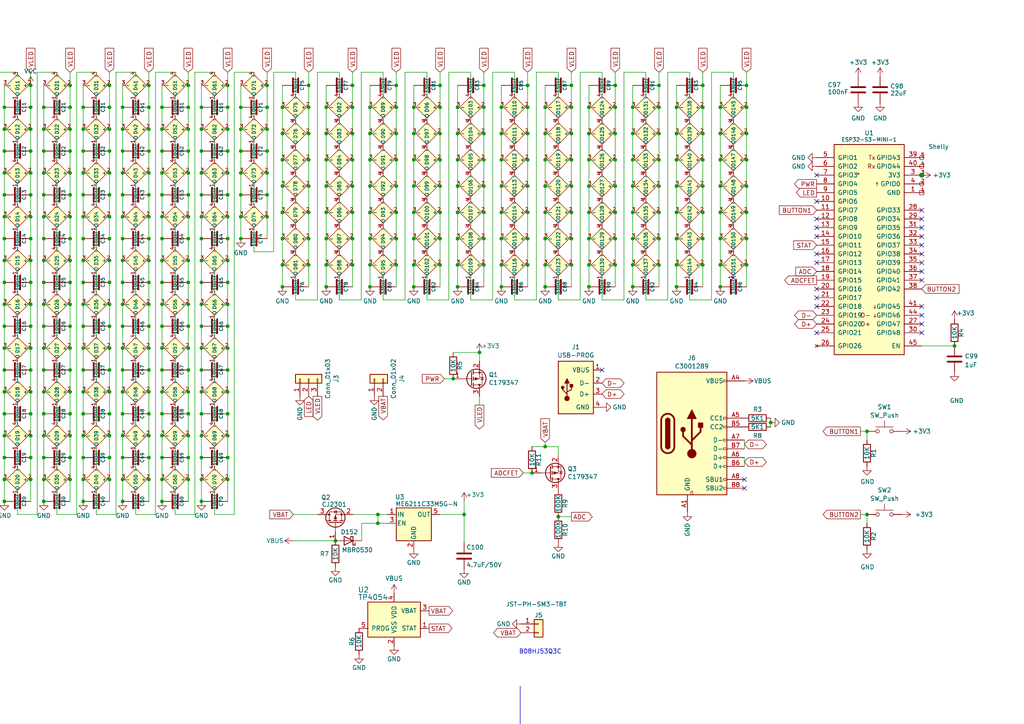
<source format=kicad_sch>
(kicad_sch (version 20230121) (generator eeschema)
  (paper "A4")
  (title_block (title "LED ring coaster") (date "${DATE}") (rev "1") (comment 1 "@revk@toot.me.uk") (comment 2 "www.me.uk"))
  (junction (at 20.32 56.515))
  (junction (at 165.735 53.975))
  (junction (at 109.601 149.225))
  (junction (at 94.615 31.115))
  (junction (at 24.13 81.915))
  (junction (at 46.99 81.915))
  (junction (at -3.175 37.465))
  (junction (at 120.015 69.215))
  (junction (at 196.215 69.215))
  (junction (at 24.13 37.465))
  (junction (at 145.415 46.355))
  (junction (at 145.415 53.975))
  (junction (at 35.56 50.165))
  (junction (at -3.175 31.115))
  (junction (at 191.135 76.835))
  (junction (at 12.7 69.215))
  (junction (at 203.835 53.975))
  (junction (at 24.13 145.415))
  (junction (at 1.27 62.865))
  (junction (at 54.61 139.065))
  (junction (at 196.215 46.355))
  (junction (at 8.89 126.365))
  (junction (at 46.99 132.715))
  (junction (at 1.27 81.915))
  (junction (at 35.56 75.565))
  (junction (at 54.61 88.265))
  (junction (at -10.795 62.865))
  (junction (at 58.42 88.265))
  (junction (at 58.42 31.115))
  (junction (at -3.175 43.815))
  (junction (at 31.75 50.165))
  (junction (at 216.535 24.765))
  (junction (at 54.61 69.215))
  (junction (at 145.415 61.595))
  (junction (at 66.04 100.965))
  (junction (at 8.89 69.215))
  (junction (at 31.75 56.515))
  (junction (at 58.42 139.065))
  (junction (at 58.42 62.865))
  (junction (at 132.715 61.595))
  (junction (at 58.42 145.415))
  (junction (at 31.75 88.265))
  (junction (at 107.315 69.215))
  (junction (at 102.235 61.595))
  (junction (at 216.535 69.215))
  (junction (at 114.935 76.835))
  (junction (at 58.42 50.165))
  (junction (at 24.13 88.265))
  (junction (at 203.835 31.115))
  (junction (at 24.13 75.565))
  (junction (at 183.515 76.835))
  (junction (at 140.335 76.835))
  (junction (at 120.015 53.975))
  (junction (at 120.015 38.735))
  (junction (at 43.18 120.015))
  (junction (at 43.18 113.665))
  (junction (at 89.535 69.215))
  (junction (at 46.99 113.665))
  (junction (at 12.7 107.315))
  (junction (at 216.535 61.595))
  (junction (at 43.18 31.115))
  (junction (at 107.315 38.735))
  (junction (at 58.42 126.365))
  (junction (at 191.135 38.735))
  (junction (at 43.18 69.215))
  (junction (at 178.435 61.595))
  (junction (at 120.015 76.835))
  (junction (at 58.42 81.915))
  (junction (at 196.215 31.115))
  (junction (at 1.27 120.015))
  (junction (at 81.915 61.595))
  (junction (at 54.61 75.565))
  (junction (at 114.935 38.735))
  (junction (at 102.235 69.215))
  (junction (at 132.715 31.115))
  (junction (at 191.135 46.355))
  (junction (at 35.56 56.515))
  (junction (at 66.04 126.365))
  (junction (at 46.99 88.265))
  (junction (at 24.13 31.115))
  (junction (at 178.435 38.735))
  (junction (at -10.795 69.215))
  (junction (at 12.7 120.015))
  (junction (at 66.04 132.715))
  (junction (at 24.13 50.165))
  (junction (at 58.42 120.015))
  (junction (at 97.282 156.845))
  (junction (at 94.615 69.215))
  (junction (at 69.85 50.165))
  (junction (at 24.13 56.515))
  (junction (at 31.75 31.115))
  (junction (at 178.435 76.835))
  (junction (at 89.535 53.975))
  (junction (at 66.04 62.865))
  (junction (at 158.115 76.835))
  (junction (at 1.27 50.165))
  (junction (at -10.795 31.115))
  (junction (at 183.515 69.215))
  (junction (at 114.935 31.115))
  (junction (at 89.535 61.595))
  (junction (at 1.27 75.565))
  (junction (at 1.27 139.065))
  (junction (at 46.99 69.215))
  (junction (at 77.47 50.165))
  (junction (at -10.795 75.565))
  (junction (at 54.61 37.465))
  (junction (at 66.04 139.065))
  (junction (at 54.61 81.915))
  (junction (at 145.415 83.185))
  (junction (at 154.305 137.16))
  (junction (at 20.32 107.315))
  (junction (at 165.735 76.835))
  (junction (at 102.235 53.975))
  (junction (at 8.89 50.165))
  (junction (at 89.535 24.765))
  (junction (at 20.32 88.265))
  (junction (at 58.42 94.615))
  (junction (at 24.13 100.965))
  (junction (at 191.135 69.215))
  (junction (at 81.915 38.735))
  (junction (at 20.32 62.865))
  (junction (at 203.835 69.215))
  (junction (at 31.75 120.015))
  (junction (at 35.56 139.065))
  (junction (at 8.89 24.765))
  (junction (at 170.815 61.595))
  (junction (at -3.175 94.615))
  (junction (at 43.18 50.165))
  (junction (at 102.235 46.355))
  (junction (at 43.18 24.765))
  (junction (at 43.18 139.065))
  (junction (at 31.75 107.315))
  (junction (at 66.04 113.665))
  (junction (at -3.175 62.865))
  (junction (at -3.175 120.015))
  (junction (at 8.89 37.465))
  (junction (at 35.56 69.215))
  (junction (at 114.935 53.975))
  (junction (at 178.435 53.975))
  (junction (at 158.115 46.355))
  (junction (at 66.04 43.815))
  (junction (at 12.7 132.715))
  (junction (at 35.56 107.315))
  (junction (at 46.99 75.565))
  (junction (at 66.04 37.465))
  (junction (at 165.735 61.595))
  (junction (at 94.615 76.835))
  (junction (at 69.85 56.515))
  (junction (at 140.335 38.735))
  (junction (at 107.315 61.595))
  (junction (at 170.815 31.115))
  (junction (at 81.915 46.355))
  (junction (at -3.175 50.165))
  (junction (at 46.99 50.165))
  (junction (at 54.61 100.965))
  (junction (at -10.795 37.465))
  (junction (at 1.27 43.815))
  (junction (at 127.635 38.735))
  (junction (at 81.915 69.215))
  (junction (at 153.035 53.975))
  (junction (at 1.27 56.515))
  (junction (at 208.915 46.355))
  (junction (at 20.32 75.565))
  (junction (at 165.735 38.735))
  (junction (at 66.04 107.315))
  (junction (at 43.18 62.865))
  (junction (at -3.175 81.915))
  (junction (at 20.32 120.015))
  (junction (at 20.32 139.065))
  (junction (at 1.27 94.615))
  (junction (at 165.735 31.115))
  (junction (at 8.89 139.065))
  (junction (at 132.715 38.735))
  (junction (at 216.535 38.735))
  (junction (at -3.175 75.565))
  (junction (at 58.42 75.565))
  (junction (at 216.535 31.115))
  (junction (at 81.915 53.975))
  (junction (at 20.32 24.765))
  (junction (at 77.47 43.815))
  (junction (at 46.99 37.465))
  (junction (at -10.795 139.065))
  (junction (at 31.75 132.715))
  (junction (at 8.89 75.565))
  (junction (at 170.815 83.185))
  (junction (at 77.47 56.515))
  (junction (at 58.42 56.515))
  (junction (at 183.515 61.595))
  (junction (at 120.015 31.115))
  (junction (at 24.13 126.365))
  (junction (at -10.795 113.665))
  (junction (at 24.13 62.865))
  (junction (at 191.135 53.975))
  (junction (at 12.7 88.265))
  (junction (at 35.56 37.465))
  (junction (at 20.32 113.665))
  (junction (at 31.75 75.565))
  (junction (at 1.27 132.715))
  (junction (at 1.27 37.465))
  (junction (at 183.515 38.735))
  (junction (at 132.715 83.185))
  (junction (at 69.85 62.865))
  (junction (at 139.065 102.235))
  (junction (at -3.175 126.365))
  (junction (at 102.235 38.735))
  (junction (at -3.175 132.715))
  (junction (at 81.915 76.835))
  (junction (at 54.61 43.815))
  (junction (at 43.18 37.465))
  (junction (at 20.32 126.365))
  (junction (at 251.46 125.095))
  (junction (at 127.635 46.355))
  (junction (at 46.99 43.815))
  (junction (at 1.27 88.265))
  (junction (at 170.815 76.835))
  (junction (at 107.315 46.355))
  (junction (at 43.18 100.965))
  (junction (at 1.27 113.665))
  (junction (at 8.89 100.965))
  (junction (at 131.445 109.855))
  (junction (at 66.04 31.115))
  (junction (at -10.795 94.615))
  (junction (at 12.7 100.965))
  (junction (at 8.89 56.515))
  (junction (at 43.18 43.815))
  (junction (at 31.75 139.065))
  (junction (at 165.735 24.765))
  (junction (at -10.795 43.815))
  (junction (at 12.7 139.065))
  (junction (at 58.42 37.465))
  (junction (at 216.535 53.975))
  (junction (at 20.32 43.815))
  (junction (at 66.04 75.565))
  (junction (at 158.115 38.735))
  (junction (at 46.99 62.865))
  (junction (at 8.89 31.115))
  (junction (at 127.635 53.975))
  (junction (at -10.795 132.715))
  (junction (at 153.035 69.215))
  (junction (at 140.335 53.975))
  (junction (at 31.75 43.815))
  (junction (at 89.535 76.835))
  (junction (at 1.27 69.215))
  (junction (at 12.7 94.615))
  (junction (at 54.61 62.865))
  (junction (at 54.61 24.765))
  (junction (at 20.32 50.165))
  (junction (at 54.61 94.615))
  (junction (at -10.795 88.265))
  (junction (at 178.435 69.215))
  (junction (at 170.815 53.975))
  (junction (at 66.04 120.015))
  (junction (at -10.795 56.515))
  (junction (at 54.61 31.115))
  (junction (at 66.04 94.615))
  (junction (at 8.89 94.615))
  (junction (at 46.99 94.615))
  (junction (at 43.18 81.915))
  (junction (at 8.89 81.915))
  (junction (at 35.56 43.815))
  (junction (at 24.13 94.615))
  (junction (at 165.735 69.215))
  (junction (at 24.13 43.815))
  (junction (at 107.315 83.185))
  (junction (at 46.99 120.015))
  (junction (at 81.915 83.185))
  (junction (at 31.75 113.665))
  (junction (at 196.215 76.835))
  (junction (at 58.42 113.665))
  (junction (at 114.935 24.765))
  (junction (at 196.215 61.595))
  (junction (at -10.795 126.365))
  (junction (at 120.015 83.185))
  (junction (at 208.915 38.735))
  (junction (at 191.135 61.595))
  (junction (at 35.56 145.415))
  (junction (at 196.215 53.975))
  (junction (at 54.61 50.165))
  (junction (at 12.7 126.365))
  (junction (at 35.56 100.965))
  (junction (at 153.035 46.355))
  (junction (at 145.415 38.735))
  (junction (at 8.89 120.015))
  (junction (at 43.18 107.315))
  (junction (at 54.61 113.665))
  (junction (at 140.335 61.595))
  (junction (at 8.89 62.865))
  (junction (at 276.86 100.33))
  (junction (at 43.18 88.265))
  (junction (at 114.935 46.355))
  (junction (at 208.915 31.115))
  (junction (at 20.32 31.115))
  (junction (at -3.175 24.765))
  (junction (at 35.56 62.865))
  (junction (at -3.175 139.065))
  (junction (at 12.7 43.815))
  (junction (at -3.175 107.315))
  (junction (at 114.935 69.215))
  (junction (at 158.115 129.54))
  (junction (at 109.601 151.765))
  (junction (at 89.535 38.735))
  (junction (at 77.47 31.115))
  (junction (at 89.535 46.355))
  (junction (at 58.42 69.215))
  (junction (at -3.175 56.515))
  (junction (at 12.7 50.165))
  (junction (at 267.335 50.8))
  (junction (at 20.32 69.215))
  (junction (at 1.27 126.365))
  (junction (at 196.215 38.735))
  (junction (at 69.85 37.465))
  (junction (at 120.015 61.595))
  (junction (at 46.99 126.365))
  (junction (at -3.175 113.665))
  (junction (at 20.32 132.715))
  (junction (at 66.04 81.915))
  (junction (at 20.32 94.615))
  (junction (at 1.27 100.965))
  (junction (at 35.56 88.265))
  (junction (at 31.75 81.915))
  (junction (at 81.915 31.115))
  (junction (at 12.7 56.515))
  (junction (at 43.18 126.365))
  (junction (at 107.315 31.115))
  (junction (at 178.435 24.765))
  (junction (at 223.52 122.555))
  (junction (at -3.175 88.265))
  (junction (at 132.715 69.215))
  (junction (at 24.13 69.215))
  (junction (at 114.935 61.595))
  (junction (at 102.235 76.835))
  (junction (at 20.32 81.915))
  (junction (at 12.7 113.665))
  (junction (at 35.56 94.615))
  (junction (at 208.915 76.835))
  (junction (at 31.75 126.365))
  (junction (at 46.99 139.065))
  (junction (at 127.635 24.765))
  (junction (at 203.835 24.765))
  (junction (at 153.035 76.835))
  (junction (at 183.515 53.975))
  (junction (at 153.035 31.115))
  (junction (at 20.32 100.965))
  (junction (at -10.795 145.415))
  (junction (at 12.7 75.565))
  (junction (at 8.89 88.265))
  (junction (at 69.85 43.815))
  (junction (at 216.535 46.355))
  (junction (at 24.13 120.015))
  (junction (at 120.015 46.355))
  (junction (at 158.115 69.215))
  (junction (at 43.18 94.615))
  (junction (at 12.7 145.415))
  (junction (at 69.85 31.115))
  (junction (at 35.56 31.115))
  (junction (at 203.835 76.835))
  (junction (at 24.13 113.665))
  (junction (at 46.99 107.315))
  (junction (at 183.515 46.355))
  (junction (at 12.7 37.465))
  (junction (at 178.435 46.355))
  (junction (at 203.835 46.355))
  (junction (at 24.13 132.715))
  (junction (at 153.035 24.765))
  (junction (at 170.815 69.215))
  (junction (at 127.635 69.215))
  (junction (at 54.61 120.015))
  (junction (at 8.89 132.715))
  (junction (at -10.795 120.015))
  (junction (at 158.115 53.975))
  (junction (at 102.235 24.765))
  (junction (at 183.515 83.185))
  (junction (at 94.615 83.185))
  (junction (at 24.13 107.315))
  (junction (at 191.135 24.765))
  (junction (at 58.42 132.715))
  (junction (at 107.315 53.975))
  (junction (at 31.75 94.615))
  (junction (at 208.915 53.975))
  (junction (at 54.61 132.715))
  (junction (at 35.56 81.915))
  (junction (at 132.715 76.835))
  (junction (at 107.315 76.835))
  (junction (at 31.75 100.965))
  (junction (at 1.27 145.415))
  (junction (at 46.99 145.415))
  (junction (at 94.615 46.355))
  (junction (at 58.42 43.815))
  (junction (at 31.75 62.865))
  (junction (at 251.46 149.225))
  (junction (at 1.27 107.315))
  (junction (at 12.7 81.915))
  (junction (at 31.75 37.465))
  (junction (at 77.47 62.865))
  (junction (at 127.635 76.835))
  (junction (at 43.18 132.715))
  (junction (at 77.47 37.465))
  (junction (at 208.915 83.185))
  (junction (at 158.115 31.115))
  (junction (at 43.18 75.565))
  (junction (at 46.99 56.515))
  (junction (at 134.62 149.225))
  (junction (at 35.56 113.665))
  (junction (at 54.61 126.365))
  (junction (at 203.835 38.735))
  (junction (at 24.13 139.065))
  (junction (at -10.795 107.315))
  (junction (at 145.415 76.835))
  (junction (at 165.735 46.355))
  (junction (at 153.035 61.595))
  (junction (at 46.99 31.115))
  (junction (at 132.715 46.355))
  (junction (at 216.535 76.835))
  (junction (at 43.18 56.515))
  (junction (at 140.335 69.215))
  (junction (at 58.42 100.965))
  (junction (at 35.56 120.015))
  (junction (at 183.515 31.115))
  (junction (at 31.75 24.765))
  (junction (at 196.215 83.185))
  (junction (at 170.815 38.735))
  (junction (at 66.04 69.215))
  (junction (at 140.335 46.355))
  (junction (at -10.795 81.915))
  (junction (at -3.175 69.215))
  (junction (at 8.89 107.315))
  (junction (at 69.85 69.215))
  (junction (at 54.61 107.315))
  (junction (at 145.415 69.215))
  (junction (at 12.7 31.115))
  (junction (at -10.795 100.965))
  (junction (at 58.42 107.315))
  (junction (at 66.04 24.765))
  (junction (at 132.715 53.975))
  (junction (at 66.04 50.165))
  (junction (at 208.915 69.215))
  (junction (at 66.04 88.265))
  (junction (at 127.635 31.115))
  (junction (at 140.335 24.765))
  (junction (at 161.925 149.86))
  (junction (at 191.135 31.115))
  (junction (at 12.7 62.865))
  (junction (at 77.47 24.765))
  (junction (at 94.615 61.595))
  (junction (at 170.815 46.355))
  (junction (at 66.04 56.515))
  (junction (at 208.915 61.595))
  (junction (at 8.89 113.665))
  (junction (at 127.635 61.595))
  (junction (at 54.61 56.515))
  (junction (at -3.175 100.965))
  (junction (at 158.115 83.185))
  (junction (at 1.27 31.115))
  (junction (at 35.56 126.365))
  (junction (at 20.32 37.465))
  (junction (at 145.415 31.115))
  (junction (at 94.615 38.735))
  (junction (at 153.035 38.735))
  (junction (at 46.99 100.965))
  (junction (at 8.89 43.815))
  (junction (at -10.795 50.165))
  (junction (at 203.835 61.595))
  (junction (at 102.235 31.115))
  (junction (at 140.335 31.115))
  (junction (at 31.75 69.215))
  (junction (at 35.56 132.715))
  (junction (at 158.115 61.595))
  (junction (at 178.435 31.115))
  (junction (at 94.615 53.975))
  (junction (at 89.535 31.115))
  (no_connect (at 236.855 50.8))
  (no_connect (at 215.9 139.065))
  (no_connect (at 174.625 107.315))
  (no_connect (at 212.725 80.645))
  (no_connect (at 267.335 60.96))
  (no_connect (at 236.855 66.04))
  (no_connect (at 267.335 73.66))
  (no_connect (at 236.855 68.58))
  (no_connect (at 267.335 93.98))
  (no_connect (at 236.855 58.42))
  (no_connect (at 267.335 63.5))
  (no_connect (at 267.335 76.2))
  (no_connect (at 236.855 83.82))
  (no_connect (at 236.855 86.36))
  (no_connect (at 236.855 76.2))
  (no_connect (at 267.335 88.9))
  (no_connect (at 236.855 88.9))
  (no_connect (at 267.335 71.12))
  (no_connect (at 267.335 96.52))
  (no_connect (at 267.335 81.28))
  (no_connect (at 267.335 91.44))
  (no_connect (at 236.855 73.66))
  (no_connect (at 267.335 68.58))
  (no_connect (at 215.9 141.605))
  (no_connect (at 236.855 96.52))
  (no_connect (at 267.335 66.04))
  (no_connect (at 267.335 78.74))
  (no_connect (at 236.855 63.5))
  (wire (pts (xy 208.915 38.735) (xy 208.915 46.355)))
  (wire (pts (xy -3.175 107.315) (xy -3.175 113.665)))
  (wire (pts (xy 136.525 80.645) (xy 136.525 86.995)))
  (wire (pts (xy 81.915 31.115) (xy 81.915 38.735)))
  (wire (pts (xy -3.175 43.815) (xy -3.175 50.165)))
  (wire (pts (xy 62.23 117.475) (xy 62.23 122.555)))
  (wire (pts (xy 69.85 24.765) (xy 69.85 31.115)))
  (wire (pts (xy 73.66 41.275) (xy 73.66 46.355)))
  (wire (pts (xy 12.7 56.515) (xy 12.7 62.865)))
  (wire (pts (xy 178.435 53.975) (xy 178.435 61.595)))
  (wire (pts (xy 12.7 100.965) (xy 12.7 107.315)))
  (wire (pts (xy 5.08 28.575) (xy 5.08 33.655)))
  (wire (pts (xy 81.915 76.835) (xy 81.915 83.185)))
  (wire (pts (xy 5.08 41.275) (xy 5.08 46.355)))
  (wire (pts (xy 20.32 100.965) (xy 20.32 107.315)))
  (wire (pts (xy 43.18 107.315) (xy 43.18 113.665)))
  (wire (pts (xy 178.435 76.835) (xy 178.435 83.185)))
  (wire (pts (xy 251.46 125.095) (xy 251.46 127.635)))
  (wire (pts (xy 187.325 20.955) (xy 187.325 27.305)))
  (wire (pts (xy 120.015 24.765) (xy 120.015 31.115)))
  (wire (pts (xy 10.795 149.225) (xy 5.08 149.225)))
  (wire (pts (xy 77.47 37.465) (xy 77.47 43.815)))
  (wire (pts (xy 158.115 53.975) (xy 158.115 61.595)))
  (wire (pts (xy 54.61 69.215) (xy 54.61 75.565)))
  (wire (pts (xy 22.225 149.225) (xy 16.51 149.225)))
  (wire (pts (xy 183.515 38.735) (xy 183.515 46.355)))
  (wire (pts (xy 178.435 31.115) (xy 178.435 38.735)))
  (wire (pts (xy -10.795 62.865) (xy -10.795 69.215)))
  (wire (pts (xy 8.89 24.765) (xy 8.89 31.115)))
  (wire (pts (xy 81.915 69.215) (xy 81.915 76.835)))
  (wire (pts (xy 1.27 37.465) (xy 1.27 43.815)))
  (wire (pts (xy 35.56 62.865) (xy 35.56 69.215)))
  (polyline (pts (xy 150.876 199.009) (xy 150.876 228.219)))
  (wire (pts (xy 5.08 79.375) (xy 5.08 84.455)))
  (wire (pts (xy 31.75 43.815) (xy 31.75 50.165)))
  (wire (pts (xy 39.37 41.275) (xy 39.37 46.355)))
  (wire (pts (xy 92.075 20.955) (xy 92.075 86.995)))
  (wire (pts (xy 104.775 20.955) (xy 111.125 20.955)))
  (wire (pts (xy 54.61 107.315) (xy 54.61 113.665)))
  (wire (pts (xy 24.13 126.365) (xy 24.13 132.715)))
  (wire (pts (xy 35.56 107.315) (xy 35.56 113.665)))
  (wire (pts (xy 20.32 113.665) (xy 20.32 120.015)))
  (wire (pts (xy 123.825 20.955) (xy 123.825 27.305)))
  (wire (pts (xy 54.61 43.815) (xy 54.61 50.165)))
  (wire (pts (xy 79.375 73.025) (xy 79.375 20.955)))
  (wire (pts (xy 20.32 20.955) (xy 20.32 24.765)))
  (wire (pts (xy -6.985 41.275) (xy -6.985 46.355)))
  (wire (pts (xy 127.635 38.735) (xy 127.635 46.355)))
  (wire (pts (xy 67.945 20.955) (xy 67.945 149.225)))
  (wire (pts (xy 24.13 94.615) (xy 24.13 100.965)))
  (wire (pts (xy 20.32 107.315) (xy 20.32 113.665)))
  (wire (pts (xy 107.315 31.115) (xy 107.315 38.735)))
  (wire (pts (xy 20.32 62.865) (xy 20.32 69.215)))
  (wire (pts (xy 46.99 132.715) (xy 46.99 139.065)))
  (wire (pts (xy 191.135 38.735) (xy 191.135 46.355)))
  (wire (pts (xy 66.04 139.065) (xy 66.04 145.415)))
  (wire (pts (xy 151.765 137.16) (xy 154.305 137.16)))
  (wire (pts (xy 94.615 24.765) (xy 94.615 31.115)))
  (wire (pts (xy 98.425 86.995) (xy 104.775 86.995)))
  (wire (pts (xy 66.04 107.315) (xy 66.04 113.665)))
  (wire (pts (xy 203.835 53.975) (xy 203.835 61.595)))
  (wire (pts (xy -3.175 81.915) (xy -3.175 88.265)))
  (wire (pts (xy 50.8 117.475) (xy 50.8 122.555)))
  (wire (pts (xy 208.915 69.215) (xy 208.915 76.835)))
  (wire (pts (xy 77.47 24.765) (xy 77.47 31.115)))
  (wire (pts (xy 35.56 81.915) (xy 35.56 88.265)))
  (wire (pts (xy 170.815 76.835) (xy 171.45 76.835)))
  (wire (pts (xy 31.75 24.765) (xy 31.75 31.115)))
  (wire (pts (xy 12.7 94.615) (xy 12.7 100.965)))
  (wire (pts (xy 43.18 81.915) (xy 43.18 88.265)))
  (wire (pts (xy 89.535 69.215) (xy 89.535 76.835)))
  (wire (pts (xy 62.23 130.175) (xy 62.23 135.255)))
  (wire (pts (xy 27.94 20.955) (xy 22.225 20.955)))
  (wire (pts (xy 1.27 139.065) (xy 1.27 145.415)))
  (wire (pts (xy -10.795 139.065) (xy -10.795 145.415)))
  (wire (pts (xy 66.04 62.865) (xy 66.04 69.215)))
  (wire (pts (xy 8.89 81.915) (xy 8.89 88.265)))
  (wire (pts (xy 31.75 81.915) (xy 31.75 88.265)))
  (wire (pts (xy 24.13 113.665) (xy 24.13 120.015)))
  (wire (pts (xy 62.23 28.575) (xy 62.23 33.655)))
  (wire (pts (xy 20.32 88.265) (xy 20.32 94.615)))
  (wire (pts (xy 39.37 92.075) (xy 39.37 97.155)))
  (wire (pts (xy 168.275 20.955) (xy 174.625 20.955)))
  (wire (pts (xy 43.18 56.515) (xy 43.18 62.865)))
  (wire (pts (xy 1.27 132.715) (xy 1.27 139.065)))
  (wire (pts (xy 196.215 46.355) (xy 196.215 53.975)))
  (wire (pts (xy 1.27 107.315) (xy 1.27 113.665)))
  (wire (pts (xy -6.985 149.225) (xy -6.985 142.875)))
  (wire (pts (xy 94.615 69.215) (xy 94.615 76.835)))
  (wire (pts (xy 58.42 81.915) (xy 58.42 88.265)))
  (wire (pts (xy 5.08 66.675) (xy 5.08 71.755)))
  (wire (pts (xy -3.175 113.665) (xy -3.175 120.015)))
  (wire (pts (xy 73.66 53.975) (xy 73.66 59.055)))
  (wire (pts (xy 267.335 100.33) (xy 276.86 100.33)))
  (wire (pts (xy 31.75 75.565) (xy 31.75 81.915)))
  (wire (pts (xy 27.94 79.375) (xy 27.94 84.455)))
  (wire (pts (xy 158.115 76.835) (xy 158.115 83.185)))
  (wire (pts (xy -10.795 94.615) (xy -10.795 100.965)))
  (wire (pts (xy 24.13 139.065) (xy 24.13 145.415)))
  (wire (pts (xy 85.725 86.995) (xy 92.075 86.995)))
  (wire (pts (xy 170.815 38.735) (xy 170.815 46.355)))
  (wire (pts (xy 1.27 50.165) (xy 1.27 56.515)))
  (wire (pts (xy 215.9 127.635) (xy 215.9 130.175)))
  (wire (pts (xy 16.51 28.575) (xy 16.51 33.655)))
  (wire (pts (xy -3.175 31.115) (xy -3.175 37.465)))
  (wire (pts (xy 158.115 76.835) (xy 158.75 76.835)))
  (wire (pts (xy 39.37 142.875) (xy 39.37 149.225)))
  (wire (pts (xy 46.99 126.365) (xy 46.99 132.715)))
  (wire (pts (xy 54.61 88.265) (xy 54.61 94.615)))
  (wire (pts (xy 50.8 142.875) (xy 50.8 149.225)))
  (wire (pts (xy -10.795 31.115) (xy -10.795 37.465)))
  (wire (pts (xy 161.925 129.54) (xy 158.115 129.54)))
  (wire (pts (xy 8.89 94.615) (xy 8.89 100.965)))
  (wire (pts (xy 170.815 31.115) (xy 170.815 38.735)))
  (wire (pts (xy 8.89 88.265) (xy 8.89 94.615)))
  (wire (pts (xy 27.94 142.875) (xy 27.94 149.225)))
  (wire (pts (xy 43.18 126.365) (xy 43.18 132.715)))
  (wire (pts (xy 81.915 61.595) (xy 81.915 69.215)))
  (wire (pts (xy 43.18 62.865) (xy 43.18 69.215)))
  (wire (pts (xy 208.915 76.835) (xy 208.915 83.185)))
  (wire (pts (xy 58.42 120.015) (xy 58.42 126.365)))
  (wire (pts (xy 20.32 94.615) (xy 20.32 100.965)))
  (wire (pts (xy -3.175 37.465) (xy -3.175 43.815)))
  (wire (pts (xy 24.13 132.715) (xy 24.13 139.065)))
  (wire (pts (xy 170.815 69.215) (xy 170.815 76.835)))
  (wire (pts (xy 107.315 46.355) (xy 107.315 53.975)))
  (wire (pts (xy 54.61 113.665) (xy 54.61 120.015)))
  (wire (pts (xy 178.435 20.955) (xy 178.435 24.765)))
  (wire (pts (xy 66.04 126.365) (xy 66.04 132.715)))
  (wire (pts (xy 46.99 139.065) (xy 46.99 145.415)))
  (wire (pts (xy 69.85 43.815) (xy 69.85 50.165)))
  (wire (pts (xy 107.315 53.975) (xy 107.315 61.595)))
  (wire (pts (xy 132.715 76.835) (xy 133.35 76.835)))
  (wire (pts (xy 54.61 126.365) (xy 54.61 132.715)))
  (wire (pts (xy 45.085 20.955) (xy 45.085 149.225)))
  (wire (pts (xy 62.23 142.875) (xy 62.23 149.225)))
  (wire (pts (xy 130.175 20.955) (xy 136.525 20.955)))
  (wire (pts (xy 94.615 76.835) (xy 94.615 83.185)))
  (wire (pts (xy 183.515 24.765) (xy 183.515 31.115)))
  (wire (pts (xy 24.13 75.565) (xy 24.13 81.915)))
  (wire (pts (xy 1.27 43.815) (xy 1.27 50.165)))
  (wire (pts (xy 46.99 113.665) (xy 46.99 120.015)))
  (wire (pts (xy 58.42 43.815) (xy 58.42 50.165)))
  (wire (pts (xy 191.135 76.835) (xy 191.135 83.185)))
  (wire (pts (xy 43.18 100.965) (xy 43.18 107.315)))
  (wire (pts (xy 120.015 31.115) (xy 120.015 38.735)))
  (wire (pts (xy 97.282 156.845) (xy 85.09 156.845)))
  (wire (pts (xy -0.635 20.955) (xy -0.635 149.225)))
  (wire (pts (xy 58.42 100.965) (xy 58.42 107.315)))
  (wire (pts (xy 196.215 69.215) (xy 196.215 76.835)))
  (wire (pts (xy 203.835 69.215) (xy 203.835 76.835)))
  (wire (pts (xy 196.215 38.735) (xy 196.215 46.355)))
  (wire (pts (xy 89.535 76.835) (xy 89.535 83.185)))
  (wire (pts (xy 149.225 80.645) (xy 149.225 86.995)))
  (wire (pts (xy 111.125 86.995) (xy 117.475 86.995)))
  (wire (pts (xy 127.635 46.355) (xy 127.635 53.975)))
  (wire (pts (xy 31.75 88.265) (xy 31.75 94.615)))
  (wire (pts (xy 206.375 20.955) (xy 206.375 86.995)))
  (wire (pts (xy 191.135 46.355) (xy 191.135 53.975)))
  (wire (pts (xy 142.875 20.955) (xy 149.225 20.955)))
  (wire (pts (xy 31.75 113.665) (xy 31.75 120.015)))
  (wire (pts (xy 69.85 56.515) (xy 69.85 62.865)))
  (wire (pts (xy -3.175 139.065) (xy -3.175 145.415)))
  (wire (pts (xy 16.51 41.275) (xy 16.51 46.355)))
  (wire (pts (xy 56.515 20.955) (xy 56.515 149.225)))
  (wire (pts (xy -3.175 132.715) (xy -3.175 139.065)))
  (wire (pts (xy 69.85 50.165) (xy 69.85 56.515)))
  (wire (pts (xy 153.035 53.975) (xy 153.035 61.595)))
  (wire (pts (xy 5.08 104.775) (xy 5.08 109.855)))
  (wire (pts (xy 8.89 120.015) (xy 8.89 126.365)))
  (wire (pts (xy 1.27 62.865) (xy 1.27 69.215)))
  (wire (pts (xy -0.635 20.955) (xy 5.08 20.955)))
  (wire (pts (xy 8.89 31.115) (xy 8.89 37.465)))
  (wire (pts (xy 77.47 31.115) (xy 77.47 37.465)))
  (wire (pts (xy 114.935 38.735) (xy 114.935 46.355)))
  (wire (pts (xy 58.42 75.565) (xy 58.42 81.915)))
  (wire (pts (xy 58.42 50.165) (xy 58.42 56.515)))
  (wire (pts (xy 12.7 62.865) (xy 12.7 69.215)))
  (wire (pts (xy 170.815 24.765) (xy 170.815 31.115)))
  (wire (pts (xy 249.555 149.225) (xy 251.46 149.225)))
  (wire (pts (xy 62.23 66.675) (xy 62.23 71.755)))
  (wire (pts (xy 161.925 132.08) (xy 161.925 129.54)))
  (wire (pts (xy 127.635 149.225) (xy 134.62 149.225)))
  (wire (pts (xy 31.75 20.955) (xy 31.75 24.765)))
  (wire (pts (xy -10.795 75.565) (xy -10.795 81.915)))
  (wire (pts (xy 145.415 38.735) (xy 145.415 46.355)))
  (wire (pts (xy 46.99 100.965) (xy 46.99 107.315)))
  (wire (pts (xy 35.56 31.115) (xy 35.56 37.465)))
  (wire (pts (xy 174.625 20.955) (xy 174.625 27.305)))
  (wire (pts (xy 196.215 76.835) (xy 196.85 76.835)))
  (wire (pts (xy 140.335 46.355) (xy 140.335 53.975)))
  (wire (pts (xy 20.32 75.565) (xy 20.32 81.915)))
  (wire (pts (xy -10.795 56.515) (xy -10.795 62.865)))
  (wire (pts (xy 73.66 20.955) (xy 67.945 20.955)))
  (wire (pts (xy 27.94 41.275) (xy 27.94 46.355)))
  (wire (pts (xy 35.56 24.765) (xy 35.56 31.115)))
  (wire (pts (xy 109.601 151.765) (xy 112.395 151.765)))
  (wire (pts (xy 58.42 126.365) (xy 58.42 132.715)))
  (wire (pts (xy 178.435 69.215) (xy 178.435 76.835)))
  (wire (pts (xy 22.225 20.955) (xy 22.225 149.225)))
  (wire (pts (xy 140.335 53.975) (xy 140.335 61.595)))
  (wire (pts (xy 16.51 20.955) (xy 10.795 20.955)))
  (wire (pts (xy 123.825 80.645) (xy 123.825 86.995)))
  (wire (pts (xy 27.94 28.575) (xy 27.94 33.655)))
  (wire (pts (xy -6.985 92.075) (xy -6.985 97.155)))
  (wire (pts (xy 191.135 69.215) (xy 191.135 76.835)))
  (wire (pts (xy 54.61 81.915) (xy 54.61 88.265)))
  (wire (pts (xy 165.735 53.975) (xy 165.735 61.595)))
  (wire (pts (xy 5.08 53.975) (xy 5.08 59.055)))
  (wire (pts (xy 31.75 69.215) (xy 31.75 75.565)))
  (wire (pts (xy 66.04 100.965) (xy 66.04 107.315)))
  (wire (pts (xy -3.175 56.515) (xy -3.175 62.865)))
  (wire (pts (xy -10.795 120.015) (xy -10.795 126.365)))
  (wire (pts (xy 43.18 31.115) (xy 43.18 37.465)))
  (wire (pts (xy 114.935 31.115) (xy 114.935 38.735)))
  (wire (pts (xy 8.89 132.715) (xy 8.89 139.065)))
  (wire (pts (xy 20.32 120.015) (xy 20.32 126.365)))
  (wire (pts (xy 89.535 61.595) (xy 89.535 69.215)))
  (wire (pts (xy 8.89 100.965) (xy 8.89 107.315)))
  (wire (pts (xy 35.56 37.465) (xy 35.56 43.815)))
  (wire (pts (xy 92.075 20.955) (xy 98.425 20.955)))
  (wire (pts (xy 178.435 46.355) (xy 178.435 53.975)))
  (wire (pts (xy 140.335 31.115) (xy 140.335 38.735)))
  (wire (pts (xy 127.635 20.955) (xy 127.635 24.765)))
  (wire (pts (xy -3.175 20.955) (xy -3.175 24.765)))
  (wire (pts (xy 24.13 43.815) (xy 24.13 50.165)))
  (wire (pts (xy 208.915 31.115) (xy 208.915 38.735)))
  (wire (pts (xy -3.175 94.615) (xy -3.175 100.965)))
  (wire (pts (xy 50.8 41.275) (xy 50.8 46.355)))
  (wire (pts (xy 39.37 104.775) (xy 39.37 109.855)))
  (wire (pts (xy 46.99 69.215) (xy 46.99 75.565)))
  (wire (pts (xy 62.23 41.275) (xy 62.23 46.355)))
  (wire (pts (xy 208.915 53.975) (xy 208.915 61.595)))
  (wire (pts (xy 216.535 31.115) (xy 216.535 38.735)))
  (wire (pts (xy 20.32 56.515) (xy 20.32 62.865)))
  (wire (pts (xy 102.235 53.975) (xy 102.235 61.595)))
  (wire (pts (xy 153.035 76.835) (xy 153.035 83.185)))
  (wire (pts (xy 62.23 79.375) (xy 62.23 84.455)))
  (wire (pts (xy 1.27 100.965) (xy 1.27 107.315)))
  (wire (pts (xy -10.795 100.965) (xy -10.795 107.315)))
  (wire (pts (xy -3.175 120.015) (xy -3.175 126.365)))
  (wire (pts (xy 24.13 100.965) (xy 24.13 107.315)))
  (wire (pts (xy 24.13 107.315) (xy 24.13 113.665)))
  (wire (pts (xy 24.13 81.915) (xy 24.13 88.265)))
  (wire (pts (xy 50.8 79.375) (xy 50.8 84.455)))
  (wire (pts (xy 107.315 76.835) (xy 107.95 76.835)))
  (wire (pts (xy 46.99 120.015) (xy 46.99 126.365)))
  (wire (pts (xy 43.18 139.065) (xy 43.18 145.415)))
  (wire (pts (xy 46.99 94.615) (xy 46.99 100.965)))
  (wire (pts (xy 114.935 61.595) (xy 114.935 69.215)))
  (wire (pts (xy 54.61 50.165) (xy 54.61 56.515)))
  (wire (pts (xy 46.99 43.815) (xy 46.99 50.165)))
  (wire (pts (xy 203.835 76.835) (xy 203.835 83.185)))
  (wire (pts (xy 102.235 46.355) (xy 102.235 53.975)))
  (wire (pts (xy 155.575 20.955) (xy 161.925 20.955)))
  (wire (pts (xy 170.815 61.595) (xy 170.815 69.215)))
  (wire (pts (xy 24.13 56.515) (xy 24.13 62.865)))
  (wire (pts (xy 139.065 104.775) (xy 139.065 102.235)))
  (wire (pts (xy -10.795 132.715) (xy -10.795 139.065)))
  (wire (pts (xy 170.815 76.835) (xy 170.815 83.185)))
  (wire (pts (xy 216.535 61.595) (xy 216.535 69.215)))
  (wire (pts (xy 127.635 53.975) (xy 127.635 61.595)))
  (wire (pts (xy 114.935 20.955) (xy 114.935 24.765)))
  (wire (pts (xy 16.51 117.475) (xy 16.51 122.555)))
  (wire (pts (xy 165.735 69.215) (xy 165.735 76.835)))
  (wire (pts (xy 200.025 20.955) (xy 200.025 27.305)))
  (wire (pts (xy 12.7 50.165) (xy 12.7 56.515)))
  (wire (pts (xy 46.99 24.765) (xy 46.99 31.115)))
  (wire (pts (xy 12.7 69.215) (xy 12.7 75.565)))
  (wire (pts (xy -10.795 24.765) (xy -10.795 31.115)))
  (wire (pts (xy 27.94 92.075) (xy 27.94 97.155)))
  (wire (pts (xy 45.085 149.225) (xy 39.37 149.225)))
  (wire (pts (xy -10.795 88.265) (xy -10.795 94.615)))
  (wire (pts (xy 132.715 76.835) (xy 132.715 83.185)))
  (wire (pts (xy 16.51 79.375) (xy 16.51 84.455)))
  (wire (pts (xy 158.115 31.115) (xy 158.115 38.735)))
  (wire (pts (xy 8.89 107.315) (xy 8.89 113.665)))
  (wire (pts (xy 216.535 38.735) (xy 216.535 46.355)))
  (wire (pts (xy 94.615 61.595) (xy 94.615 69.215)))
  (wire (pts (xy 16.51 92.075) (xy 16.51 97.155)))
  (wire (pts (xy 1.27 94.615) (xy 1.27 100.965)))
  (wire (pts (xy 35.56 88.265) (xy 35.56 94.615)))
  (wire (pts (xy 165.735 46.355) (xy 165.735 53.975)))
  (wire (pts (xy 180.975 20.955) (xy 180.975 86.995)))
  (wire (pts (xy 24.13 31.115) (xy 24.13 37.465)))
  (wire (pts (xy 35.56 113.665) (xy 35.56 120.015)))
  (wire (pts (xy 104.902 156.845) (xy 104.902 151.765)))
  (wire (pts (xy 50.8 104.775) (xy 50.8 109.855)))
  (wire (pts (xy 89.535 31.115) (xy 89.535 38.735)))
  (wire (pts (xy 145.415 76.835) (xy 145.415 83.185)))
  (wire (pts (xy 94.615 38.735) (xy 94.615 46.355)))
  (wire (pts (xy 16.51 53.975) (xy 16.51 59.055)))
  (wire (pts (xy 31.75 100.965) (xy 31.75 107.315)))
  (wire (pts (xy 158.115 61.595) (xy 158.115 69.215)))
  (wire (pts (xy 58.42 139.065) (xy 58.42 145.415)))
  (wire (pts (xy 12.7 88.265) (xy 12.7 94.615)))
  (wire (pts (xy 81.915 24.765) (xy 81.915 31.115)))
  (wire (pts (xy 39.37 28.575) (xy 39.37 33.655)))
  (wire (pts (xy 54.61 132.715) (xy 54.61 139.065)))
  (wire (pts (xy 31.75 132.715) (xy 31.75 139.065)))
  (wire (pts (xy 183.515 61.595) (xy 183.515 69.215)))
  (wire (pts (xy 120.015 76.835) (xy 120.65 76.835)))
  (wire (pts (xy 20.32 69.215) (xy 20.32 75.565)))
  (wire (pts (xy 153.035 69.215) (xy 153.035 76.835)))
  (wire (pts (xy 120.015 76.835) (xy 120.015 83.185)))
  (wire (pts (xy 73.66 28.575) (xy 73.66 33.655)))
  (wire (pts (xy 161.925 20.955) (xy 161.925 27.305)))
  (wire (pts (xy 67.945 149.225) (xy 62.23 149.225)))
  (wire (pts (xy 174.625 86.995) (xy 180.975 86.995)))
  (wire (pts (xy 132.715 61.595) (xy 132.715 69.215)))
  (wire (pts (xy -10.795 126.365) (xy -10.795 132.715)))
  (wire (pts (xy 5.08 92.075) (xy 5.08 97.155)))
  (wire (pts (xy 35.56 56.515) (xy 35.56 62.865)))
  (wire (pts (xy 203.835 24.765) (xy 203.835 31.115)))
  (wire (pts (xy -3.175 62.865) (xy -3.175 69.215)))
  (wire (pts (xy 31.75 56.515) (xy 31.75 62.865)))
  (wire (pts (xy 58.42 37.465) (xy 58.42 43.815)))
  (wire (pts (xy 216.535 76.835) (xy 216.535 83.185)))
  (wire (pts (xy 165.735 38.735) (xy 165.735 46.355)))
  (wire (pts (xy 114.935 69.215) (xy 114.935 76.835)))
  (wire (pts (xy 149.225 20.955) (xy 149.225 27.305)))
  (wire (pts (xy 215.9 132.715) (xy 215.9 135.255)))
  (wire (pts (xy 12.7 31.115) (xy 12.7 37.465)))
  (wire (pts (xy 66.04 132.715) (xy 66.04 139.065)))
  (wire (pts (xy -10.795 43.815) (xy -10.795 50.165)))
  (wire (pts (xy 20.32 24.765) (xy 20.32 31.115)))
  (wire (pts (xy 12.7 81.915) (xy 12.7 88.265)))
  (wire (pts (xy 102.362 149.225) (xy 109.601 149.225)))
  (wire (pts (xy 145.415 46.355) (xy 145.415 53.975)))
  (wire (pts (xy 107.315 24.765) (xy 107.315 31.115)))
  (wire (pts (xy 111.125 20.955) (xy 111.125 27.305)))
  (wire (pts (xy 77.47 62.865) (xy 77.47 69.215)))
  (wire (pts (xy -6.985 117.475) (xy -6.985 122.555)))
  (wire (pts (xy 8.89 126.365) (xy 8.89 132.715)))
  (wire (pts (xy 98.425 20.955) (xy 98.425 27.305)))
  (wire (pts (xy 104.902 151.765) (xy 109.601 151.765)))
  (wire (pts (xy 12.7 126.365) (xy 12.7 132.715)))
  (wire (pts (xy -6.985 66.675) (xy -6.985 71.755)))
  (wire (pts (xy 102.235 24.765) (xy 102.235 31.115)))
  (wire (pts (xy 31.75 50.165) (xy 31.75 56.515)))
  (wire (pts (xy 1.27 113.665) (xy 1.27 120.015)))
  (wire (pts (xy 58.42 56.515) (xy 58.42 62.865)))
  (wire (pts (xy 16.51 142.875) (xy 16.51 149.225)))
  (wire (pts (xy -6.985 53.975) (xy -6.985 59.055)))
  (wire (pts (xy 208.915 76.835) (xy 209.55 76.835)))
  (wire (pts (xy 46.99 81.915) (xy 46.99 88.265)))
  (wire (pts (xy 58.42 113.665) (xy 58.42 120.015)))
  (wire (pts (xy 107.315 69.215) (xy 107.315 76.835)))
  (wire (pts (xy 8.89 69.215) (xy 8.89 75.565)))
  (wire (pts (xy 12.7 113.665) (xy 12.7 120.015)))
  (wire (pts (xy 46.99 107.315) (xy 46.99 113.665)))
  (wire (pts (xy 193.675 20.955) (xy 193.675 86.995)))
  (wire (pts (xy 114.935 76.835) (xy 114.935 83.185)))
  (wire (pts (xy 191.135 24.765) (xy 191.135 31.115)))
  (wire (pts (xy -3.175 69.215) (xy -3.175 75.565)))
  (wire (pts (xy 102.235 31.115) (xy 102.235 38.735)))
  (wire (pts (xy 8.89 113.665) (xy 8.89 120.015)))
  (wire (pts (xy 139.065 114.935) (xy 139.065 117.475)))
  (wire (pts (xy 73.66 66.675) (xy 73.66 73.025)))
  (wire (pts (xy 54.61 100.965) (xy 54.61 107.315)))
  (wire (pts (xy 81.915 38.735) (xy 81.915 46.355)))
  (wire (pts (xy 24.13 50.165) (xy 24.13 56.515)))
  (wire (pts (xy 89.535 20.955) (xy 89.535 24.765)))
  (wire (pts (xy 43.18 50.165) (xy 43.18 56.515)))
  (wire (pts (xy 89.535 46.355) (xy 89.535 53.975)))
  (wire (pts (xy -3.175 100.965) (xy -3.175 107.315)))
  (wire (pts (xy 54.61 62.865) (xy 54.61 69.215)))
  (wire (pts (xy 158.115 128.27) (xy 158.115 129.54)))
  (wire (pts (xy 20.32 37.465) (xy 20.32 43.815)))
  (wire (pts (xy 102.235 61.595) (xy 102.235 69.215)))
  (wire (pts (xy 10.795 20.955) (xy 10.795 149.225)))
  (wire (pts (xy 153.035 20.955) (xy 153.035 24.765)))
  (wire (pts (xy -6.985 79.375) (xy -6.985 84.455)))
  (wire (pts (xy 81.915 46.355) (xy 81.915 53.975)))
  (wire (pts (xy 46.99 50.165) (xy 46.99 56.515)))
  (wire (pts (xy 56.515 149.225) (xy 50.8 149.225)))
  (wire (pts (xy 203.835 46.355) (xy 203.835 53.975)))
  (wire (pts (xy 31.75 94.615) (xy 31.75 100.965)))
  (wire (pts (xy 69.85 62.865) (xy 69.85 69.215)))
  (wire (pts (xy 43.18 120.015) (xy 43.18 126.365)))
  (wire (pts (xy 140.335 20.955) (xy 140.335 24.765)))
  (wire (pts (xy 12.7 132.715) (xy 12.7 139.065)))
  (wire (pts (xy 216.535 24.765) (xy 216.535 31.115)))
  (wire (pts (xy 8.89 20.955) (xy 8.89 24.765)))
  (wire (pts (xy 58.42 31.115) (xy 58.42 37.465)))
  (wire (pts (xy 216.535 69.215) (xy 216.535 76.835)))
  (wire (pts (xy 142.875 20.955) (xy 142.875 86.995)))
  (wire (pts (xy 12.7 24.765) (xy 12.7 31.115)))
  (wire (pts (xy 24.13 62.865) (xy 24.13 69.215)))
  (wire (pts (xy 43.18 94.615) (xy 43.18 100.965)))
  (wire (pts (xy 89.535 24.765) (xy 89.535 31.115)))
  (wire (pts (xy 33.655 149.225) (xy 27.94 149.225)))
  (wire (pts (xy 66.04 20.955) (xy 66.04 24.765)))
  (wire (pts (xy 89.535 53.975) (xy 89.535 61.595)))
  (wire (pts (xy 104.775 20.955) (xy 104.775 86.995)))
  (wire (pts (xy 191.135 31.115) (xy 191.135 38.735)))
  (wire (pts (xy 149.225 86.995) (xy 155.575 86.995)))
  (wire (pts (xy 1.27 88.265) (xy 1.27 94.615)))
  (wire (pts (xy 50.8 53.975) (xy 50.8 59.055)))
  (wire (pts (xy 132.715 38.735) (xy 132.715 46.355)))
  (wire (pts (xy 200.025 86.995) (xy 206.375 86.995)))
  (wire (pts (xy 35.56 69.215) (xy 35.56 75.565)))
  (wire (pts (xy 43.18 132.715) (xy 43.18 139.065)))
  (wire (pts (xy 196.215 31.115) (xy 196.215 38.735)))
  (wire (pts (xy 120.015 53.975) (xy 120.015 61.595)))
  (wire (pts (xy 94.615 76.835) (xy 95.25 76.835)))
  (wire (pts (xy 12.7 107.315) (xy 12.7 113.665)))
  (wire (pts (xy 58.42 62.865) (xy 58.42 69.215)))
  (wire (pts (xy 183.515 31.115) (xy 183.515 38.735)))
  (wire (pts (xy 216.535 46.355) (xy 216.535 53.975)))
  (wire (pts (xy 12.7 43.815) (xy 12.7 50.165)))
  (wire (pts (xy 8.89 75.565) (xy 8.89 81.915)))
  (wire (pts (xy 251.46 149.225) (xy 251.46 151.765)))
  (wire (pts (xy 43.18 37.465) (xy 43.18 43.815)))
  (wire (pts (xy 5.08 149.225) (xy 5.08 142.875)))
  (wire (pts (xy 120.015 46.355) (xy 120.015 53.975)))
  (wire (pts (xy 54.61 56.515) (xy 54.61 62.865)))
  (wire (pts (xy 136.525 86.995) (xy 142.875 86.995)))
  (wire (pts (xy 187.325 80.645) (xy 187.325 86.995)))
  (wire (pts (xy 12.7 139.065) (xy 12.7 145.415)))
  (wire (pts (xy 1.27 120.015) (xy 1.27 126.365)))
  (wire (pts (xy 161.925 80.645) (xy 161.925 86.995)))
  (wire (pts (xy 54.61 120.015) (xy 54.61 126.365)))
  (wire (pts (xy 62.23 92.075) (xy 62.23 97.155)))
  (wire (pts (xy 111.125 80.645) (xy 111.125 86.995)))
  (wire (pts (xy 8.89 139.065) (xy 8.89 145.415)))
  (wire (pts (xy 158.115 69.215) (xy 158.115 76.835)))
  (wire (pts (xy 158.115 38.735) (xy 158.115 46.355)))
  (wire (pts (xy 139.065 102.235) (xy 131.445 102.235)))
  (wire (pts (xy 183.515 76.835) (xy 183.515 83.185)))
  (wire (pts (xy 249.555 125.095) (xy 251.46 125.095)))
  (wire (pts (xy 174.625 80.645) (xy 174.625 86.995)))
  (wire (pts (xy 1.27 126.365) (xy 1.27 132.715)))
  (wire (pts (xy 8.89 50.165) (xy 8.89 56.515)))
  (wire (pts (xy 127.635 69.215) (xy 127.635 76.835)))
  (wire (pts (xy 165.735 61.595) (xy 165.735 69.215)))
  (wire (pts (xy 54.61 20.955) (xy 54.61 24.765)))
  (wire (pts (xy 35.56 132.715) (xy 35.56 139.065)))
  (wire (pts (xy 50.8 130.175) (xy 50.8 135.255)))
  (wire (pts (xy 208.915 61.595) (xy 208.915 69.215)))
  (wire (pts (xy 35.56 94.615) (xy 35.56 100.965)))
  (wire (pts (xy 81.915 76.835) (xy 82.55 76.835)))
  (wire (pts (xy 127.635 31.115) (xy 127.635 38.735)))
  (wire (pts (xy 203.835 20.955) (xy 203.835 24.765)))
  (wire (pts (xy 1.27 56.515) (xy 1.27 62.865)))
  (wire (pts (xy 203.835 31.115) (xy 203.835 38.735)))
  (wire (pts (xy 145.415 76.835) (xy 146.05 76.835)))
  (wire (pts (xy 12.7 37.465) (xy 12.7 43.815)))
  (wire (pts (xy 39.37 79.375) (xy 39.37 84.455)))
  (wire (pts (xy 54.61 94.615) (xy 54.61 100.965)))
  (wire (pts (xy 24.13 120.015) (xy 24.13 126.365)))
  (wire (pts (xy 27.94 66.675) (xy 27.94 71.755)))
  (wire (pts (xy 102.235 69.215) (xy 102.235 76.835)))
  (wire (pts (xy 193.675 20.955) (xy 200.025 20.955)))
  (wire (pts (xy 77.47 50.165) (xy 77.47 56.515)))
  (wire (pts (xy 187.325 86.995) (xy 193.675 86.995)))
  (wire (pts (xy 212.725 20.955) (xy 212.725 27.305)))
  (wire (pts (xy 46.99 31.115) (xy 46.99 37.465)))
  (wire (pts (xy 27.94 130.175) (xy 27.94 135.255)))
  (wire (pts (xy 196.215 61.595) (xy 196.215 69.215)))
  (wire (pts (xy 134.62 145.415) (xy 134.62 149.225)))
  (wire (pts (xy 128.905 109.855) (xy 131.445 109.855)))
  (wire (pts (xy 114.935 46.355) (xy 114.935 53.975)))
  (wire (pts (xy -10.795 107.315) (xy -10.795 113.665)))
  (wire (pts (xy 165.735 31.115) (xy 165.735 38.735)))
  (wire (pts (xy 183.515 69.215) (xy 183.515 76.835)))
  (wire (pts (xy 58.42 107.315) (xy 58.42 113.665)))
  (wire (pts (xy 145.415 24.765) (xy 145.415 31.115)))
  (wire (pts (xy 8.89 62.865) (xy 8.89 69.215)))
  (wire (pts (xy 165.735 20.955) (xy 165.735 24.765)))
  (wire (pts (xy 203.835 38.735) (xy 203.835 46.355)))
  (wire (pts (xy 33.655 20.955) (xy 33.655 149.225)))
  (wire (pts (xy 62.23 104.775) (xy 62.23 109.855)))
  (wire (pts (xy 127.635 24.765) (xy 127.635 31.115)))
  (wire (pts (xy 43.18 43.815) (xy 43.18 50.165)))
  (wire (pts (xy -6.985 130.175) (xy -6.985 135.255)))
  (wire (pts (xy 46.99 88.265) (xy 46.99 94.615)))
  (wire (pts (xy 107.315 38.735) (xy 107.315 46.355)))
  (wire (pts (xy 16.51 66.675) (xy 16.51 71.755)))
  (wire (pts (xy 216.535 53.975) (xy 216.535 61.595)))
  (wire (pts (xy 85.09 149.225) (xy 92.202 149.225)))
  (wire (pts (xy 180.975 20.955) (xy 187.325 20.955)))
  (wire (pts (xy 127.635 61.595) (xy 127.635 69.215)))
  (wire (pts (xy 81.915 53.975) (xy 81.915 61.595)))
  (wire (pts (xy 54.61 31.115) (xy 54.61 37.465)))
  (wire (pts (xy 203.835 61.595) (xy 203.835 69.215)))
  (wire (pts (xy -3.175 88.265) (xy -3.175 94.615)))
  (wire (pts (xy 54.61 75.565) (xy 54.61 81.915)))
  (wire (pts (xy 223.52 122.555) (xy 223.52 123.825)))
  (wire (pts (xy 168.275 20.955) (xy 168.275 86.995)))
  (wire (pts (xy 8.89 43.815) (xy 8.89 50.165)))
  (wire (pts (xy 85.725 80.645) (xy 85.725 86.995)))
  (wire (pts (xy 54.61 37.465) (xy 54.61 43.815)))
  (wire (pts (xy 140.335 38.735) (xy 140.335 46.355)))
  (wire (pts (xy 43.18 69.215) (xy 43.18 75.565)))
  (wire (pts (xy 35.56 126.365) (xy 35.56 132.715)))
  (wire (pts (xy 66.04 69.215) (xy 66.04 75.565)))
  (wire (pts (xy 69.85 37.465) (xy 69.85 43.815)))
  (wire (pts (xy 31.75 31.115) (xy 31.75 37.465)))
  (wire (pts (xy 77.47 20.955) (xy 77.47 24.765)))
  (wire (pts (xy 43.18 113.665) (xy 43.18 120.015)))
  (wire (pts (xy 46.99 62.865) (xy 46.99 69.215)))
  (wire (pts (xy 132.715 69.215) (xy 132.715 76.835)))
  (wire (pts (xy -10.795 69.215) (xy -10.795 75.565)))
  (wire (pts (xy 140.335 69.215) (xy 140.335 76.835)))
  (wire (pts (xy 134.62 149.225) (xy 134.62 157.48)))
  (wire (pts (xy 158.115 24.765) (xy 158.115 31.115)))
  (wire (pts (xy 158.115 129.54) (xy 154.305 129.54)))
  (wire (pts (xy 183.515 46.355) (xy 183.515 53.975)))
  (wire (pts (xy 132.715 24.765) (xy 132.715 31.115)))
  (wire (pts (xy 58.42 88.265) (xy 58.42 94.615)))
  (wire (pts (xy 123.825 86.995) (xy 130.175 86.995)))
  (wire (pts (xy 132.715 46.355) (xy 132.715 53.975)))
  (wire (pts (xy 5.08 130.175) (xy 5.08 135.255)))
  (wire (pts (xy 24.13 69.215) (xy 24.13 75.565)))
  (wire (pts (xy 66.04 37.465) (xy 66.04 43.815)))
  (wire (pts (xy 145.415 53.975) (xy 145.415 61.595)))
  (wire (pts (xy 50.8 28.575) (xy 50.8 33.655)))
  (wire (pts (xy 200.025 80.645) (xy 200.025 86.995)))
  (wire (pts (xy 66.04 120.015) (xy 66.04 126.365)))
  (wire (pts (xy 39.37 66.675) (xy 39.37 71.755)))
  (wire (pts (xy 191.135 20.955) (xy 191.135 24.765)))
  (wire (pts (xy 66.04 75.565) (xy 66.04 81.915)))
  (wire (pts (xy 12.7 120.015) (xy 12.7 126.365)))
  (wire (pts (xy 54.61 24.765) (xy 54.61 31.115)))
  (wire (pts (xy 46.99 56.515) (xy 46.99 62.865)))
  (wire (pts (xy 1.27 81.915) (xy 1.27 88.265)))
  (wire (pts (xy 109.601 149.225) (xy 109.601 151.765)))
  (wire (pts (xy 196.215 53.975) (xy 196.215 61.595)))
  (wire (pts (xy 94.615 53.975) (xy 94.615 61.595)))
  (wire (pts (xy 136.525 20.955) (xy 136.525 27.305)))
  (wire (pts (xy 20.32 132.715) (xy 20.32 139.065)))
  (wire (pts (xy 130.175 20.955) (xy 130.175 86.995)))
  (wire (pts (xy 89.535 38.735) (xy 89.535 46.355)))
  (wire (pts (xy 1.27 75.565) (xy 1.27 81.915)))
  (wire (pts (xy 165.735 24.765) (xy 165.735 31.115)))
  (wire (pts (xy 1.27 24.765) (xy 1.27 31.115)))
  (wire (pts (xy 153.035 38.735) (xy 153.035 46.355)))
  (wire (pts (xy 12.7 75.565) (xy 12.7 81.915)))
  (wire (pts (xy 66.04 24.765) (xy 66.04 31.115)))
  (wire (pts (xy 196.215 76.835) (xy 196.215 83.185)))
  (wire (pts (xy 39.37 53.975) (xy 39.37 59.055)))
  (wire (pts (xy 31.75 139.065) (xy 31.75 145.415)))
  (wire (pts (xy 140.335 76.835) (xy 140.335 83.185)))
  (wire (pts (xy 183.515 53.975) (xy 183.515 61.595)))
  (wire (pts (xy 35.56 75.565) (xy 35.56 81.915)))
  (wire (pts (xy 46.99 37.465) (xy 46.99 43.815)))
  (wire (pts (xy 208.915 46.355) (xy 208.915 53.975)))
  (wire (pts (xy -3.175 75.565) (xy -3.175 81.915)))
  (wire (pts (xy 16.51 130.175) (xy 16.51 135.255)))
  (wire (pts (xy -10.795 50.165) (xy -10.795 56.515)))
  (wire (pts (xy 39.37 117.475) (xy 39.37 122.555)))
  (wire (pts (xy 50.8 92.075) (xy 50.8 97.155)))
  (wire (pts (xy -6.985 28.575) (xy -6.985 33.655)))
  (wire (pts (xy 66.04 94.615) (xy 66.04 100.965)))
  (wire (pts (xy -3.175 126.365) (xy -3.175 132.715)))
  (wire (pts (xy 77.47 56.515) (xy 77.47 62.865)))
  (wire (pts (xy 183.515 76.835) (xy 184.15 76.835)))
  (wire (pts (xy 178.435 38.735) (xy 178.435 46.355)))
  (wire (pts (xy 43.18 20.955) (xy 43.18 24.765)))
  (wire (pts (xy 153.035 46.355) (xy 153.035 53.975)))
  (wire (pts (xy 178.435 24.765) (xy 178.435 31.115)))
  (wire (pts (xy 85.725 20.955) (xy 85.725 27.305)))
  (wire (pts (xy 216.535 20.955) (xy 216.535 24.765)))
  (wire (pts (xy 31.75 126.365) (xy 31.75 132.715)))
  (wire (pts (xy 27.94 117.475) (xy 27.94 122.555)))
  (wire (pts (xy 145.415 61.595) (xy 145.415 69.215)))
  (wire (pts (xy 178.435 61.595) (xy 178.435 69.215)))
  (wire (pts (xy 161.925 86.995) (xy 168.275 86.995)))
  (wire (pts (xy 5.08 117.475) (xy 5.08 122.555)))
  (wire (pts (xy 140.335 24.765) (xy 140.335 31.115)))
  (wire (pts (xy 31.75 107.315) (xy 31.75 113.665)))
  (wire (pts (xy 153.035 61.595) (xy 153.035 69.215)))
  (wire (pts (xy 43.18 75.565) (xy 43.18 81.915)))
  (wire (pts (xy 24.13 24.765) (xy 24.13 31.115)))
  (wire (pts (xy 27.94 104.775) (xy 27.94 109.855)))
  (wire (pts (xy 43.18 88.265) (xy 43.18 94.615)))
  (wire (pts (xy 46.99 75.565) (xy 46.99 81.915)))
  (wire (pts (xy 35.56 50.165) (xy 35.56 56.515)))
  (wire (pts (xy 153.035 31.115) (xy 153.035 38.735)))
  (wire (pts (xy 66.04 88.265) (xy 66.04 94.615)))
  (wire (pts (xy 24.13 37.465) (xy 24.13 43.815)))
  (wire (pts (xy 58.42 69.215) (xy 58.42 75.565)))
  (wire (pts (xy 58.42 132.715) (xy 58.42 139.065)))
  (wire (pts (xy 114.935 24.765) (xy 114.935 31.115)))
  (wire (pts (xy 35.56 100.965) (xy 35.56 107.315)))
  (wire (pts (xy 39.37 130.175) (xy 39.37 135.255)))
  (wire (pts (xy -3.175 24.765) (xy -3.175 31.115)))
  (wire (pts (xy 120.015 38.735) (xy 120.015 46.355)))
  (wire (pts (xy 50.8 66.675) (xy 50.8 71.755)))
  (wire (pts (xy 102.235 76.835) (xy 102.235 83.185)))
  (wire (pts (xy 27.94 53.975) (xy 27.94 59.055)))
  (wire (pts (xy 66.04 31.115) (xy 66.04 37.465)))
  (wire (pts (xy 66.04 43.815) (xy 66.04 50.165)))
  (wire (pts (xy 20.32 139.065) (xy 20.32 145.415)))
  (wire (pts (xy 31.75 120.015) (xy 31.75 126.365)))
  (wire (pts (xy 102.235 38.735) (xy 102.235 46.355)))
  (wire (pts (xy -6.985 104.775) (xy -6.985 109.855)))
  (wire (pts (xy 132.715 53.975) (xy 132.715 61.595)))
  (wire (pts (xy 50.8 20.955) (xy 45.085 20.955)))
  (wire (pts (xy 1.27 69.215) (xy 1.27 75.565)))
  (wire (pts (xy 24.13 88.265) (xy 24.13 94.615)))
  (wire (pts (xy 107.315 61.595) (xy 107.315 69.215)))
  (wire (pts (xy 153.035 24.765) (xy 153.035 31.115)))
  (wire (pts (xy 223.52 121.285) (xy 223.52 122.555)))
  (wire (pts (xy -10.795 113.665) (xy -10.795 120.015)))
  (wire (pts (xy 20.32 50.165) (xy 20.32 56.515)))
  (wire (pts (xy 206.375 20.955) (xy 212.725 20.955)))
  (wire (pts (xy -10.795 37.465) (xy -10.795 43.815)))
  (wire (pts (xy 94.615 31.115) (xy 94.615 38.735)))
  (wire (pts (xy 191.135 61.595) (xy 191.135 69.215)))
  (wire (pts (xy 20.32 43.815) (xy 20.32 50.165)))
  (wire (pts (xy 109.601 149.225) (xy 112.395 149.225)))
  (wire (pts (xy 62.23 53.975) (xy 62.23 59.055)))
  (wire (pts (xy 66.04 113.665) (xy 66.04 120.015)))
  (wire (pts (xy 140.335 61.595) (xy 140.335 69.215)))
  (wire (pts (xy 208.915 24.765) (xy 208.915 31.115)))
  (wire (pts (xy 39.37 20.955) (xy 33.655 20.955)))
  (wire (pts (xy 20.32 31.115) (xy 20.32 37.465)))
  (wire (pts (xy 35.56 139.065) (xy 35.56 145.415)))
  (wire (pts (xy 145.415 31.115) (xy 145.415 38.735)))
  (wire (pts (xy 54.61 139.065) (xy 54.61 145.415)))
  (wire (pts (xy 1.27 31.115) (xy 1.27 37.465)))
  (wire (pts (xy 117.475 20.955) (xy 123.825 20.955)))
  (wire (pts (xy 58.42 94.615) (xy 58.42 100.965)))
  (wire (pts (xy 114.935 53.975) (xy 114.935 61.595)))
  (wire (pts (xy -0.635 149.225) (xy -6.985 149.225)))
  (wire (pts (xy 158.115 46.355) (xy 158.115 53.975)))
  (wire (pts (xy 20.32 126.365) (xy 20.32 132.715)))
  (wire (pts (xy 165.735 76.835) (xy 165.735 83.185)))
  (wire (pts (xy 107.315 76.835) (xy 107.315 83.185)))
  (wire (pts (xy 62.23 20.955) (xy 56.515 20.955)))
  (wire (pts (xy 16.51 104.775) (xy 16.51 109.855)))
  (wire (pts (xy 120.015 61.595) (xy 120.015 69.215)))
  (wire (pts (xy 117.475 20.955) (xy 117.475 86.995)))
  (wire (pts (xy 8.89 56.515) (xy 8.89 62.865)))
  (wire (pts (xy 170.815 46.355) (xy 170.815 53.975)))
  (wire (pts (xy 66.04 81.915) (xy 66.04 88.265)))
  (wire (pts (xy 31.75 37.465) (xy 31.75 43.815)))
  (wire (pts (xy 8.89 37.465) (xy 8.89 43.815)))
  (wire (pts (xy 127.635 76.835) (xy 127.635 83.185)))
  (wire (pts (xy -3.175 50.165) (xy -3.175 56.515)))
  (wire (pts (xy 102.235 20.955) (xy 102.235 24.765)))
  (wire (pts (xy 66.04 56.515) (xy 66.04 62.865)))
  (wire (pts (xy 31.75 62.865) (xy 31.75 69.215)))
  (wire (pts (xy 73.66 73.025) (xy 79.375 73.025)))
  (wire (pts (xy 66.04 50.165) (xy 66.04 56.515)))
  (wire (pts (xy 196.215 24.765) (xy 196.215 31.115)))
  (wire (pts (xy 155.575 20.955) (xy 155.575 86.995)))
  (wire (pts (xy -10.795 81.915) (xy -10.795 88.265)))
  (wire (pts (xy 98.425 80.645) (xy 98.425 86.995)))
  (wire (pts (xy 165.735 149.86) (xy 161.925 149.86)))
  (wire (pts (xy 132.715 31.115) (xy 132.715 38.735)))
  (wire (pts (xy 79.375 20.955) (xy 85.725 20.955)))
  (wire (pts (xy 94.615 46.355) (xy 94.615 53.975)))
  (wire (pts (xy 191.135 53.975) (xy 191.135 61.595)))
  (wire (pts (xy 120.015 69.215) (xy 120.015 76.835)))
  (wire (pts (xy 145.415 69.215) (xy 145.415 76.835)))
  (wire (pts (xy 69.85 31.115) (xy 69.85 37.465)))
  (wire (pts (xy 170.815 53.975) (xy 170.815 61.595)))
  (wire (pts (xy 35.56 43.815) (xy 35.56 50.165)))
  (wire (pts (xy 35.56 120.015) (xy 35.56 126.365)))
  (wire (pts (xy 77.47 43.815) (xy 77.47 50.165)))
  (wire (pts (xy 20.32 81.915) (xy 20.32 88.265)))
  (wire (pts (xy 43.18 24.765) (xy 43.18 31.115)))
  (wire (pts (xy 58.42 24.765) (xy 58.42 31.115)))
  (text "B08HJ53Q3C" (at 150.495 189.865 0) (effects (font (size 1.27 1.27)) (justify left bottom)))
  (global_label "VLED" (shape input) (at 20.32 20.955 90) (property "Intersheetrefs" "${INTERSHEET_REFS}" (effects hide)))
  (global_label "VLED" (shape input) (at 8.89 20.955 90) (property "Intersheetrefs" "${INTERSHEET_REFS}" (effects hide)))
  (global_label "D-" (shape bidirectional) (at 174.625 111.125 0) (property "Intersheetrefs" "${INTERSHEET_REFS}" (effects hide)))
  (global_label "D+" (shape bidirectional) (at 236.855 93.98 180) (property "Intersheetrefs" "${INTERSHEET_REFS}" (effects hide)))
  (global_label "VLED" (shape input) (at 191.135 20.955 90) (property "Intersheetrefs" "${INTERSHEET_REFS}" (effects hide)))
  (global_label "ADC" (shape output) (at 165.735 149.86 0) (property "Intersheetrefs" "${INTERSHEET_REFS}" (effects hide)))
  (global_label "VLED" (shape output) (at 139.065 117.475 270) (property "Intersheetrefs" "${INTERSHEET_REFS}" (effects hide)))
  (global_label "VLED" (shape input) (at 77.47 20.955 90) (property "Intersheetrefs" "${INTERSHEET_REFS}" (effects hide)))
  (global_label "ADCFET" (shape input) (at 151.765 137.16 180) (property "Intersheetrefs" "${INTERSHEET_REFS}" (effects hide)))
  (global_label "VLED" (shape input) (at 127.635 20.955 90) (property "Intersheetrefs" "${INTERSHEET_REFS}" (effects hide)))
  (global_label "VLED" (shape input) (at 54.61 20.955 90) (property "Intersheetrefs" "${INTERSHEET_REFS}" (effects hide)))
  (global_label "STAT" (shape output) (at 124.46 182.245 0) (property "Intersheetrefs" "${INTERSHEET_REFS}" (effects hide)))
  (global_label "ADCFET" (shape output) (at 236.855 81.28 180) (property "Intersheetrefs" "${INTERSHEET_REFS}" (effects hide)))
  (global_label "BUTTON1" (shape output) (at 249.555 125.095 180) (property "Intersheetrefs" "${INTERSHEET_REFS}" (effects hide)))
  (global_label "VLED" (shape input) (at 102.235 20.955 90) (property "Intersheetrefs" "${INTERSHEET_REFS}" (effects hide)))
  (global_label "VLED" (shape input) (at 43.18 20.955 90) (property "Intersheetrefs" "${INTERSHEET_REFS}" (effects hide)))
  (global_label "D+" (shape bidirectional) (at 215.9 133.985 0) (property "Intersheetrefs" "${INTERSHEET_REFS}" (effects hide)))
  (global_label "VLED" (shape input) (at 165.735 20.955 90) (property "Intersheetrefs" "${INTERSHEET_REFS}" (effects hide)))
  (global_label "VLED" (shape input) (at 153.035 20.955 90) (property "Intersheetrefs" "${INTERSHEET_REFS}" (effects hide)))
  (global_label "VLED" (shape input) (at 216.535 20.955 90) (property "Intersheetrefs" "${INTERSHEET_REFS}" (effects hide)))
  (global_label "VLED" (shape input) (at 203.835 20.955 90) (property "Intersheetrefs" "${INTERSHEET_REFS}" (effects hide)))
  (global_label "D-" (shape bidirectional) (at 215.9 128.905 0) (property "Intersheetrefs" "${INTERSHEET_REFS}" (effects hide)))
  (global_label "STAT" (shape input) (at 236.855 71.12 180) (property "Intersheetrefs" "${INTERSHEET_REFS}" (effects hide)))
  (global_label "VBAT" (shape input) (at 158.115 128.27 90) (property "Intersheetrefs" "${INTERSHEET_REFS}" (effects hide)))
  (global_label "VLED" (shape input) (at 140.335 20.955 90) (property "Intersheetrefs" "${INTERSHEET_REFS}" (effects hide)))
  (global_label "PWR" (shape output) (at 236.855 53.34 180) (property "Intersheetrefs" "${INTERSHEET_REFS}" (effects hide)))
  (global_label "VLED" (shape input) (at -3.175 20.955 90) (property "Intersheetrefs" "${INTERSHEET_REFS}" (effects hide)))
  (global_label "VLED" (shape input) (at 114.935 20.955 90) (property "Intersheetrefs" "${INTERSHEET_REFS}" (effects hide)))
  (global_label "ADC" (shape input) (at 236.855 78.74 180) (property "Intersheetrefs" "${INTERSHEET_REFS}" (effects hide)))
  (global_label "PWR" (shape input) (at 128.905 109.855 180) (property "Intersheetrefs" "${INTERSHEET_REFS}" (effects hide)))
  (global_label "D-" (shape bidirectional) (at 236.855 91.44 180) (property "Intersheetrefs" "${INTERSHEET_REFS}" (effects hide)))
  (global_label "VBAT" (shape output) (at 124.46 177.165 0) (property "Intersheetrefs" "${INTERSHEET_REFS}" (effects hide)))
  (global_label "VLED" (shape input) (at 89.535 20.955 90) (property "Intersheetrefs" "${INTERSHEET_REFS}" (effects hide)))
  (global_label "VLED" (shape output) (at 92.075 114.935 270) (property "Intersheetrefs" "${INTERSHEET_REFS}" (effects hide)))
  (global_label "D+" (shape bidirectional) (at 174.625 114.3 0) (property "Intersheetrefs" "${INTERSHEET_REFS}" (effects hide)))
  (global_label "BUTTON2" (shape input) (at 267.335 83.82 0) (property "Intersheetrefs" "${INTERSHEET_REFS}" (effects hide)))
  (global_label "LED" (shape input) (at -6.985 20.955 90) (property "Intersheetrefs" "${INTERSHEET_REFS}" (effects hide)))
  (global_label "VBAT" (shape input) (at 85.09 149.225 180) (property "Intersheetrefs" "${INTERSHEET_REFS}" (effects hide)))
  (global_label "VBAT" (shape output) (at 111.125 114.935 270) (property "Intersheetrefs" "${INTERSHEET_REFS}" (effects hide)))
  (global_label "VLED" (shape input) (at 66.04 20.955 90) (property "Intersheetrefs" "${INTERSHEET_REFS}" (effects hide)))
  (global_label "BUTTON2" (shape output) (at 249.555 149.225 180) (property "Intersheetrefs" "${INTERSHEET_REFS}" (effects hide)))
  (global_label "LED" (shape output) (at 236.855 55.88 180) (property "Intersheetrefs" "${INTERSHEET_REFS}" (effects hide)))
  (global_label "BUTTON1" (shape input) (at 236.855 60.96 180) (property "Intersheetrefs" "${INTERSHEET_REFS}" (effects hide)))
  (global_label "VLED" (shape input) (at 31.75 20.955 90) (property "Intersheetrefs" "${INTERSHEET_REFS}" (effects hide)))
  (global_label "VBAT" (shape bidirectional) (at 151.13 183.515 180) (property "Intersheetrefs" "${INTERSHEET_REFS}" (effects hide)))
  (global_label "LED" (shape input) (at 89.535 114.935 270) (property "Intersheetrefs" "${INTERSHEET_REFS}" (effects hide)))
  (global_label "VLED" (shape input) (at 178.435 20.955 90) (property "Intersheetrefs" "${INTERSHEET_REFS}" (effects hide)))
  (symbol (lib_id "power:GND") (at 12.7 145.415 0) (unit 1)
    (property "Reference" "#PWR04" (effects hide))
    (property "Value" "GND" (at 12.7 149.5481 0))
  )
  (symbol (lib_id "Device:C") (at 39.37 69.215 270) (mirror x) (unit 1)
    (property "Reference" "C44" (at 41.275 69.215 0) (effects (font (size 1 1))))
    (property "Value" "100nF" (at 39.37 69.215 0) (effects (font (size 1 1))))
    (property "Footprint" "RevK:C_0402" (effects hide))
  )
  (symbol (lib_id "RevK:WS2812B-1mm") (at 149.225 61.595 90) (mirror x) (unit 1)
    (property "Reference" "D114" (at 149.225 61.595 0) (effects (font (size 1 1))))
    (property "Value" "XL-1010RGBC-WS2812B" (effects hide))
    (property "Footprint" "RevK:SMD1010" (effects hide))
    (property "Datasheet" "https://datasheet.lcsc.com/lcsc/2301111010_XINGLIGHT-XL-1010RGBC-WS2812B_C5349953.pdf" (effects hide))
    (property "LCSC Part #" "C5349953" (effects hide))
  )
  (symbol (lib_id "Device:R") (at 161.925 153.67 0) (unit 1)
    (property "Reference" "R10" (at 163.957 153.67 90))
    (property "Value" "100K" (at 161.925 153.67 90))
    (property "Footprint" "RevK:R_0402" (effects hide))
  )
  (symbol (lib_id "RevK:WS2812B-1mm") (at 200.025 46.355 90) (mirror x) (unit 1)
    (property "Reference" "D140" (at 200.025 46.355 0) (effects (font (size 1 1))))
    (property "Value" "XL-1010RGBC-WS2812B" (effects hide))
    (property "Footprint" "RevK:SMD1010" (effects hide))
    (property "Datasheet" "https://datasheet.lcsc.com/lcsc/2301111010_XINGLIGHT-XL-1010RGBC-WS2812B_C5349953.pdf" (effects hide))
    (property "LCSC Part #" "C5349953" (effects hide))
  )
  (symbol (lib_id "RevK:USB-PROG") (at 167.005 112.395 0) (unit 1)
    (property "Reference" "J1" (at 167.005 100.6307 0))
    (property "Value" "USB-PROG" (at 167.005 103.0549 0))
    (property "Footprint" "RevK:USB-PROG" (effects hide))
    (property "Datasheet" " ~" (effects hide))
  )
  (symbol (lib_id "RevK:WS2812B-1mm") (at 50.8 100.965 90) (mirror x) (unit 1)
    (property "Reference" "D57" (at 50.8 100.965 0) (effects (font (size 1 1))))
    (property "Value" "XL-1010RGBC-WS2812B" (effects hide))
    (property "Footprint" "RevK:SMD1010" (effects hide))
    (property "Datasheet" "https://datasheet.lcsc.com/lcsc/2301111010_XINGLIGHT-XL-1010RGBC-WS2812B_C5349953.pdf" (effects hide))
    (property "LCSC Part #" "C5349953" (effects hide))
  )
  (symbol (lib_id "RevK:WS2812B-1mm") (at 174.625 61.595 90) (mirror x) (unit 1)
    (property "Reference" "D128" (at 174.625 61.595 0) (effects (font (size 1 1))))
    (property "Value" "XL-1010RGBC-WS2812B" (effects hide))
    (property "Footprint" "RevK:SMD1010" (effects hide))
    (property "Datasheet" "https://datasheet.lcsc.com/lcsc/2301111010_XINGLIGHT-XL-1010RGBC-WS2812B_C5349953.pdf" (effects hide))
    (property "LCSC Part #" "C5349953" (effects hide))
  )
  (symbol (lib_id "RevK:WS2812B-1mm") (at 161.925 76.835 90) (mirror x) (unit 1)
    (property "Reference" "D123" (at 161.925 76.835 0) (effects (font (size 1 1))))
    (property "Value" "XL-1010RGBC-WS2812B" (effects hide))
    (property "Footprint" "RevK:SMD1010" (effects hide))
    (property "Datasheet" "https://datasheet.lcsc.com/lcsc/2301111010_XINGLIGHT-XL-1010RGBC-WS2812B_C5349953.pdf" (effects hide))
    (property "LCSC Part #" "C5349953" (effects hide))
  )
  (symbol (lib_id "Device:R") (at 251.46 155.575 0) (unit 1)
    (property "Reference" "R2" (at 253.365 155.575 90))
    (property "Value" "10K" (at 251.46 155.575 90))
    (property "Footprint" "RevK:R_0402" (effects hide))
  )
  (symbol (lib_id "Device:C") (at 50.8 43.815 270) (mirror x) (unit 1)
    (property "Reference" "C52" (at 52.705 43.815 0) (effects (font (size 1 1))))
    (property "Value" "100nF" (at 50.8 43.815 0) (effects (font (size 1 1))))
    (property "Footprint" "RevK:C_0402" (effects hide))
  )
  (symbol (lib_id "power:+3V3") (at 139.065 102.235 0) (unit 1)
    (property "Reference" "#PWR031" (effects hide))
    (property "Value" "+3V3" (at 142.24 100.33 0))
  )
  (symbol (lib_id "Device:C") (at 111.125 83.185 270) (mirror x) (unit 1)
    (property "Reference" "C80" (at 113.03 83.185 0) (effects (font (size 1 1))))
    (property "Value" "330nF" (at 111.125 83.185 0) (effects (font (size 1 1))))
    (property "Footprint" "RevK:C_0402" (effects hide))
  )
  (symbol (lib_id "RevK:WS2812B-1mm") (at 5.08 100.965 90) (mirror x) (unit 1)
    (property "Reference" "D17" (at 5.08 100.965 0) (effects (font (size 1 1))))
    (property "Value" "XL-1010RGBC-WS2812B" (effects hide))
    (property "Footprint" "RevK:SMD1010" (effects hide))
    (property "Datasheet" "https://datasheet.lcsc.com/lcsc/2301111010_XINGLIGHT-XL-1010RGBC-WS2812B_C5349953.pdf" (effects hide))
    (property "LCSC Part #" "C5349953" (effects hide))
  )
  (symbol (lib_id "RevK:WS2812B-1mm") (at 123.825 46.355 90) (mirror x) (unit 1)
    (property "Reference" "D98" (at 123.825 46.355 0) (effects (font (size 1 1))))
    (property "Value" "XL-1010RGBC-WS2812B" (effects hide))
    (property "Footprint" "RevK:SMD1010" (effects hide))
    (property "Datasheet" "https://datasheet.lcsc.com/lcsc/2301111010_XINGLIGHT-XL-1010RGBC-WS2812B_C5349953.pdf" (effects hide))
    (property "LCSC Part #" "C5349953" (effects hide))
  )
  (symbol (lib_id "RevK:WS2812B-1mm") (at 187.325 69.215 90) (mirror x) (unit 1)
    (property "Reference" "D136" (at 187.325 69.215 0) (effects (font (size 1 1))))
    (property "Value" "XL-1010RGBC-WS2812B" (effects hide))
    (property "Footprint" "RevK:SMD1010" (effects hide))
    (property "Datasheet" "https://datasheet.lcsc.com/lcsc/2301111010_XINGLIGHT-XL-1010RGBC-WS2812B_C5349953.pdf" (effects hide))
    (property "LCSC Part #" "C5349953" (effects hide))
  )
  (symbol (lib_id "power:+3V3") (at 134.62 145.415 0) (unit 1)
    (property "Reference" "#PWR041" (effects hide))
    (property "Value" "+3V3" (at 137.795 143.51 0))
  )
  (symbol (lib_id "RevK:WS2812B-1mm") (at 98.425 46.355 90) (mirror x) (unit 1)
    (property "Reference" "D84" (at 98.425 46.355 0) (effects (font (size 1 1))))
    (property "Value" "XL-1010RGBC-WS2812B" (effects hide))
    (property "Footprint" "RevK:SMD1010" (effects hide))
    (property "Datasheet" "https://datasheet.lcsc.com/lcsc/2301111010_XINGLIGHT-XL-1010RGBC-WS2812B_C5349953.pdf" (effects hide))
    (property "LCSC Part #" "C5349953" (effects hide))
  )
  (symbol (lib_id "Device:C") (at 85.725 24.765 270) (mirror x) (unit 1)
    (property "Reference" "C75" (at 87.63 24.765 0) (effects (font (size 1 1))))
    (property "Value" "330nF" (at 85.725 24.765 0) (effects (font (size 1 1))))
    (property "Footprint" "RevK:C_0402" (effects hide))
  )
  (symbol (lib_id "RevK:WS2812B-1mm") (at 111.125 46.355 90) (mirror x) (unit 1)
    (property "Reference" "D91" (at 111.125 46.355 0) (effects (font (size 1 1))))
    (property "Value" "XL-1010RGBC-WS2812B" (effects hide))
    (property "Footprint" "RevK:SMD1010" (effects hide))
    (property "Datasheet" "https://datasheet.lcsc.com/lcsc/2301111010_XINGLIGHT-XL-1010RGBC-WS2812B_C5349953.pdf" (effects hide))
    (property "LCSC Part #" "C5349953" (effects hide))
  )
  (symbol (lib_id "power:GND") (at 208.915 83.185 0) (unit 1)
    (property "Reference" "#PWR020" (effects hide))
    (property "Value" "GND" (at 208.915 87.3181 0))
  )
  (symbol (lib_id "RevK:WS2812B-1mm") (at -6.985 50.165 90) (mirror x) (unit 1)
    (property "Reference" "D3" (at -6.985 50.165 0) (effects (font (size 1 1))))
    (property "Value" "XL-1010RGBC-WS2812B" (effects hide))
    (property "Footprint" "RevK:SMD1010" (effects hide))
    (property "Datasheet" "https://datasheet.lcsc.com/lcsc/2301111010_XINGLIGHT-XL-1010RGBC-WS2812B_C5349953.pdf" (effects hide))
    (property "LCSC Part #" "C5349953" (effects hide))
  )
  (symbol (lib_id "RevK:WS2812B-1mm") (at 149.225 46.355 90) (mirror x) (unit 1)
    (property "Reference" "D112" (at 149.225 46.355 0) (effects (font (size 1 1))))
    (property "Value" "XL-1010RGBC-WS2812B" (effects hide))
    (property "Footprint" "RevK:SMD1010" (effects hide))
    (property "Datasheet" "https://datasheet.lcsc.com/lcsc/2301111010_XINGLIGHT-XL-1010RGBC-WS2812B_C5349953.pdf" (effects hide))
    (property "LCSC Part #" "C5349953" (effects hide))
  )
  (symbol (lib_id "power:GND") (at 108.585 114.935 0) (unit 1)
    (property "Reference" "#PWR024" (effects hide))
    (property "Value" "GND" (at 108.585 120.015 90))
  )
  (symbol (lib_id "Device:C") (at 16.51 94.615 270) (mirror x) (unit 1)
    (property "Reference" "C26" (at 18.415 94.615 0) (effects (font (size 1 1))))
    (property "Value" "100nF" (at 16.51 94.615 0) (effects (font (size 1 1))))
    (property "Footprint" "RevK:C_0402" (effects hide))
  )
  (symbol (lib_id "Device:R") (at 154.305 133.35 0) (unit 1)
    (property "Reference" "R11" (at 156.21 133.35 90))
    (property "Value" "10K" (at 154.305 133.35 90))
    (property "Footprint" "RevK:R_0402" (effects hide))
  )
  (symbol (lib_id "RevK:WS2812B-1mm") (at 123.825 61.595 90) (mirror x) (unit 1)
    (property "Reference" "D100" (at 123.825 61.595 0) (effects (font (size 1 1))))
    (property "Value" "XL-1010RGBC-WS2812B" (effects hide))
    (property "Footprint" "RevK:SMD1010" (effects hide))
    (property "Datasheet" "https://datasheet.lcsc.com/lcsc/2301111010_XINGLIGHT-XL-1010RGBC-WS2812B_C5349953.pdf" (effects hide))
    (property "LCSC Part #" "C5349953" (effects hide))
  )
  (symbol (lib_id "Device:C") (at 27.94 81.915 270) (mirror x) (unit 1)
    (property "Reference" "C35" (at 29.845 81.915 0) (effects (font (size 1 1))))
    (property "Value" "100nF" (at 27.94 81.915 0) (effects (font (size 1 1))))
    (property "Footprint" "RevK:C_0402" (effects hide))
  )
  (symbol (lib_id "power:GND") (at 114.3 187.325 0) (unit 1)
    (property "Reference" "#PWR029" (effects hide))
    (property "Value" "GND" (at 114.3 191.135 0))
  )
  (symbol (lib_id "RevK:WS2812B-1mm") (at 16.51 62.865 90) (mirror x) (unit 1)
    (property "Reference" "D24" (at 16.51 62.865 0) (effects (font (size 1 1))))
    (property "Value" "XL-1010RGBC-WS2812B" (effects hide))
    (property "Footprint" "RevK:SMD1010" (effects hide))
    (property "Datasheet" "https://datasheet.lcsc.com/lcsc/2301111010_XINGLIGHT-XL-1010RGBC-WS2812B_C5349953.pdf" (effects hide))
    (property "LCSC Part #" "C5349953" (effects hide))
  )
  (symbol (lib_id "RevK:WS2812B-1mm") (at 16.51 139.065 90) (mirror x) (unit 1)
    (property "Reference" "D30" (at 16.51 139.065 0) (effects (font (size 1 1))))
    (property "Value" "XL-1010RGBC-WS2812B" (effects hide))
    (property "Footprint" "RevK:SMD1010" (effects hide))
    (property "Datasheet" "https://datasheet.lcsc.com/lcsc/2301111010_XINGLIGHT-XL-1010RGBC-WS2812B_C5349953.pdf" (effects hide))
    (property "LCSC Part #" "C5349953" (effects hide))
  )
  (symbol (lib_id "Device:C") (at 62.23 120.015 270) (mirror x) (unit 1)
    (property "Reference" "C68" (at 64.135 120.015 0) (effects (font (size 1 1))))
    (property "Value" "100nF" (at 62.23 120.015 0) (effects (font (size 1 1))))
    (property "Footprint" "RevK:C_0402" (effects hide))
  )
  (symbol (lib_id "power:GND") (at 86.995 114.935 0) (unit 1)
    (property "Reference" "#PWR023" (effects hide))
    (property "Value" "GND" (at 86.995 120.015 90))
  )
  (symbol (lib_id "power:GND") (at 170.815 83.185 0) (unit 1)
    (property "Reference" "#PWR017" (effects hide))
    (property "Value" "GND" (at 170.815 87.3181 0))
  )
  (symbol (lib_id "RevK:WS2812B-1mm") (at 111.125 31.115 90) (mirror x) (unit 1)
    (property "Reference" "D89" (at 111.125 31.115 0) (effects (font (size 1 1))))
    (property "Value" "XL-1010RGBC-WS2812B" (effects hide))
    (property "Footprint" "RevK:SMD1010" (effects hide))
    (property "Datasheet" "https://datasheet.lcsc.com/lcsc/2301111010_XINGLIGHT-XL-1010RGBC-WS2812B_C5349953.pdf" (effects hide))
    (property "LCSC Part #" "C5349953" (effects hide))
  )
  (symbol (lib_id "Device:C") (at 16.51 56.515 270) (mirror x) (unit 1)
    (property "Reference" "C23" (at 18.415 56.515 0) (effects (font (size 1 1))))
    (property "Value" "100nF" (at 16.51 56.515 0) (effects (font (size 1 1))))
    (property "Footprint" "RevK:C_0402" (effects hide))
  )
  (symbol (lib_id "RevK:WS2812B-1mm") (at 111.125 61.595 90) (mirror x) (unit 1)
    (property "Reference" "D93" (at 111.125 61.595 0) (effects (font (size 1 1))))
    (property "Value" "XL-1010RGBC-WS2812B" (effects hide))
    (property "Footprint" "RevK:SMD1010" (effects hide))
    (property "Datasheet" "https://datasheet.lcsc.com/lcsc/2301111010_XINGLIGHT-XL-1010RGBC-WS2812B_C5349953.pdf" (effects hide))
    (property "LCSC Part #" "C5349953" (effects hide))
  )
  (symbol (lib_id "RevK:WS2812B-1mm") (at 5.08 50.165 90) (mirror x) (unit 1)
    (property "Reference" "D13" (at 5.08 50.165 0) (effects (font (size 1 1))))
    (property "Value" "XL-1010RGBC-WS2812B" (effects hide))
    (property "Footprint" "RevK:SMD1010" (effects hide))
    (property "Datasheet" "https://datasheet.lcsc.com/lcsc/2301111010_XINGLIGHT-XL-1010RGBC-WS2812B_C5349953.pdf" (effects hide))
    (property "LCSC Part #" "C5349953" (effects hide))
  )
  (symbol (lib_id "RevK:WS2812B-1mm") (at 149.225 31.115 90) (mirror x) (unit 1)
    (property "Reference" "D110" (at 149.225 31.115 0) (effects (font (size 1 1))))
    (property "Value" "XL-1010RGBC-WS2812B" (effects hide))
    (property "Footprint" "RevK:SMD1010" (effects hide))
    (property "Datasheet" "https://datasheet.lcsc.com/lcsc/2301111010_XINGLIGHT-XL-1010RGBC-WS2812B_C5349953.pdf" (effects hide))
    (property "LCSC Part #" "C5349953" (effects hide))
  )
  (symbol (lib_id "power:GND") (at 251.46 159.385 0) (unit 1)
    (property "Reference" "#PWR036" (effects hide))
    (property "Value" "GND" (at 249.555 164.465 0) (effects (justify left)))
  )
  (symbol (lib_id "RevK:WS2812B-1mm") (at 187.325 46.355 90) (mirror x) (unit 1)
    (property "Reference" "D133" (at 187.325 46.355 0) (effects (font (size 1 1))))
    (property "Value" "XL-1010RGBC-WS2812B" (effects hide))
    (property "Footprint" "RevK:SMD1010" (effects hide))
    (property "Datasheet" "https://datasheet.lcsc.com/lcsc/2301111010_XINGLIGHT-XL-1010RGBC-WS2812B_C5349953.pdf" (effects hide))
    (property "LCSC Part #" "C5349953" (effects hide))
  )
  (symbol (lib_id "power:GND") (at 107.315 83.185 0) (unit 1)
    (property "Reference" "#PWR012" (effects hide))
    (property "Value" "GND" (at 107.315 87.3181 0))
  )
  (symbol (lib_id "RevK:WS2812B-1mm") (at -6.985 113.665 90) (mirror x) (unit 1)
    (property "Reference" "D8" (at -6.985 113.665 0) (effects (font (size 1 1))))
    (property "Value" "XL-1010RGBC-WS2812B" (effects hide))
    (property "Footprint" "RevK:SMD1010" (effects hide))
    (property "Datasheet" "https://datasheet.lcsc.com/lcsc/2301111010_XINGLIGHT-XL-1010RGBC-WS2812B_C5349953.pdf" (effects hide))
    (property "LCSC Part #" "C5349953" (effects hide))
  )
  (symbol (lib_id "RevK:WS2812B-1mm") (at 50.8 139.065 90) (mirror x) (unit 1)
    (property "Reference" "D60" (at 50.8 139.065 0) (effects (font (size 1 1))))
    (property "Value" "XL-1010RGBC-WS2812B" (effects hide))
    (property "Footprint" "RevK:SMD1010" (effects hide))
    (property "Datasheet" "https://datasheet.lcsc.com/lcsc/2301111010_XINGLIGHT-XL-1010RGBC-WS2812B_C5349953.pdf" (effects hide))
    (property "LCSC Part #" "C5349953" (effects hide))
  )
  (symbol (lib_id "Device:C") (at 200.025 24.765 270) (mirror x) (unit 1)
    (property "Reference" "C93" (at 201.93 24.765 0) (effects (font (size 1 1))))
    (property "Value" "330nF" (at 200.025 24.765 0) (effects (font (size 1 1))))
    (property "Footprint" "RevK:C_0402" (effects hide))
  )
  (symbol (lib_id "Device:C") (at 136.525 83.185 270) (mirror x) (unit 1)
    (property "Reference" "C84" (at 138.43 83.185 0) (effects (font (size 1 1))))
    (property "Value" "330nF" (at 136.525 83.185 0) (effects (font (size 1 1))))
    (property "Footprint" "RevK:C_0402" (effects hide))
  )
  (symbol (lib_id "Device:C") (at 73.66 43.815 270) (mirror x) (unit 1)
    (property "Reference" "C72" (at 75.565 43.815 0) (effects (font (size 1 1))))
    (property "Value" "100nF" (at 73.66 43.815 0) (effects (font (size 1 1))))
    (property "Footprint" "RevK:C_0402" (effects hide))
  )
  (symbol (lib_id "RevK:WS2812B-1mm") (at 212.725 76.835 90) (mirror x) (unit 1)
    (property "Reference" "D151" (at 212.725 76.835 0) (effects (font (size 1 1))))
    (property "Value" "XL-1010RGBC-WS2812B" (effects hide))
    (property "Footprint" "RevK:SMD1010" (effects hide))
    (property "Datasheet" "https://datasheet.lcsc.com/lcsc/2301111010_XINGLIGHT-XL-1010RGBC-WS2812B_C5349953.pdf" (effects hide))
    (property "LCSC Part #" "C5349953" (effects hide))
  )
  (symbol (lib_id "Device:C") (at -6.985 145.415 270) (mirror x) (unit 1)
    (property "Reference" "C10" (at -5.08 145.415 0) (effects (font (size 1 1))))
    (property "Value" "100nF" (at -6.985 145.415 0) (effects (font (size 1 1))))
    (property "Footprint" "RevK:C_0402" (effects hide))
  )
  (symbol (lib_id "Device:C") (at 248.92 26.035 0) (unit 1)
    (property "Reference" "C97" (at 240.03 24.622 0) (effects (justify left)))
    (property "Value" "100nF" (at 240.03 26.67 0) (effects (justify left)))
    (property "Footprint" "RevK:C_0402" (effects hide))
  )
  (symbol (lib_id "Device:C") (at 27.94 94.615 270) (mirror x) (unit 1)
    (property "Reference" "C36" (at 29.845 94.615 0) (effects (font (size 1 1))))
    (property "Value" "100nF" (at 27.94 94.615 0) (effects (font (size 1 1))))
    (property "Footprint" "RevK:C_0402" (effects hide))
  )
  (symbol (lib_id "RevK:WS2812B-1mm") (at 39.37 37.465 90) (mirror x) (unit 1)
    (property "Reference" "D42" (at 39.37 37.465 0) (effects (font (size 1 1))))
    (property "Value" "XL-1010RGBC-WS2812B" (effects hide))
    (property "Footprint" "RevK:SMD1010" (effects hide))
    (property "Datasheet" "https://datasheet.lcsc.com/lcsc/2301111010_XINGLIGHT-XL-1010RGBC-WS2812B_C5349953.pdf" (effects hide))
    (property "LCSC Part #" "C5349953" (effects hide))
  )
  (symbol (lib_id "Device:C") (at -6.985 69.215 270) (mirror x) (unit 1)
    (property "Reference" "C4" (at -5.08 69.215 0) (effects (font (size 1 1))))
    (property "Value" "100nF" (at -6.985 69.215 0) (effects (font (size 1 1))))
    (property "Footprint" "RevK:C_0402" (effects hide))
  )
  (symbol (lib_id "power:GND") (at 145.415 83.185 0) (unit 1)
    (property "Reference" "#PWR015" (effects hide))
    (property "Value" "GND" (at 145.415 87.3181 0))
  )
  (symbol (lib_id "power:GND") (at 151.13 180.975 270) (unit 1)
    (property "Reference" "#PWR048" (effects hide))
    (property "Value" "GND" (at 146.05 180.975 90))
  )
  (symbol (lib_id "RevK:WS2812B-1mm") (at 85.725 46.355 90) (mirror x) (unit 1)
    (property "Reference" "D77" (at 85.725 46.355 0) (effects (font (size 1 1))))
    (property "Value" "XL-1010RGBC-WS2812B" (effects hide))
    (property "Footprint" "RevK:SMD1010" (effects hide))
    (property "Datasheet" "https://datasheet.lcsc.com/lcsc/2301111010_XINGLIGHT-XL-1010RGBC-WS2812B_C5349953.pdf" (effects hide))
    (property "LCSC Part #" "C5349953" (effects hide))
  )
  (symbol (lib_id "Device:C") (at 73.66 31.115 270) (mirror x) (unit 1)
    (property "Reference" "C71" (at 75.565 31.115 0) (effects (font (size 1 1))))
    (property "Value" "100nF" (at 73.66 31.115 0) (effects (font (size 1 1))))
    (property "Footprint" "RevK:C_0402" (effects hide))
  )
  (symbol (lib_id "RevK:WS2812B-1mm") (at 5.08 126.365 90) (mirror x) (unit 1)
    (property "Reference" "D19" (at 5.08 126.365 0) (effects (font (size 1 1))))
    (property "Value" "XL-1010RGBC-WS2812B" (effects hide))
    (property "Footprint" "RevK:SMD1010" (effects hide))
    (property "Datasheet" "https://datasheet.lcsc.com/lcsc/2301111010_XINGLIGHT-XL-1010RGBC-WS2812B_C5349953.pdf" (effects hide))
    (property "LCSC Part #" "C5349953" (effects hide))
  )
  (symbol (lib_id "Regulator_Linear:TLV70033_SOT23-5") (at 120.015 151.765 0) (unit 1)
    (property "Reference" "U3" (at 115.951 144.145 0))
    (property "Value" "ME6211C33M5G-N" (at 114.681 146.177 0) (effects (justify left)))
    (property "Footprint" "RevK:SOT-23-5" (effects hide))
    (property "LCSC Part #" "C82942" (effects hide))
    (property "JLCPCB Rotation Offset" "-90" (effects hide))
  )
  (symbol (lib_id "RevK:WS2812B-1mm") (at 98.425 61.595 90) (mirror x) (unit 1)
    (property "Reference" "D86" (at 98.425 61.595 0) (effects (font (size 1 1))))
    (property "Value" "XL-1010RGBC-WS2812B" (effects hide))
    (property "Footprint" "RevK:SMD1010" (effects hide))
    (property "Datasheet" "https://datasheet.lcsc.com/lcsc/2301111010_XINGLIGHT-XL-1010RGBC-WS2812B_C5349953.pdf" (effects hide))
    (property "LCSC Part #" "C5349953" (effects hide))
  )
  (symbol (lib_id "RevK:WS2812B-1mm") (at 212.725 46.355 90) (mirror x) (unit 1)
    (property "Reference" "D147" (at 212.725 46.355 0) (effects (font (size 1 1))))
    (property "Value" "XL-1010RGBC-WS2812B" (effects hide))
    (property "Footprint" "RevK:SMD1010" (effects hide))
    (property "Datasheet" "https://datasheet.lcsc.com/lcsc/2301111010_XINGLIGHT-XL-1010RGBC-WS2812B_C5349953.pdf" (effects hide))
    (property "LCSC Part #" "C5349953" (effects hide))
  )
  (symbol (lib_id "power:GND") (at 183.515 83.185 0) (unit 1)
    (property "Reference" "#PWR018" (effects hide))
    (property "Value" "GND" (at 183.515 87.3181 0))
  )
  (symbol (lib_id "RevK:WS2812B-1mm") (at 73.66 62.865 90) (mirror x) (unit 1)
    (property "Reference" "D74" (at 73.66 62.865 0) (effects (font (size 1 1))))
    (property "Value" "XL-1010RGBC-WS2812B" (effects hide))
    (property "Footprint" "RevK:SMD1010" (effects hide))
    (property "Datasheet" "https://datasheet.lcsc.com/lcsc/2301111010_XINGLIGHT-XL-1010RGBC-WS2812B_C5349953.pdf" (effects hide))
    (property "LCSC Part #" "C5349953" (effects hide))
  )
  (symbol (lib_id "RevK:WS2812B-1mm") (at 174.625 69.215 90) (mirror x) (unit 1)
    (property "Reference" "D129" (at 174.625 69.215 0) (effects (font (size 1 1))))
    (property "Value" "XL-1010RGBC-WS2812B" (effects hide))
    (property "Footprint" "RevK:SMD1010" (effects hide))
    (property "Datasheet" "https://datasheet.lcsc.com/lcsc/2301111010_XINGLIGHT-XL-1010RGBC-WS2812B_C5349953.pdf" (effects hide))
    (property "LCSC Part #" "C5349953" (effects hide))
  )
  (symbol (lib_id "RevK:WS2812B-1mm") (at 174.625 38.735 90) (mirror x) (unit 1)
    (property "Reference" "D125" (at 174.625 38.735 0) (effects (font (size 1 1))))
    (property "Value" "XL-1010RGBC-WS2812B" (effects hide))
    (property "Footprint" "RevK:SMD1010" (effects hide))
    (property "Datasheet" "https://datasheet.lcsc.com/lcsc/2301111010_XINGLIGHT-XL-1010RGBC-WS2812B_C5349953.pdf" (effects hide))
    (property "LCSC Part #" "C5349953" (effects hide))
  )
  (symbol (lib_id "RevK:WS2812B-1mm") (at 85.725 76.835 90) (mirror x) (unit 1)
    (property "Reference" "D81" (at 85.725 76.835 0) (effects (font (size 1 1))))
    (property "Value" "XL-1010RGBC-WS2812B" (effects hide))
    (property "Footprint" "RevK:SMD1010" (effects hide))
    (property "Datasheet" "https://datasheet.lcsc.com/lcsc/2301111010_XINGLIGHT-XL-1010RGBC-WS2812B_C5349953.pdf" (effects hide))
    (property "LCSC Part #" "C5349953" (effects hide))
  )
  (symbol (lib_id "Device:C") (at 16.51 120.015 270) (mirror x) (unit 1)
    (property "Reference" "C28" (at 18.415 120.015 0) (effects (font (size 1 1))))
    (property "Value" "100nF" (at 16.51 120.015 0) (effects (font (size 1 1))))
    (property "Footprint" "RevK:C_0402" (effects hide))
  )
  (symbol (lib_id "RevK:WS2812B-1mm") (at -6.985 75.565 90) (mirror x) (unit 1)
    (property "Reference" "D5" (at -6.985 75.565 0) (effects (font (size 1 1))))
    (property "Value" "XL-1010RGBC-WS2812B" (effects hide))
    (property "Footprint" "RevK:SMD1010" (effects hide))
    (property "Datasheet" "https://datasheet.lcsc.com/lcsc/2301111010_XINGLIGHT-XL-1010RGBC-WS2812B_C5349953.pdf" (effects hide))
    (property "LCSC Part #" "C5349953" (effects hide))
  )
  (symbol (lib_id "Switch:SW_Push") (at 256.54 125.095 0) (unit 1)
    (property "Reference" "SW1" (at 256.54 118.0297 0))
    (property "Value" "SW_Push" (at 256.54 120.4539 0))
    (property "Footprint" "RevK:TS-1092S-B3D2-G" (effects hide))
    (property "LCSC Part #" "C520860" (effects hide))
  )
  (symbol (lib_id "Device:R") (at 97.282 160.655 0) (unit 1)
    (property "Reference" "R7" (at 94.107 160.655 0))
    (property "Value" "10K" (at 97.282 160.655 90))
    (property "Footprint" "RevK:R_0402" (effects hide))
  )
  (symbol (lib_id "Switch:SW_Push") (at 256.54 149.225 0) (unit 1)
    (property "Reference" "SW2" (at 256.54 142.1597 0))
    (property "Value" "SW_Push" (at 256.54 144.5839 0))
    (property "Footprint" "RevK:TS-1092S-B3D2-G" (effects hide))
    (property "LCSC Part #" "C520860" (effects hide))
  )
  (symbol (lib_id "Device:C") (at 16.51 43.815 270) (mirror x) (unit 1)
    (property "Reference" "C22" (at 18.415 43.815 0) (effects (font (size 1 1))))
    (property "Value" "100nF" (at 16.51 43.815 0) (effects (font (size 1 1))))
    (property "Footprint" "RevK:C_0402" (effects hide))
  )
  (symbol (lib_id "RevK:WS2812B-1mm") (at 5.08 75.565 90) (mirror x) (unit 1)
    (property "Reference" "D15" (at 5.08 75.565 0) (effects (font (size 1 1))))
    (property "Value" "XL-1010RGBC-WS2812B" (effects hide))
    (property "Footprint" "RevK:SMD1010" (effects hide))
    (property "Datasheet" "https://datasheet.lcsc.com/lcsc/2301111010_XINGLIGHT-XL-1010RGBC-WS2812B_C5349953.pdf" (effects hide))
    (property "LCSC Part #" "C5349953" (effects hide))
  )
  (symbol (lib_id "Device:C") (at 62.23 31.115 270) (mirror x) (unit 1)
    (property "Reference" "C61" (at 64.135 31.115 0) (effects (font (size 1 1))))
    (property "Value" "100nF" (at 62.23 31.115 0) (effects (font (size 1 1))))
    (property "Footprint" "RevK:C_0402" (effects hide))
  )
  (symbol (lib_id "RevK:WS2812B-1mm") (at 85.725 69.215 90) (mirror x) (unit 1)
    (property "Reference" "D80" (at 85.725 69.215 0) (effects (font (size 1 1))))
    (property "Value" "XL-1010RGBC-WS2812B" (effects hide))
    (property "Footprint" "RevK:SMD1010" (effects hide))
    (property "Datasheet" "https://datasheet.lcsc.com/lcsc/2301111010_XINGLIGHT-XL-1010RGBC-WS2812B_C5349953.pdf" (effects hide))
    (property "LCSC Part #" "C5349953" (effects hide))
  )
  (symbol (lib_id "RevK:WS2812B-1mm") (at 16.51 37.465 90) (mirror x) (unit 1)
    (property "Reference" "D22" (at 16.51 37.465 0) (effects (font (size 1 1))))
    (property "Value" "XL-1010RGBC-WS2812B" (effects hide))
    (property "Footprint" "RevK:SMD1010" (effects hide))
    (property "Datasheet" "https://datasheet.lcsc.com/lcsc/2301111010_XINGLIGHT-XL-1010RGBC-WS2812B_C5349953.pdf" (effects hide))
    (property "LCSC Part #" "C5349953" (effects hide))
  )
  (symbol (lib_id "Device:C") (at 200.025 83.185 270) (mirror x) (unit 1)
    (property "Reference" "C94" (at 201.93 83.185 0) (effects (font (size 1 1))))
    (property "Value" "330nF" (at 200.025 83.185 0) (effects (font (size 1 1))))
    (property "Footprint" "RevK:C_0402" (effects hide))
  )
  (symbol (lib_id "RevK:WS2812B-1mm") (at 98.425 38.735 90) (mirror x) (unit 1)
    (property "Reference" "D83" (at 98.425 38.735 0) (effects (font (size 1 1))))
    (property "Value" "XL-1010RGBC-WS2812B" (effects hide))
    (property "Footprint" "RevK:SMD1010" (effects hide))
    (property "Datasheet" "https://datasheet.lcsc.com/lcsc/2301111010_XINGLIGHT-XL-1010RGBC-WS2812B_C5349953.pdf" (effects hide))
    (property "LCSC Part #" "C5349953" (effects hide))
  )
  (symbol (lib_id "Device:C") (at 5.08 81.915 270) (mirror x) (unit 1)
    (property "Reference" "C15" (at 6.985 81.915 0) (effects (font (size 1 1))))
    (property "Value" "100nF" (at 5.08 81.915 0) (effects (font (size 1 1))))
    (property "Footprint" "RevK:C_0402" (effects hide))
  )
  (symbol (lib_id "RevK:WS2812B-1mm") (at 39.37 75.565 90) (mirror x) (unit 1)
    (property "Reference" "D45" (at 39.37 75.565 0) (effects (font (size 1 1))))
    (property "Value" "XL-1010RGBC-WS2812B" (effects hide))
    (property "Footprint" "RevK:SMD1010" (effects hide))
    (property "Datasheet" "https://datasheet.lcsc.com/lcsc/2301111010_XINGLIGHT-XL-1010RGBC-WS2812B_C5349953.pdf" (effects hide))
    (property "LCSC Part #" "C5349953" (effects hide))
  )
  (symbol (lib_id "Device:C") (at 39.37 132.715 270) (mirror x) (unit 1)
    (property "Reference" "C49" (at 41.275 132.715 0) (effects (font (size 1 1))))
    (property "Value" "100nF" (at 39.37 132.715 0) (effects (font (size 1 1))))
    (property "Footprint" "RevK:C_0402" (effects hide))
  )
  (symbol (lib_id "RevK:WS2812B-1mm") (at 111.125 76.835 90) (mirror x) (unit 1)
    (property "Reference" "D95" (at 111.125 76.835 0) (effects (font (size 1 1))))
    (property "Value" "XL-1010RGBC-WS2812B" (effects hide))
    (property "Footprint" "RevK:SMD1010" (effects hide))
    (property "Datasheet" "https://datasheet.lcsc.com/lcsc/2301111010_XINGLIGHT-XL-1010RGBC-WS2812B_C5349953.pdf" (effects hide))
    (property "LCSC Part #" "C5349953" (effects hide))
  )
  (symbol (lib_id "Device:C") (at 50.8 120.015 270) (mirror x) (unit 1)
    (property "Reference" "C58" (at 52.705 120.015 0) (effects (font (size 1 1))))
    (property "Value" "100nF" (at 50.8 120.015 0) (effects (font (size 1 1))))
    (property "Footprint" "RevK:C_0402" (effects hide))
  )
  (symbol (lib_id "Device:C") (at 73.66 69.215 270) (mirror x) (unit 1)
    (property "Reference" "C74" (at 75.565 69.215 0) (effects (font (size 1 1))))
    (property "Value" "100nF" (at 73.66 69.215 0) (effects (font (size 1 1))))
    (property "Footprint" "RevK:C_0402" (effects hide))
  )
  (symbol (lib_id "power:VBUS") (at 215.9 110.49 270) (unit 1)
    (property "Reference" "#PWR047" (effects hide))
    (property "Value" "VBUS" (at 221.234 110.49 90))
  )
  (symbol (lib_id "power:+3V3") (at 261.62 149.225 270) (unit 1)
    (property "Reference" "#PWR043" (effects hide))
    (property "Value" "+3V3" (at 267.97 149.225 90))
  )
  (symbol (lib_id "RevK:WS2812B-1mm") (at 161.925 46.355 90) (mirror x) (unit 1)
    (property "Reference" "D119" (at 161.925 46.355 0) (effects (font (size 1 1))))
    (property "Value" "XL-1010RGBC-WS2812B" (effects hide))
    (property "Footprint" "RevK:SMD1010" (effects hide))
    (property "Datasheet" "https://datasheet.lcsc.com/lcsc/2301111010_XINGLIGHT-XL-1010RGBC-WS2812B_C5349953.pdf" (effects hide))
    (property "LCSC Part #" "C5349953" (effects hide))
  )
  (symbol (lib_id "RevK:WS2812B-1mm") (at 50.8 37.465 90) (mirror x) (unit 1)
    (property "Reference" "D52" (at 50.8 37.465 0) (effects (font (size 1 1))))
    (property "Value" "XL-1010RGBC-WS2812B" (effects hide))
    (property "Footprint" "RevK:SMD1010" (effects hide))
    (property "Datasheet" "https://datasheet.lcsc.com/lcsc/2301111010_XINGLIGHT-XL-1010RGBC-WS2812B_C5349953.pdf" (effects hide))
    (property "LCSC Part #" "C5349953" (effects hide))
  )
  (symbol (lib_id "RevK:WS2812B-1mm") (at 149.225 53.975 90) (mirror x) (unit 1)
    (property "Reference" "D113" (at 149.225 53.975 0) (effects (font (size 1 1))))
    (property "Value" "XL-1010RGBC-WS2812B" (effects hide))
    (property "Footprint" "RevK:SMD1010" (effects hide))
    (property "Datasheet" "https://datasheet.lcsc.com/lcsc/2301111010_XINGLIGHT-XL-1010RGBC-WS2812B_C5349953.pdf" (effects hide))
    (property "LCSC Part #" "C5349953" (effects hide))
  )
  (symbol (lib_id "Device:C") (at 5.08 120.015 270) (mirror x) (unit 1)
    (property "Reference" "C18" (at 6.985 120.015 0) (effects (font (size 1 1))))
    (property "Value" "100nF" (at 5.08 120.015 0) (effects (font (size 1 1))))
    (property "Footprint" "RevK:C_0402" (effects hide))
  )
  (symbol (lib_id "Device:R") (at 276.86 96.52 0) (unit 1)
    (property "Reference" "R4" (at 278.765 96.52 90))
    (property "Value" "10K" (at 276.86 96.52 90))
    (property "Footprint" "RevK:R_0402" (effects hide))
  )
  (symbol (lib_id "RevK:WS2812B-1mm") (at 187.325 53.975 90) (mirror x) (unit 1)
    (property "Reference" "D134" (at 187.325 53.975 0) (effects (font (size 1 1))))
    (property "Value" "XL-1010RGBC-WS2812B" (effects hide))
    (property "Footprint" "RevK:SMD1010" (effects hide))
    (property "Datasheet" "https://datasheet.lcsc.com/lcsc/2301111010_XINGLIGHT-XL-1010RGBC-WS2812B_C5349953.pdf" (effects hide))
    (property "LCSC Part #" "C5349953" (effects hide))
  )
  (symbol (lib_id "RevK:ESP32-S3-MINI-1-N4R2") (at 252.095 72.39 0) (unit 1)
    (property "Reference" "U1" (at 252.095 38.5532 0))
    (property "Value" "ESP32-S3-MINI-1" (at 252.095 40.4896 0) (effects (font (size 1.1 1.1))))
    (property "Footprint" "RevK:ESP32-S3-MINI-1" (effects hide))
    (property "Datasheet" "https://www.espressif.com/sites/default/files/documentation/esp32-s3-mini-1_mini-1u_datasheet_en.pdf" (effects hide))
    (property "LCSC Part #" "C3013941" (effects hide))
  )
  (symbol (lib_id "Device:C") (at 50.8 145.415 270) (mirror x) (unit 1)
    (property "Reference" "C60" (at 52.705 145.415 0) (effects (font (size 1 1))))
    (property "Value" "100nF" (at 50.8 145.415 0) (effects (font (size 1 1))))
    (property "Footprint" "RevK:C_0402" (effects hide))
  )
  (symbol (lib_id "Device:C") (at 111.125 24.765 270) (mirror x) (unit 1)
    (property "Reference" "C79" (at 113.03 24.765 0) (effects (font (size 1 1))))
    (property "Value" "330nF" (at 111.125 24.765 0) (effects (font (size 1 1))))
    (property "Footprint" "RevK:C_0402" (effects hide))
  )
  (symbol (lib_id "power:GND") (at 196.215 83.185 0) (unit 1)
    (property "Reference" "#PWR019" (effects hide))
    (property "Value" "GND" (at 196.215 87.3181 0))
  )
  (symbol (lib_id "power:GND") (at 58.42 145.415 0) (unit 1)
    (property "Reference" "#PWR08" (effects hide))
    (property "Value" "GND" (at 58.42 149.5481 0))
  )
  (symbol (lib_id "Device:C") (at 255.27 26.035 0) (unit 1)
    (property "Reference" "C98" (at 258.191 25.011 0) (effects (justify left)))
    (property "Value" "22uF" (at 258.191 27.059 0) (effects (justify left)))
    (property "Footprint" "RevK:C_0402" (effects hide))
  )
  (symbol (lib_id "RevK:WS2812B-1mm") (at 39.37 139.065 90) (mirror x) (unit 1)
    (property "Reference" "D50" (at 39.37 139.065 0) (effects (font (size 1 1))))
    (property "Value" "XL-1010RGBC-WS2812B" (effects hide))
    (property "Footprint" "RevK:SMD1010" (effects hide))
    (property "Datasheet" "https://datasheet.lcsc.com/lcsc/2301111010_XINGLIGHT-XL-1010RGBC-WS2812B_C5349953.pdf" (effects hide))
    (property "LCSC Part #" "C5349953" (effects hide))
  )
  (symbol (lib_id "RevK:WS2812B-1mm") (at 98.425 69.215 90) (mirror x) (unit 1)
    (property "Reference" "D87" (at 98.425 69.215 0) (effects (font (size 1 1))))
    (property "Value" "XL-1010RGBC-WS2812B" (effects hide))
    (property "Footprint" "RevK:SMD1010" (effects hide))
    (property "Datasheet" "https://datasheet.lcsc.com/lcsc/2301111010_XINGLIGHT-XL-1010RGBC-WS2812B_C5349953.pdf" (effects hide))
    (property "LCSC Part #" "C5349953" (effects hide))
  )
  (symbol (lib_id "power:GND") (at -10.795 145.415 0) (unit 1)
    (property "Reference" "#PWR01" (effects hide))
    (property "Value" "GND" (at -10.795 149.5481 0))
  )
  (symbol (lib_id "Device:C") (at 73.66 56.515 270) (mirror x) (unit 1)
    (property "Reference" "C73" (at 75.565 56.515 0) (effects (font (size 1 1))))
    (property "Value" "100nF" (at 73.66 56.515 0) (effects (font (size 1 1))))
    (property "Footprint" "RevK:C_0402" (effects hide))
  )
  (symbol (lib_id "RevK:WS2812B-1mm") (at 187.325 76.835 90) (mirror x) (unit 1)
    (property "Reference" "D137" (at 187.325 76.835 0) (effects (font (size 1 1))))
    (property "Value" "XL-1010RGBC-WS2812B" (effects hide))
    (property "Footprint" "RevK:SMD1010" (effects hide))
    (property "Datasheet" "https://datasheet.lcsc.com/lcsc/2301111010_XINGLIGHT-XL-1010RGBC-WS2812B_C5349953.pdf" (effects hide))
    (property "LCSC Part #" "C5349953" (effects hide))
  )
  (symbol (lib_id "RevK:WS2812B-1mm") (at 27.94 88.265 90) (mirror x) (unit 1)
    (property "Reference" "D36" (at 27.94 88.265 0) (effects (font (size 1 1))))
    (property "Value" "XL-1010RGBC-WS2812B" (effects hide))
    (property "Footprint" "RevK:SMD1010" (effects hide))
    (property "Datasheet" "https://datasheet.lcsc.com/lcsc/2301111010_XINGLIGHT-XL-1010RGBC-WS2812B_C5349953.pdf" (effects hide))
    (property "LCSC Part #" "C5349953" (effects hide))
  )
  (symbol (lib_id "Device:C") (at 16.51 69.215 270) (mirror x) (unit 1)
    (property "Reference" "C24" (at 18.415 69.215 0) (effects (font (size 1 1))))
    (property "Value" "100nF" (at 16.51 69.215 0) (effects (font (size 1 1))))
    (property "Footprint" "RevK:C_0402" (effects hide))
  )
  (symbol (lib_id "RevK:WS2812B-1mm") (at 39.37 100.965 90) (mirror x) (unit 1)
    (property "Reference" "D47" (at 39.37 100.965 0) (effects (font (size 1 1))))
    (property "Value" "XL-1010RGBC-WS2812B" (effects hide))
    (property "Footprint" "RevK:SMD1010" (effects hide))
    (property "Datasheet" "https://datasheet.lcsc.com/lcsc/2301111010_XINGLIGHT-XL-1010RGBC-WS2812B_C5349953.pdf" (effects hide))
    (property "LCSC Part #" "C5349953" (effects hide))
  )
  (symbol (lib_id "RevK:WS2812B-1mm") (at 50.8 24.765 90) (mirror x) (unit 1)
    (property "Reference" "D51" (at 50.8 24.765 0) (effects (font (size 1 1))))
    (property "Value" "XL-1010RGBC-WS2812B" (effects hide))
    (property "Footprint" "RevK:SMD1010" (effects hide))
    (property "Datasheet" "https://datasheet.lcsc.com/lcsc/2301111010_XINGLIGHT-XL-1010RGBC-WS2812B_C5349953.pdf" (effects hide))
    (property "LCSC Part #" "C5349953" (effects hide))
  )
  (symbol (lib_id "RevK:WS2812B-1mm") (at 50.8 113.665 90) (mirror x) (unit 1)
    (property "Reference" "D58" (at 50.8 113.665 0) (effects (font (size 1 1))))
    (property "Value" "XL-1010RGBC-WS2812B" (effects hide))
    (property "Footprint" "RevK:SMD1010" (effects hide))
    (property "Datasheet" "https://datasheet.lcsc.com/lcsc/2301111010_XINGLIGHT-XL-1010RGBC-WS2812B_C5349953.pdf" (effects hide))
    (property "LCSC Part #" "C5349953" (effects hide))
  )
  (symbol (lib_id "RevK:WS2812B-1mm") (at 136.525 46.355 90) (mirror x) (unit 1)
    (property "Reference" "D105" (at 136.525 46.355 0) (effects (font (size 1 1))))
    (property "Value" "XL-1010RGBC-WS2812B" (effects hide))
    (property "Footprint" "RevK:SMD1010" (effects hide))
    (property "Datasheet" "https://datasheet.lcsc.com/lcsc/2301111010_XINGLIGHT-XL-1010RGBC-WS2812B_C5349953.pdf" (effects hide))
    (property "LCSC Part #" "C5349953" (effects hide))
  )
  (symbol (lib_id "Connector_Generic:Conn_01x02") (at 108.585 109.855 90) (unit 1)
    (property "Reference" "J4" (at 116.5393 109.855 0))
    (property "Value" "Conn_01x02" (at 114.1151 109.855 0))
    (property "Footprint" "RevK:2-PADS" (effects hide))
  )
  (symbol (lib_id "RevK:WS2812B-1mm") (at 187.325 38.735 90) (mirror x) (unit 1)
    (property "Reference" "D132" (at 187.325 38.735 0) (effects (font (size 1 1))))
    (property "Value" "XL-1010RGBC-WS2812B" (effects hide))
    (property "Footprint" "RevK:SMD1010" (effects hide))
    (property "Datasheet" "https://datasheet.lcsc.com/lcsc/2301111010_XINGLIGHT-XL-1010RGBC-WS2812B_C5349953.pdf" (effects hide))
    (property "LCSC Part #" "C5349953" (effects hide))
  )
  (symbol (lib_id "RevK:WS2812B-1mm") (at 149.225 38.735 90) (mirror x) (unit 1)
    (property "Reference" "D111" (at 149.225 38.735 0) (effects (font (size 1 1))))
    (property "Value" "XL-1010RGBC-WS2812B" (effects hide))
    (property "Footprint" "RevK:SMD1010" (effects hide))
    (property "Datasheet" "https://datasheet.lcsc.com/lcsc/2301111010_XINGLIGHT-XL-1010RGBC-WS2812B_C5349953.pdf" (effects hide))
    (property "LCSC Part #" "C5349953" (effects hide))
  )
  (symbol (lib_id "RevK:WS2812B-1mm") (at 174.625 46.355 90) (mirror x) (unit 1)
    (property "Reference" "D126" (at 174.625 46.355 0) (effects (font (size 1 1))))
    (property "Value" "XL-1010RGBC-WS2812B" (effects hide))
    (property "Footprint" "RevK:SMD1010" (effects hide))
    (property "Datasheet" "https://datasheet.lcsc.com/lcsc/2301111010_XINGLIGHT-XL-1010RGBC-WS2812B_C5349953.pdf" (effects hide))
    (property "LCSC Part #" "C5349953" (effects hide))
  )
  (symbol (lib_id "RevK:WS2812B-1mm") (at 187.325 61.595 90) (mirror x) (unit 1)
    (property "Reference" "D135" (at 187.325 61.595 0) (effects (font (size 1 1))))
    (property "Value" "XL-1010RGBC-WS2812B" (effects hide))
    (property "Footprint" "RevK:SMD1010" (effects hide))
    (property "Datasheet" "https://datasheet.lcsc.com/lcsc/2301111010_XINGLIGHT-XL-1010RGBC-WS2812B_C5349953.pdf" (effects hide))
    (property "LCSC Part #" "C5349953" (effects hide))
  )
  (symbol (lib_id "RevK:WS2812B-1mm") (at 50.8 126.365 90) (mirror x) (unit 1)
    (property "Reference" "D59" (at 50.8 126.365 0) (effects (font (size 1 1))))
    (property "Value" "XL-1010RGBC-WS2812B" (effects hide))
    (property "Footprint" "RevK:SMD1010" (effects hide))
    (property "Datasheet" "https://datasheet.lcsc.com/lcsc/2301111010_XINGLIGHT-XL-1010RGBC-WS2812B_C5349953.pdf" (effects hide))
    (property "LCSC Part #" "C5349953" (effects hide))
  )
  (symbol (lib_id "RevK:WS2812B-1mm") (at 111.125 69.215 90) (mirror x) (unit 1)
    (property "Reference" "D94" (at 111.125 69.215 0) (effects (font (size 1 1))))
    (property "Value" "XL-1010RGBC-WS2812B" (effects hide))
    (property "Footprint" "RevK:SMD1010" (effects hide))
    (property "Datasheet" "https://datasheet.lcsc.com/lcsc/2301111010_XINGLIGHT-XL-1010RGBC-WS2812B_C5349953.pdf" (effects hide))
    (property "LCSC Part #" "C5349953" (effects hide))
  )
  (symbol (lib_id "RevK:WS2812B-1mm") (at 98.425 31.115 90) (mirror x) (unit 1)
    (property "Reference" "D82" (at 98.425 31.115 0) (effects (font (size 1 1))))
    (property "Value" "XL-1010RGBC-WS2812B" (effects hide))
    (property "Footprint" "RevK:SMD1010" (effects hide))
    (property "Datasheet" "https://datasheet.lcsc.com/lcsc/2301111010_XINGLIGHT-XL-1010RGBC-WS2812B_C5349953.pdf" (effects hide))
    (property "LCSC Part #" "C5349953" (effects hide))
  )
  (symbol (lib_id "RevK:WS2812B-1mm") (at 85.725 61.595 90) (mirror x) (unit 1)
    (property "Reference" "D79" (at 85.725 61.595 0) (effects (font (size 1 1))))
    (property "Value" "XL-1010RGBC-WS2812B" (effects hide))
    (property "Footprint" "RevK:SMD1010" (effects hide))
    (property "Datasheet" "https://datasheet.lcsc.com/lcsc/2301111010_XINGLIGHT-XL-1010RGBC-WS2812B_C5349953.pdf" (effects hide))
    (property "LCSC Part #" "C5349953" (effects hide))
  )
  (symbol (lib_id "Device:C") (at 16.51 81.915 270) (mirror x) (unit 1)
    (property "Reference" "C25" (at 18.415 81.915 0) (effects (font (size 1 1))))
    (property "Value" "100nF" (at 16.51 81.915 0) (effects (font (size 1 1))))
    (property "Footprint" "RevK:C_0402" (effects hide))
  )
  (symbol (lib_id "power:VBUS") (at 85.09 156.845 90) (unit 1)
    (property "Reference" "#PWR026" (effects hide))
    (property "Value" "VBUS" (at 79.756 156.845 90))
  )
  (symbol (lib_id "RevK:WS2812B-1mm") (at 98.425 53.975 90) (mirror x) (unit 1)
    (property "Reference" "D85" (at 98.425 53.975 0) (effects (font (size 1 1))))
    (property "Value" "XL-1010RGBC-WS2812B" (effects hide))
    (property "Footprint" "RevK:SMD1010" (effects hide))
    (property "Datasheet" "https://datasheet.lcsc.com/lcsc/2301111010_XINGLIGHT-XL-1010RGBC-WS2812B_C5349953.pdf" (effects hide))
    (property "LCSC Part #" "C5349953" (effects hide))
  )
  (symbol (lib_id "RevK:WS2812B-1mm") (at -6.985 37.465 90) (mirror x) (unit 1)
    (property "Reference" "D2" (at -6.985 37.465 0) (effects (font (size 1 1))))
    (property "Value" "XL-1010RGBC-WS2812B" (effects hide))
    (property "Footprint" "RevK:SMD1010" (effects hide))
    (property "Datasheet" "https://datasheet.lcsc.com/lcsc/2301111010_XINGLIGHT-XL-1010RGBC-WS2812B_C5349953.pdf" (effects hide))
    (property "LCSC Part #" "C5349953" (effects hide))
  )
  (symbol (lib_id "RevK:WS2812B-1mm") (at 73.66 24.765 90) (mirror x) (unit 1)
    (property "Reference" "D71" (at 73.66 24.765 0) (effects (font (size 1 1))))
    (property "Value" "XL-1010RGBC-WS2812B" (effects hide))
    (property "Footprint" "RevK:SMD1010" (effects hide))
    (property "Datasheet" "https://datasheet.lcsc.com/lcsc/2301111010_XINGLIGHT-XL-1010RGBC-WS2812B_C5349953.pdf" (effects hide))
    (property "LCSC Part #" "C5349953" (effects hide))
  )
  (symbol (lib_id "RevK:WS2812B-1mm") (at 161.925 69.215 90) (mirror x) (unit 1)
    (property "Reference" "D122" (at 161.925 69.215 0) (effects (font (size 1 1))))
    (property "Value" "XL-1010RGBC-WS2812B" (effects hide))
    (property "Footprint" "RevK:SMD1010" (effects hide))
    (property "Datasheet" "https://datasheet.lcsc.com/lcsc/2301111010_XINGLIGHT-XL-1010RGBC-WS2812B_C5349953.pdf" (effects hide))
    (property "LCSC Part #" "C5349953" (effects hide))
  )
  (symbol (lib_id "power:GND") (at 223.52 122.555 90) (unit 1)
    (property "Reference" "#PWR045" (effects hide))
    (property "Value" "GND" (at 228.6 122.555 90))
  )
  (symbol (lib_id "power:VCC") (at 8.89 24.765 0) (unit 1)
    (property "Reference" "#PWR03" (effects hide))
    (property "Value" "VCC" (at 8.89 20.6319 0))
  )
  (symbol (lib_id "RevK:WS2812B-1mm") (at 62.23 88.265 90) (mirror x) (unit 1)
    (property "Reference" "D66" (at 62.23 88.265 0) (effects (font (size 1 1))))
    (property "Value" "XL-1010RGBC-WS2812B" (effects hide))
    (property "Footprint" "RevK:SMD1010" (effects hide))
    (property "Datasheet" "https://datasheet.lcsc.com/lcsc/2301111010_XINGLIGHT-XL-1010RGBC-WS2812B_C5349953.pdf" (effects hide))
    (property "LCSC Part #" "C5349953" (effects hide))
  )
  (symbol (lib_id "power:GND") (at 276.86 107.95 0) (unit 1)
    (property "Reference" "#PWR039" (effects hide))
    (property "Value" "GND" (at 277.495 116.2034 0))
  )
  (symbol (lib_id "RevK:WS2812B-1mm") (at 85.725 53.975 90) (mirror x) (unit 1)
    (property "Reference" "D78" (at 85.725 53.975 0) (effects (font (size 1 1))))
    (property "Value" "XL-1010RGBC-WS2812B" (effects hide))
    (property "Footprint" "RevK:SMD1010" (effects hide))
    (property "Datasheet" "https://datasheet.lcsc.com/lcsc/2301111010_XINGLIGHT-XL-1010RGBC-WS2812B_C5349953.pdf" (effects hide))
    (property "LCSC Part #" "C5349953" (effects hide))
  )
  (symbol (lib_id "power:+3V3") (at 261.62 125.095 270) (unit 1)
    (property "Reference" "#PWR040" (effects hide))
    (property "Value" "+3V3" (at 267.335 125.095 90))
  )
  (symbol (lib_id "RevK:WS2812B-1mm") (at 16.51 75.565 90) (mirror x) (unit 1)
    (property "Reference" "D25" (at 16.51 75.565 0) (effects (font (size 1 1))))
    (property "Value" "XL-1010RGBC-WS2812B" (effects hide))
    (property "Footprint" "RevK:SMD1010" (effects hide))
    (property "Datasheet" "https://datasheet.lcsc.com/lcsc/2301111010_XINGLIGHT-XL-1010RGBC-WS2812B_C5349953.pdf" (effects hide))
    (property "LCSC Part #" "C5349953" (effects hide))
  )
  (symbol (lib_id "RevK:WS2812B-1mm") (at 174.625 53.975 90) (mirror x) (unit 1)
    (property "Reference" "D127" (at 174.625 53.975 0) (effects (font (size 1 1))))
    (property "Value" "XL-1010RGBC-WS2812B" (effects hide))
    (property "Footprint" "RevK:SMD1010" (effects hide))
    (property "Datasheet" "https://datasheet.lcsc.com/lcsc/2301111010_XINGLIGHT-XL-1010RGBC-WS2812B_C5349953.pdf" (effects hide))
    (property "LCSC Part #" "C5349953" (effects hide))
  )
  (symbol (lib_id "Device:C") (at 62.23 56.515 270) (mirror x) (unit 1)
    (property "Reference" "C63" (at 64.135 56.515 0) (effects (font (size 1 1))))
    (property "Value" "100nF" (at 62.23 56.515 0) (effects (font (size 1 1))))
    (property "Footprint" "RevK:C_0402" (effects hide))
  )
  (symbol (lib_id "RevK:WS2812B-1mm") (at 149.225 69.215 90) (mirror x) (unit 1)
    (property "Reference" "D115" (at 149.225 69.215 0) (effects (font (size 1 1))))
    (property "Value" "XL-1010RGBC-WS2812B" (effects hide))
    (property "Footprint" "RevK:SMD1010" (effects hide))
    (property "Datasheet" "https://datasheet.lcsc.com/lcsc/2301111010_XINGLIGHT-XL-1010RGBC-WS2812B_C5349953.pdf" (effects hide))
    (property "LCSC Part #" "C5349953" (effects hide))
  )
  (symbol (lib_id "power:GND") (at 236.855 48.26 270) (unit 1)
    (property "Reference" "#PWR050" (effects hide))
    (property "Value" "GND" (at 233.6801 48.26 90) (effects (justify right)))
  )
  (symbol (lib_id "Device:C") (at 98.425 83.185 270) (mirror x) (unit 1)
    (property "Reference" "C78" (at 100.33 83.185 0) (effects (font (size 1 1))))
    (property "Value" "330nF" (at 98.425 83.185 0) (effects (font (size 1 1))))
    (property "Footprint" "RevK:C_0402" (effects hide))
  )
  (symbol (lib_id "RevK:WS2812B-1mm") (at 73.66 50.165 90) (mirror x) (unit 1)
    (property "Reference" "D73" (at 73.66 50.165 0) (effects (font (size 1 1))))
    (property "Value" "XL-1010RGBC-WS2812B" (effects hide))
    (property "Footprint" "RevK:SMD1010" (effects hide))
    (property "Datasheet" "https://datasheet.lcsc.com/lcsc/2301111010_XINGLIGHT-XL-1010RGBC-WS2812B_C5349953.pdf" (effects hide))
    (property "LCSC Part #" "C5349953" (effects hide))
  )
  (symbol (lib_id "Device:C") (at 5.08 43.815 270) (mirror x) (unit 1)
    (property "Reference" "C12" (at 6.985 43.815 0) (effects (font (size 1 1))))
    (property "Value" "100nF" (at 5.08 43.815 0) (effects (font (size 1 1))))
    (property "Footprint" "RevK:C_0402" (effects hide))
  )
  (symbol (lib_id "Device:C") (at 16.51 31.115 270) (mirror x) (unit 1)
    (property "Reference" "C21" (at 18.415 31.115 0) (effects (font (size 1 1))))
    (property "Value" "100nF" (at 16.51 31.115 0) (effects (font (size 1 1))))
    (property "Footprint" "RevK:C_0402" (effects hide))
  )
  (symbol (lib_id "Device:C") (at 62.23 43.815 270) (mirror x) (unit 1)
    (property "Reference" "C62" (at 64.135 43.815 0) (effects (font (size 1 1))))
    (property "Value" "100nF" (at 62.23 43.815 0) (effects (font (size 1 1))))
    (property "Footprint" "RevK:C_0402" (effects hide))
  )
  (symbol (lib_id "RevK:WS2812B-1mm") (at 200.025 53.975 90) (mirror x) (unit 1)
    (property "Reference" "D141" (at 200.025 53.975 0) (effects (font (size 1 1))))
    (property "Value" "XL-1010RGBC-WS2812B" (effects hide))
    (property "Footprint" "RevK:SMD1010" (effects hide))
    (property "Datasheet" "https://datasheet.lcsc.com/lcsc/2301111010_XINGLIGHT-XL-1010RGBC-WS2812B_C5349953.pdf" (effects hide))
    (property "LCSC Part #" "C5349953" (effects hide))
  )
  (symbol (lib_id "RevK:WS2812B-1mm") (at 27.94 50.165 90) (mirror x) (unit 1)
    (property "Reference" "D33" (at 27.94 50.165 0) (effects (font (size 1 1))))
    (property "Value" "XL-1010RGBC-WS2812B" (effects hide))
    (property "Footprint" "RevK:SMD1010" (effects hide))
    (property "Datasheet" "https://datasheet.lcsc.com/lcsc/2301111010_XINGLIGHT-XL-1010RGBC-WS2812B_C5349953.pdf" (effects hide))
    (property "LCSC Part #" "C5349953" (effects hide))
  )
  (symbol (lib_id "Device:C") (at -6.985 31.115 270) (mirror x) (unit 1)
    (property "Reference" "C1" (at -5.08 31.115 0) (effects (font (size 1 1))))
    (property "Value" "100nF" (at -6.985 31.115 0) (effects (font (size 1 1))))
    (property "Footprint" "RevK:C_0402" (effects hide))
  )
  (symbol (lib_id "RevK:WS2812B-1mm") (at 212.725 31.115 90) (mirror x) (unit 1)
    (property "Reference" "D145" (at 212.725 31.115 0) (effects (font (size 1 1))))
    (property "Value" "XL-1010RGBC-WS2812B" (effects hide))
    (property "Footprint" "RevK:SMD1010" (effects hide))
    (property "Datasheet" "https://datasheet.lcsc.com/lcsc/2301111010_XINGLIGHT-XL-1010RGBC-WS2812B_C5349953.pdf" (effects hide))
    (property "LCSC Part #" "C5349953" (effects hide))
  )
  (symbol (lib_id "Device:D_Schottky") (at 101.092 156.845 180) (unit 1)
    (property "Reference" "D152" (at 101.346 154.305 0))
    (property "Value" "MBR0530" (at 103.632 159.512 0))
    (property "Footprint" "RevK:D_SOD-123" (effects hide))
  )
  (symbol (lib_id "Device:C") (at 50.8 81.915 270) (mirror x) (unit 1)
    (property "Reference" "C55" (at 52.705 81.915 0) (effects (font (size 1 1))))
    (property "Value" "100nF" (at 50.8 81.915 0) (effects (font (size 1 1))))
    (property "Footprint" "RevK:C_0402" (effects hide))
  )
  (symbol (lib_id "RevK:WS2812B-1mm") (at 62.23 100.965 90) (mirror x) (unit 1)
    (property "Reference" "D67" (at 62.23 100.965 0) (effects (font (size 1 1))))
    (property "Value" "XL-1010RGBC-WS2812B" (effects hide))
    (property "Footprint" "RevK:SMD1010" (effects hide))
    (property "Datasheet" "https://datasheet.lcsc.com/lcsc/2301111010_XINGLIGHT-XL-1010RGBC-WS2812B_C5349953.pdf" (effects hide))
    (property "LCSC Part #" "C5349953" (effects hide))
  )
  (symbol (lib_id "power:GND") (at 255.27 29.845 0) (unit 1)
    (property "Reference" "#PWR034" (effects hide))
    (property "Value" "GND" (at 255.27 34.2884 0))
  )
  (symbol (lib_id "Device:C") (at 62.23 94.615 270) (mirror x) (unit 1)
    (property "Reference" "C66" (at 64.135 94.615 0) (effects (font (size 1 1))))
    (property "Value" "100nF" (at 62.23 94.615 0) (effects (font (size 1 1))))
    (property "Footprint" "RevK:C_0402" (effects hide))
  )
  (symbol (lib_id "RevK:WS2812B-1mm") (at 39.37 126.365 90) (mirror x) (unit 1)
    (property "Reference" "D49" (at 39.37 126.365 0) (effects (font (size 1 1))))
    (property "Value" "XL-1010RGBC-WS2812B" (effects hide))
    (property "Footprint" "RevK:SMD1010" (effects hide))
    (property "Datasheet" "https://datasheet.lcsc.com/lcsc/2301111010_XINGLIGHT-XL-1010RGBC-WS2812B_C5349953.pdf" (effects hide))
    (property "LCSC Part #" "C5349953" (effects hide))
  )
  (symbol (lib_id "RevK:WS2812B-1mm") (at 16.51 24.765 90) (mirror x) (unit 1)
    (property "Reference" "D21" (at 16.51 24.765 0) (effects (font (size 1 1))))
    (property "Value" "XL-1010RGBC-WS2812B" (effects hide))
    (property "Footprint" "RevK:SMD1010" (effects hide))
    (property "Datasheet" "https://datasheet.lcsc.com/lcsc/2301111010_XINGLIGHT-XL-1010RGBC-WS2812B_C5349953.pdf" (effects hide))
    (property "LCSC Part #" "C5349953" (effects hide))
  )
  (symbol (lib_id "RevK:WS2812B-1mm") (at 174.625 31.115 90) (mirror x) (unit 1)
    (property "Reference" "D124" (at 174.625 31.115 0) (effects (font (size 1 1))))
    (property "Value" "XL-1010RGBC-WS2812B" (effects hide))
    (property "Footprint" "RevK:SMD1010" (effects hide))
    (property "Datasheet" "https://datasheet.lcsc.com/lcsc/2301111010_XINGLIGHT-XL-1010RGBC-WS2812B_C5349953.pdf" (effects hide))
    (property "LCSC Part #" "C5349953" (effects hide))
  )
  (symbol (lib_id "power:GND") (at 251.46 135.255 0) (unit 1)
    (property "Reference" "#PWR035" (effects hide))
    (property "Value" "GND" (at 249.555 139.7 0) (effects (justify left)))
  )
  (symbol (lib_id "Device:C") (at -6.985 81.915 270) (mirror x) (unit 1)
    (property "Reference" "C5" (at -5.08 81.915 0) (effects (font (size 1 1))))
    (property "Value" "100nF" (at -6.985 81.915 0) (effects (font (size 1 1))))
    (property "Footprint" "RevK:C_0402" (effects hide))
  )
  (symbol (lib_id "Device:C") (at 62.23 132.715 270) (mirror x) (unit 1)
    (property "Reference" "C69" (at 64.135 132.715 0) (effects (font (size 1 1))))
    (property "Value" "100nF" (at 62.23 132.715 0) (effects (font (size 1 1))))
    (property "Footprint" "RevK:C_0402" (effects hide))
  )
  (symbol (lib_id "Device:C") (at 27.94 132.715 270) (mirror x) (unit 1)
    (property "Reference" "C39" (at 29.845 132.715 0) (effects (font (size 1 1))))
    (property "Value" "100nF" (at 27.94 132.715 0) (effects (font (size 1 1))))
    (property "Footprint" "RevK:C_0402" (effects hide))
  )
  (symbol (lib_id "Device:C") (at 39.37 43.815 270) (mirror x) (unit 1)
    (property "Reference" "C42" (at 41.275 43.815 0) (effects (font (size 1 1))))
    (property "Value" "100nF" (at 39.37 43.815 0) (effects (font (size 1 1))))
    (property "Footprint" "RevK:C_0402" (effects hide))
  )
  (symbol (lib_id "power:GND") (at 35.56 145.415 0) (unit 1)
    (property "Reference" "#PWR06" (effects hide))
    (property "Value" "GND" (at 35.56 149.5481 0))
  )
  (symbol (lib_id "RevK:WS2812B-1mm") (at 39.37 50.165 90) (mirror x) (unit 1)
    (property "Reference" "D43" (at 39.37 50.165 0) (effects (font (size 1 1))))
    (property "Value" "XL-1010RGBC-WS2812B" (effects hide))
    (property "Footprint" "RevK:SMD1010" (effects hide))
    (property "Datasheet" "https://datasheet.lcsc.com/lcsc/2301111010_XINGLIGHT-XL-1010RGBC-WS2812B_C5349953.pdf" (effects hide))
    (property "LCSC Part #" "C5349953" (effects hide))
  )
  (symbol (lib_id "RevK:WS2812B-1mm") (at 200.025 61.595 90) (mirror x) (unit 1)
    (property "Reference" "D142" (at 200.025 61.595 0) (effects (font (size 1 1))))
    (property "Value" "XL-1010RGBC-WS2812B" (effects hide))
    (property "Footprint" "RevK:SMD1010" (effects hide))
    (property "Datasheet" "https://datasheet.lcsc.com/lcsc/2301111010_XINGLIGHT-XL-1010RGBC-WS2812B_C5349953.pdf" (effects hide))
    (property "LCSC Part #" "C5349953" (effects hide))
  )
  (symbol (lib_id "RevK:Shelly") (at 267.335 50.8 0) (unit 1) (in_bom no)
    (property "Reference" "J2" (effects hide))
    (property "Value" "Shelly" (at 269.24 42.545 0) (effects (justify left)))
    (property "Footprint" "RevK:Shelly" (effects hide))
  )
  (symbol (lib_id "RevK:WS2812B-1mm") (at 62.23 113.665 90) (mirror x) (unit 1)
    (property "Reference" "D68" (at 62.23 113.665 0) (effects (font (size 1 1))))
    (property "Value" "XL-1010RGBC-WS2812B" (effects hide))
    (property "Footprint" "RevK:SMD1010" (effects hide))
    (property "Datasheet" "https://datasheet.lcsc.com/lcsc/2301111010_XINGLIGHT-XL-1010RGBC-WS2812B_C5349953.pdf" (effects hide))
    (property "LCSC Part #" "C5349953" (effects hide))
  )
  (symbol (lib_id "power:GND") (at 104.14 189.865 0) (unit 1)
    (property "Reference" "#PWR027" (effects hide))
    (property "Value" "GND" (at 104.14 193.675 0))
  )
  (symbol (lib_id "power:+3V3") (at 276.86 92.71 0) (unit 1)
    (property "Reference" "#PWR044" (effects hide))
    (property "Value" "+3V3" (at 280.035 90.805 0))
  )
  (symbol (lib_id "Device:C") (at 161.925 24.765 270) (mirror x) (unit 1)
    (property "Reference" "C87" (at 163.83 24.765 0) (effects (font (size 1 1))))
    (property "Value" "330nF" (at 161.925 24.765 0) (effects (font (size 1 1))))
    (property "Footprint" "RevK:C_0402" (effects hide))
  )
  (symbol (lib_id "RevK:WS2812B-1mm") (at 27.94 62.865 90) (mirror x) (unit 1)
    (property "Reference" "D34" (at 27.94 62.865 0) (effects (font (size 1 1))))
    (property "Value" "XL-1010RGBC-WS2812B" (effects hide))
    (property "Footprint" "RevK:SMD1010" (effects hide))
    (property "Datasheet" "https://datasheet.lcsc.com/lcsc/2301111010_XINGLIGHT-XL-1010RGBC-WS2812B_C5349953.pdf" (effects hide))
    (property "LCSC Part #" "C5349953" (effects hide))
  )
  (symbol (lib_id "Device:C") (at 5.08 145.415 270) (mirror x) (unit 1)
    (property "Reference" "C20" (at 6.985 145.415 0) (effects (font (size 1 1))))
    (property "Value" "100nF" (at 5.08 145.415 0) (effects (font (size 1 1))))
    (property "Footprint" "RevK:C_0402" (effects hide))
  )
  (symbol (lib_id "Device:R") (at 219.71 123.825 270) (unit 1)
    (property "Reference" "R8" (at 219.71 126.365 90))
    (property "Value" "5K1" (at 219.71 123.825 90))
    (property "Footprint" "RevK:R_0402" (effects hide))
  )
  (symbol (lib_id "Device:Q_PMOS_GSD") (at 136.525 109.855 0) (mirror x) (unit 1)
    (property "Reference" "Q1" (at 141.732 108.6866 0) (effects (justify left)))
    (property "Value" "C179347" (at 141.732 110.998 0) (effects (justify left)))
    (property "Footprint" "RevK:SOT-323_SC-70" (effects hide))
    (property "Note" "Any P-Channel SOT323 that does 3.3V/0.5A" (effects hide))
    (property "LCSC Part #" "C179347" (effects hide))
  )
  (symbol (lib_id "power:GND") (at 120.015 159.385 0) (unit 1)
    (property "Reference" "#PWR033" (effects hide))
    (property "Value" "GND" (at 120.015 163.195 0))
  )
  (symbol (lib_id "RevK:WS2812B-1mm") (at 187.325 31.115 90) (mirror x) (unit 1)
    (property "Reference" "D131" (at 187.325 31.115 0) (effects (font (size 1 1))))
    (property "Value" "XL-1010RGBC-WS2812B" (effects hide))
    (property "Footprint" "RevK:SMD1010" (effects hide))
    (property "Datasheet" "https://datasheet.lcsc.com/lcsc/2301111010_XINGLIGHT-XL-1010RGBC-WS2812B_C5349953.pdf" (effects hide))
    (property "LCSC Part #" "C5349953" (effects hide))
  )
  (symbol (lib_id "Device:C") (at 16.51 132.715 270) (mirror x) (unit 1)
    (property "Reference" "C29" (at 18.415 132.715 0) (effects (font (size 1 1))))
    (property "Value" "100nF" (at 16.51 132.715 0) (effects (font (size 1 1))))
    (property "Footprint" "RevK:C_0402" (effects hide))
  )
  (symbol (lib_id "RevK:WS2812B-1mm") (at 39.37 24.765 90) (mirror x) (unit 1)
    (property "Reference" "D41" (at 39.37 24.765 0) (effects (font (size 1 1))))
    (property "Value" "XL-1010RGBC-WS2812B" (effects hide))
    (property "Footprint" "RevK:SMD1010" (effects hide))
    (property "Datasheet" "https://datasheet.lcsc.com/lcsc/2301111010_XINGLIGHT-XL-1010RGBC-WS2812B_C5349953.pdf" (effects hide))
    (property "LCSC Part #" "C5349953" (effects hide))
  )
  (symbol (lib_id "RevK:WS2812B-1mm") (at 111.125 38.735 90) (mirror x) (unit 1)
    (property "Reference" "D90" (at 111.125 38.735 0) (effects (font (size 1 1))))
    (property "Value" "XL-1010RGBC-WS2812B" (effects hide))
    (property "Footprint" "RevK:SMD1010" (effects hide))
    (property "Datasheet" "https://datasheet.lcsc.com/lcsc/2301111010_XINGLIGHT-XL-1010RGBC-WS2812B_C5349953.pdf" (effects hide))
    (property "LCSC Part #" "C5349953" (effects hide))
  )
  (symbol (lib_id "Connector_Generic:Conn_01x02") (at 156.21 180.975 0) (unit 1)
    (property "Reference" "J5" (at 156.21 178.435 0))
    (property "Value" "JST-PH-SM3-TBT" (at 155.575 175.26 0))
    (property "Footprint" "Connector_JST:JST_PH_B2B-PH-SM4-TB_1x02-1MP_P2.00mm_Vertical" (effects hide))
    (property "LCSC Part #" "C265003" (effects hide))
  )
  (symbol (lib_id "RevK:WS2812B-1mm") (at 212.725 53.975 90) (mirror x) (unit 1)
    (property "Reference" "D148" (at 212.725 53.975 0) (effects (font (size 1 1))))
    (property "Value" "XL-1010RGBC-WS2812B" (effects hide))
    (property "Footprint" "RevK:SMD1010" (effects hide))
    (property "Datasheet" "https://datasheet.lcsc.com/lcsc/2301111010_XINGLIGHT-XL-1010RGBC-WS2812B_C5349953.pdf" (effects hide))
    (property "LCSC Part #" "C5349953" (effects hide))
  )
  (symbol (lib_id "RevK:WS2812B-1mm") (at 123.825 31.115 90) (mirror x) (unit 1)
    (property "Reference" "D96" (at 123.825 31.115 0) (effects (font (size 1 1))))
    (property "Value" "XL-1010RGBC-WS2812B" (effects hide))
    (property "Footprint" "RevK:SMD1010" (effects hide))
    (property "Datasheet" "https://datasheet.lcsc.com/lcsc/2301111010_XINGLIGHT-XL-1010RGBC-WS2812B_C5349953.pdf" (effects hide))
    (property "LCSC Part #" "C5349953" (effects hide))
  )
  (symbol (lib_id "Device:C") (at 187.325 83.185 270) (mirror x) (unit 1)
    (property "Reference" "C92" (at 189.23 83.185 0) (effects (font (size 1 1))))
    (property "Value" "330nF" (at 187.325 83.185 0) (effects (font (size 1 1))))
    (property "Footprint" "RevK:C_0402" (effects hide))
  )
  (symbol (lib_id "RevK:WS2812B-1mm") (at 50.8 62.865 90) (mirror x) (unit 1)
    (property "Reference" "D54" (at 50.8 62.865 0) (effects (font (size 1 1))))
    (property "Value" "XL-1010RGBC-WS2812B" (effects hide))
    (property "Footprint" "RevK:SMD1010" (effects hide))
    (property "Datasheet" "https://datasheet.lcsc.com/lcsc/2301111010_XINGLIGHT-XL-1010RGBC-WS2812B_C5349953.pdf" (effects hide))
    (property "LCSC Part #" "C5349953" (effects hide))
  )
  (symbol (lib_id "RevK:WS2812B-1mm") (at 73.66 37.465 90) (mirror x) (unit 1)
    (property "Reference" "D72" (at 73.66 37.465 0) (effects (font (size 1 1))))
    (property "Value" "XL-1010RGBC-WS2812B" (effects hide))
    (property "Footprint" "RevK:SMD1010" (effects hide))
    (property "Datasheet" "https://datasheet.lcsc.com/lcsc/2301111010_XINGLIGHT-XL-1010RGBC-WS2812B_C5349953.pdf" (effects hide))
    (property "LCSC Part #" "C5349953" (effects hide))
  )
  (symbol (lib_id "power:GND") (at 236.855 45.72 270) (unit 1)
    (property "Reference" "#PWR049" (effects hide))
    (property "Value" "GND" (at 233.6801 45.72 90) (effects (justify right)))
  )
  (symbol (lib_id "Device:C") (at 27.94 145.415 270) (mirror x) (unit 1)
    (property "Reference" "C40" (at 29.845 145.415 0) (effects (font (size 1 1))))
    (property "Value" "100nF" (at 27.94 145.415 0) (effects (font (size 1 1))))
    (property "Footprint" "RevK:C_0402" (effects hide))
  )
  (symbol (lib_id "RevK:WS2812B-1mm") (at 27.94 126.365 90) (mirror x) (unit 1)
    (property "Reference" "D39" (at 27.94 126.365 0) (effects (font (size 1 1))))
    (property "Value" "XL-1010RGBC-WS2812B" (effects hide))
    (property "Footprint" "RevK:SMD1010" (effects hide))
    (property "Datasheet" "https://datasheet.lcsc.com/lcsc/2301111010_XINGLIGHT-XL-1010RGBC-WS2812B_C5349953.pdf" (effects hide))
    (property "LCSC Part #" "C5349953" (effects hide))
  )
  (symbol (lib_id "power:GND") (at 97.282 164.465 0) (unit 1)
    (property "Reference" "#PWR030" (effects hide))
    (property "Value" "GND" (at 97.282 168.275 0))
  )
  (symbol (lib_id "RevK:WS2812B-1mm") (at 62.23 37.465 90) (mirror x) (unit 1)
    (property "Reference" "D62" (at 62.23 37.465 0) (effects (font (size 1 1))))
    (property "Value" "XL-1010RGBC-WS2812B" (effects hide))
    (property "Footprint" "RevK:SMD1010" (effects hide))
    (property "Datasheet" "https://datasheet.lcsc.com/lcsc/2301111010_XINGLIGHT-XL-1010RGBC-WS2812B_C5349953.pdf" (effects hide))
    (property "LCSC Part #" "C5349953" (effects hide))
  )
  (symbol (lib_id "Device:R") (at 251.46 131.445 0) (unit 1)
    (property "Reference" "R1" (at 253.365 131.445 90))
    (property "Value" "10K" (at 251.46 131.445 90))
    (property "Footprint" "RevK:R_0402" (effects hide))
  )
  (symbol (lib_id "Device:C") (at 27.94 107.315 270) (mirror x) (unit 1)
    (property "Reference" "C37" (at 29.845 107.315 0) (effects (font (size 1 1))))
    (property "Value" "100nF" (at 27.94 107.315 0) (effects (font (size 1 1))))
    (property "Footprint" "RevK:C_0402" (effects hide))
  )
  (symbol (lib_id "RevK:WS2812B-1mm") (at 200.025 69.215 90) (mirror x) (unit 1)
    (property "Reference" "D143" (at 200.025 69.215 0) (effects (font (size 1 1))))
    (property "Value" "XL-1010RGBC-WS2812B" (effects hide))
    (property "Footprint" "RevK:SMD1010" (effects hide))
    (property "Datasheet" "https://datasheet.lcsc.com/lcsc/2301111010_XINGLIGHT-XL-1010RGBC-WS2812B_C5349953.pdf" (effects hide))
    (property "LCSC Part #" "C5349953" (effects hide))
  )
  (symbol (lib_id "Device:C") (at 39.37 107.315 270) (mirror x) (unit 1)
    (property "Reference" "C47" (at 41.275 107.315 0) (effects (font (size 1 1))))
    (property "Value" "100nF" (at 39.37 107.315 0) (effects (font (size 1 1))))
    (property "Footprint" "RevK:C_0402" (effects hide))
  )
  (symbol (lib_id "RevK:WS2812B-1mm") (at 161.925 61.595 90) (mirror x) (unit 1)
    (property "Reference" "D121" (at 161.925 61.595 0) (effects (font (size 1 1))))
    (property "Value" "XL-1010RGBC-WS2812B" (effects hide))
    (property "Footprint" "RevK:SMD1010" (effects hide))
    (property "Datasheet" "https://datasheet.lcsc.com/lcsc/2301111010_XINGLIGHT-XL-1010RGBC-WS2812B_C5349953.pdf" (effects hide))
    (property "LCSC Part #" "C5349953" (effects hide))
  )
  (symbol (lib_id "Device:C") (at 136.525 24.765 270) (mirror x) (unit 1)
    (property "Reference" "C83" (at 138.43 24.765 0) (effects (font (size 1 1))))
    (property "Value" "330nF" (at 136.525 24.765 0) (effects (font (size 1 1))))
    (property "Footprint" "RevK:C_0402" (effects hide))
  )
  (symbol (lib_id "RevK:WS2812B-1mm") (at 5.08 37.465 90) (mirror x) (unit 1)
    (property "Reference" "D12" (at 5.08 37.465 0) (effects (font (size 1 1))))
    (property "Value" "XL-1010RGBC-WS2812B" (effects hide))
    (property "Footprint" "RevK:SMD1010" (effects hide))
    (property "Datasheet" "https://datasheet.lcsc.com/lcsc/2301111010_XINGLIGHT-XL-1010RGBC-WS2812B_C5349953.pdf" (effects hide))
    (property "LCSC Part #" "C5349953" (effects hide))
  )
  (symbol (lib_id "RevK:WS2812B-1mm") (at -6.985 62.865 90) (mirror x) (unit 1)
    (property "Reference" "D4" (at -6.985 62.865 0) (effects (font (size 1 1))))
    (property "Value" "XL-1010RGBC-WS2812B" (effects hide))
    (property "Footprint" "RevK:SMD1010" (effects hide))
    (property "Datasheet" "https://datasheet.lcsc.com/lcsc/2301111010_XINGLIGHT-XL-1010RGBC-WS2812B_C5349953.pdf" (effects hide))
    (property "LCSC Part #" "C5349953" (effects hide))
  )
  (symbol (lib_id "Device:C") (at 50.8 69.215 270) (mirror x) (unit 1)
    (property "Reference" "C54" (at 52.705 69.215 0) (effects (font (size 1 1))))
    (property "Value" "100nF" (at 50.8 69.215 0) (effects (font (size 1 1))))
    (property "Footprint" "RevK:C_0402" (effects hide))
  )
  (symbol (lib_id "RevK:WS2812B-1mm") (at 123.825 69.215 90) (mirror x) (unit 1)
    (property "Reference" "D101" (at 123.825 69.215 0) (effects (font (size 1 1))))
    (property "Value" "XL-1010RGBC-WS2812B" (effects hide))
    (property "Footprint" "RevK:SMD1010" (effects hide))
    (property "Datasheet" "https://datasheet.lcsc.com/lcsc/2301111010_XINGLIGHT-XL-1010RGBC-WS2812B_C5349953.pdf" (effects hide))
    (property "LCSC Part #" "C5349953" (effects hide))
  )
  (symbol (lib_id "Device:C") (at 85.725 83.185 270) (mirror x) (unit 1)
    (property "Reference" "C76" (at 87.63 83.185 0) (effects (font (size 1 1))))
    (property "Value" "330nF" (at 85.725 83.185 0) (effects (font (size 1 1))))
    (property "Footprint" "RevK:C_0402" (effects hide))
  )
  (symbol (lib_id "Device:C") (at 123.825 83.185 270) (mirror x) (unit 1)
    (property "Reference" "C82" (at 125.73 83.185 0) (effects (font (size 1 1))))
    (property "Value" "330nF" (at 123.825 83.185 0) (effects (font (size 1 1))))
    (property "Footprint" "RevK:C_0402" (effects hide))
  )
  (symbol (lib_id "RevK:WS2812B-1mm") (at 136.525 38.735 90) (mirror x) (unit 1)
    (property "Reference" "D104" (at 136.525 38.735 0) (effects (font (size 1 1))))
    (property "Value" "XL-1010RGBC-WS2812B" (effects hide))
    (property "Footprint" "RevK:SMD1010" (effects hide))
    (property "Datasheet" "https://datasheet.lcsc.com/lcsc/2301111010_XINGLIGHT-XL-1010RGBC-WS2812B_C5349953.pdf" (effects hide))
    (property "LCSC Part #" "C5349953" (effects hide))
  )
  (symbol (lib_id "RevK:WS2812B-1mm") (at 85.725 31.115 90) (mirror x) (unit 1)
    (property "Reference" "D75" (at 85.725 31.115 0) (effects (font (size 1 1))))
    (property "Value" "XL-1010RGBC-WS2812B" (effects hide))
    (property "Footprint" "RevK:SMD1010" (effects hide))
    (property "Datasheet" "https://datasheet.lcsc.com/lcsc/2301111010_XINGLIGHT-XL-1010RGBC-WS2812B_C5349953.pdf" (effects hide))
    (property "LCSC Part #" "C5349953" (effects hide))
  )
  (symbol (lib_id "RevK:USB_C_Receptacle_G_Switch_7082C") (at 200.66 125.73 0) (unit 1)
    (property "Reference" "J6" (at 200.66 103.8057 0))
    (property "Value" "C3001289" (at 200.66 106.2299 0))
    (property "Footprint" "RevK:USB_C_G_Switch-7082A" (effects hide))
    (property "Datasheet" "https://www.usb.org/sites/default/files/documents/usb_type-c.zip" (effects hide))
    (property "LCSC Part #" "C3001289" (effects hide))
  )
  (symbol (lib_id "Device:C") (at 62.23 81.915 270) (mirror x) (unit 1)
    (property "Reference" "C65" (at 64.135 81.915 0) (effects (font (size 1 1))))
    (property "Value" "100nF" (at 62.23 81.915 0) (effects (font (size 1 1))))
    (property "Footprint" "RevK:C_0402" (effects hide))
  )
  (symbol (lib_id "RevK:WS2812B-1mm") (at 123.825 38.735 90) (mirror x) (unit 1)
    (property "Reference" "D97" (at 123.825 38.735 0) (effects (font (size 1 1))))
    (property "Value" "XL-1010RGBC-WS2812B" (effects hide))
    (property "Footprint" "RevK:SMD1010" (effects hide))
    (property "Datasheet" "https://datasheet.lcsc.com/lcsc/2301111010_XINGLIGHT-XL-1010RGBC-WS2812B_C5349953.pdf" (effects hide))
    (property "LCSC Part #" "C5349953" (effects hide))
  )
  (symbol (lib_id "RevK:WS2812B-1mm") (at 212.725 69.215 90) (mirror x) (unit 1)
    (property "Reference" "D150" (at 212.725 69.215 0) (effects (font (size 1 1))))
    (property "Value" "XL-1010RGBC-WS2812B" (effects hide))
    (property "Footprint" "RevK:SMD1010" (effects hide))
    (property "Datasheet" "https://datasheet.lcsc.com/lcsc/2301111010_XINGLIGHT-XL-1010RGBC-WS2812B_C5349953.pdf" (effects hide))
    (property "LCSC Part #" "C5349953" (effects hide))
  )
  (symbol (lib_id "Device:C") (at 50.8 107.315 270) (mirror x) (unit 1)
    (property "Reference" "C57" (at 52.705 107.315 0) (effects (font (size 1 1))))
    (property "Value" "100nF" (at 50.8 107.315 0) (effects (font (size 1 1))))
    (property "Footprint" "RevK:C_0402" (effects hide))
  )
  (symbol (lib_id "RevK:WS2812B-1mm") (at 39.37 62.865 90) (mirror x) (unit 1)
    (property "Reference" "D44" (at 39.37 62.865 0) (effects (font (size 1 1))))
    (property "Value" "XL-1010RGBC-WS2812B" (effects hide))
    (property "Footprint" "RevK:SMD1010" (effects hide))
    (property "Datasheet" "https://datasheet.lcsc.com/lcsc/2301111010_XINGLIGHT-XL-1010RGBC-WS2812B_C5349953.pdf" (effects hide))
    (property "LCSC Part #" "C5349953" (effects hide))
  )
  (symbol (lib_id "power:GND") (at 132.715 83.185 0) (unit 1)
    (property "Reference" "#PWR014" (effects hide))
    (property "Value" "GND" (at 132.715 87.3181 0))
  )
  (symbol (lib_id "Device:C") (at 50.8 56.515 270) (mirror x) (unit 1)
    (property "Reference" "C53" (at 52.705 56.515 0) (effects (font (size 1 1))))
    (property "Value" "100nF" (at 50.8 56.515 0) (effects (font (size 1 1))))
    (property "Footprint" "RevK:C_0402" (effects hide))
  )
  (symbol (lib_id "Device:C") (at 5.08 132.715 270) (mirror x) (unit 1)
    (property "Reference" "C19" (at 6.985 132.715 0) (effects (font (size 1 1))))
    (property "Value" "100nF" (at 5.08 132.715 0) (effects (font (size 1 1))))
    (property "Footprint" "RevK:C_0402" (effects hide))
  )
  (symbol (lib_id "RevK:WS2812B-1mm") (at 5.08 62.865 90) (mirror x) (unit 1)
    (property "Reference" "D14" (at 5.08 62.865 0) (effects (font (size 1 1))))
    (property "Value" "XL-1010RGBC-WS2812B" (effects hide))
    (property "Footprint" "RevK:SMD1010" (effects hide))
    (property "Datasheet" "https://datasheet.lcsc.com/lcsc/2301111010_XINGLIGHT-XL-1010RGBC-WS2812B_C5349953.pdf" (effects hide))
    (property "LCSC Part #" "C5349953" (effects hide))
  )
  (symbol (lib_id "power:GND") (at 81.915 83.185 0) (unit 1)
    (property "Reference" "#PWR010" (effects hide))
    (property "Value" "GND" (at 81.915 87.3181 0))
  )
  (symbol (lib_id "Device:C") (at 39.37 81.915 270) (mirror x) (unit 1)
    (property "Reference" "C45" (at 41.275 81.915 0) (effects (font (size 1 1))))
    (property "Value" "100nF" (at 39.37 81.915 0) (effects (font (size 1 1))))
    (property "Footprint" "RevK:C_0402" (effects hide))
  )
  (symbol (lib_id "Device:C") (at 5.08 107.315 270) (mirror x) (unit 1)
    (property "Reference" "C17" (at 6.985 107.315 0) (effects (font (size 1 1))))
    (property "Value" "100nF" (at 5.08 107.315 0) (effects (font (size 1 1))))
    (property "Footprint" "RevK:C_0402" (effects hide))
  )
  (symbol (lib_id "power:GND") (at 1.27 145.415 0) (unit 1)
    (property "Reference" "#PWR02" (effects hide))
    (property "Value" "GND" (at 1.27 149.5481 0))
  )
  (symbol (lib_id "power:GND") (at 120.015 83.185 0) (unit 1)
    (property "Reference" "#PWR013" (effects hide))
    (property "Value" "GND" (at 120.015 87.3181 0))
  )
  (symbol (lib_id "RevK:WS2812B-1mm") (at 62.23 126.365 90) (mirror x) (unit 1)
    (property "Reference" "D69" (at 62.23 126.365 0) (effects (font (size 1 1))))
    (property "Value" "XL-1010RGBC-WS2812B" (effects hide))
    (property "Footprint" "RevK:SMD1010" (effects hide))
    (property "Datasheet" "https://datasheet.lcsc.com/lcsc/2301111010_XINGLIGHT-XL-1010RGBC-WS2812B_C5349953.pdf" (effects hide))
    (property "LCSC Part #" "C5349953" (effects hide))
  )
  (symbol (lib_id "power:+3.3V") (at 267.335 50.8 270) (unit 1)
    (property "Reference" "#PWR037" (effects hide))
    (property "Value" "+3.3V" (at 270.51 50.8 90) (effects (justify left)))
  )
  (symbol (lib_id "Device:C") (at 134.62 161.29 0) (unit 1)
    (property "Reference" "C100" (at 135.255 158.75 0) (effects (justify left)))
    (property "Value" "4.7uF/50V" (at 135.255 163.83 0) (effects (justify left)))
    (property "Footprint" "RevK:C_0805" (effects hide))
  )
  (symbol (lib_id "RevK:WS2812B-1mm") (at 5.08 139.065 90) (mirror x) (unit 1)
    (property "Reference" "D20" (at 5.08 139.065 0) (effects (font (size 1 1))))
    (property "Value" "XL-1010RGBC-WS2812B" (effects hide))
    (property "Footprint" "RevK:SMD1010" (effects hide))
    (property "Datasheet" "https://datasheet.lcsc.com/lcsc/2301111010_XINGLIGHT-XL-1010RGBC-WS2812B_C5349953.pdf" (effects hide))
    (property "LCSC Part #" "C5349953" (effects hide))
  )
  (symbol (lib_id "power:GND") (at 248.92 29.845 0) (unit 1)
    (property "Reference" "#PWR032" (effects hide))
    (property "Value" "GND" (at 248.92 34.2884 0))
  )
  (symbol (lib_id "RevK:WS2812B-1mm") (at 123.825 53.975 90) (mirror x) (unit 1)
    (property "Reference" "D99" (at 123.825 53.975 0) (effects (font (size 1 1))))
    (property "Value" "XL-1010RGBC-WS2812B" (effects hide))
    (property "Footprint" "RevK:SMD1010" (effects hide))
    (property "Datasheet" "https://datasheet.lcsc.com/lcsc/2301111010_XINGLIGHT-XL-1010RGBC-WS2812B_C5349953.pdf" (effects hide))
    (property "LCSC Part #" "C5349953" (effects hide))
  )
  (symbol (lib_id "RevK:WS2812B-1mm") (at -6.985 126.365 90) (mirror x) (unit 1)
    (property "Reference" "D9" (at -6.985 126.365 0) (effects (font (size 1 1))))
    (property "Value" "XL-1010RGBC-WS2812B" (effects hide))
    (property "Footprint" "RevK:SMD1010" (effects hide))
    (property "Datasheet" "https://datasheet.lcsc.com/lcsc/2301111010_XINGLIGHT-XL-1010RGBC-WS2812B_C5349953.pdf" (effects hide))
    (property "LCSC Part #" "C5349953" (effects hide))
  )
  (symbol (lib_id "Device:C") (at 174.625 83.185 270) (mirror x) (unit 1)
    (property "Reference" "C90" (at 176.53 83.185 0) (effects (font (size 1 1))))
    (property "Value" "330nF" (at 174.625 83.185 0) (effects (font (size 1 1))))
    (property "Footprint" "RevK:C_0402" (effects hide))
  )
  (symbol (lib_id "power:GND") (at 69.85 69.215 0) (unit 1)
    (property "Reference" "#PWR09" (effects hide))
    (property "Value" "GND" (at 69.85 73.3481 0))
  )
  (symbol (lib_id "Device:C") (at 149.225 24.765 270) (mirror x) (unit 1)
    (property "Reference" "C85" (at 151.13 24.765 0) (effects (font (size 1 1))))
    (property "Value" "330nF" (at 149.225 24.765 0) (effects (font (size 1 1))))
    (property "Footprint" "RevK:C_0402" (effects hide))
  )
  (symbol (lib_id "power:GND") (at 94.615 83.185 0) (unit 1)
    (property "Reference" "#PWR011" (effects hide))
    (property "Value" "GND" (at 94.615 87.3181 0))
  )
  (symbol (lib_id "RevK:WS2812B-1mm") (at 62.23 139.065 90) (mirror x) (unit 1)
    (property "Reference" "D70" (at 62.23 139.065 0) (effects (font (size 1 1))))
    (property "Value" "XL-1010RGBC-WS2812B" (effects hide))
    (property "Footprint" "RevK:SMD1010" (effects hide))
    (property "Datasheet" "https://datasheet.lcsc.com/lcsc/2301111010_XINGLIGHT-XL-1010RGBC-WS2812B_C5349953.pdf" (effects hide))
    (property "LCSC Part #" "C5349953" (effects hide))
  )
  (symbol (lib_id "Device:C") (at 212.725 83.185 270) (mirror x) (unit 1)
    (property "Reference" "C96" (at 214.63 83.185 0) (effects (font (size 1 1))))
    (property "Value" "330nF" (at 212.725 83.185 0) (effects (font (size 1 1))))
    (property "Footprint" "RevK:C_0402" (effects hide))
  )
  (symbol (lib_id "RevK:WS2812B-1mm") (at 16.51 113.665 90) (mirror x) (unit 1)
    (property "Reference" "D28" (at 16.51 113.665 0) (effects (font (size 1 1))))
    (property "Value" "XL-1010RGBC-WS2812B" (effects hide))
    (property "Footprint" "RevK:SMD1010" (effects hide))
    (property "Datasheet" "https://datasheet.lcsc.com/lcsc/2301111010_XINGLIGHT-XL-1010RGBC-WS2812B_C5349953.pdf" (effects hide))
    (property "LCSC Part #" "C5349953" (effects hide))
  )
  (symbol (lib_id "RevK:WS2812B-1mm") (at 27.94 100.965 90) (mirror x) (unit 1)
    (property "Reference" "D37" (at 27.94 100.965 0) (effects (font (size 1 1))))
    (property "Value" "XL-1010RGBC-WS2812B" (effects hide))
    (property "Footprint" "RevK:SMD1010" (effects hide))
    (property "Datasheet" "https://datasheet.lcsc.com/lcsc/2301111010_XINGLIGHT-XL-1010RGBC-WS2812B_C5349953.pdf" (effects hide))
    (property "LCSC Part #" "C5349953" (effects hide))
  )
  (symbol (lib_id "Device:Q_PMOS_GSD") (at 159.385 137.16 0) (mirror x) (unit 1)
    (property "Reference" "Q3" (at 164.592 135.9916 0) (effects (justify left)))
    (property "Value" "C179347" (at 164.592 138.303 0) (effects (justify left)))
    (property "Footprint" "RevK:SOT-323_SC-70" (effects hide))
    (property "Note" "Any P-Channel SOT323 that does 3.3V/0.5A" (effects hide))
    (property "LCSC Part #" "C179347" (effects hide))
  )
  (symbol (lib_id "RevK:WS2812B-1mm") (at 5.08 88.265 90) (mirror x) (unit 1)
    (property "Reference" "D16" (at 5.08 88.265 0) (effects (font (size 1 1))))
    (property "Value" "XL-1010RGBC-WS2812B" (effects hide))
    (property "Footprint" "RevK:SMD1010" (effects hide))
    (property "Datasheet" "https://datasheet.lcsc.com/lcsc/2301111010_XINGLIGHT-XL-1010RGBC-WS2812B_C5349953.pdf" (effects hide))
    (property "LCSC Part #" "C5349953" (effects hide))
  )
  (symbol (lib_id "power:GND") (at 134.62 165.1 0) (unit 1)
    (property "Reference" "#PWR042" (effects hide))
    (property "Value" "GND" (at 134.62 168.91 0))
  )
  (symbol (lib_id "RevK:WS2812B-1mm") (at 136.525 69.215 90) (mirror x) (unit 1)
    (property "Reference" "D108" (at 136.525 69.215 0) (effects (font (size 1 1))))
    (property "Value" "XL-1010RGBC-WS2812B" (effects hide))
    (property "Footprint" "RevK:SMD1010" (effects hide))
    (property "Datasheet" "https://datasheet.lcsc.com/lcsc/2301111010_XINGLIGHT-XL-1010RGBC-WS2812B_C5349953.pdf" (effects hide))
    (property "LCSC Part #" "C5349953" (effects hide))
  )
  (symbol (lib_id "RevK:WS2812B-1mm") (at 16.51 50.165 90) (mirror x) (unit 1)
    (property "Reference" "D23" (at 16.51 50.165 0) (effects (font (size 1 1))))
    (property "Value" "XL-1010RGBC-WS2812B" (effects hide))
    (property "Footprint" "RevK:SMD1010" (effects hide))
    (property "Datasheet" "https://datasheet.lcsc.com/lcsc/2301111010_XINGLIGHT-XL-1010RGBC-WS2812B_C5349953.pdf" (effects hide))
    (property "LCSC Part #" "C5349953" (effects hide))
  )
  (symbol (lib_id "Device:C") (at 5.08 69.215 270) (mirror x) (unit 1)
    (property "Reference" "C14" (at 6.985 69.215 0) (effects (font (size 1 1))))
    (property "Value" "100nF" (at 5.08 69.215 0) (effects (font (size 1 1))))
    (property "Footprint" "RevK:C_0402" (effects hide))
  )
  (symbol (lib_id "RevK:WS2812B-1mm") (at 98.425 76.835 90) (mirror x) (unit 1)
    (property "Reference" "D88" (at 98.425 76.835 0) (effects (font (size 1 1))))
    (property "Value" "XL-1010RGBC-WS2812B" (effects hide))
    (property "Footprint" "RevK:SMD1010" (effects hide))
    (property "Datasheet" "https://datasheet.lcsc.com/lcsc/2301111010_XINGLIGHT-XL-1010RGBC-WS2812B_C5349953.pdf" (effects hide))
    (property "LCSC Part #" "C5349953" (effects hide))
  )
  (symbol (lib_id "RevK:WS2812B-1mm") (at 136.525 61.595 90) (mirror x) (unit 1)
    (property "Reference" "D107" (at 136.525 61.595 0) (effects (font (size 1 1))))
    (property "Value" "XL-1010RGBC-WS2812B" (effects hide))
    (property "Footprint" "RevK:SMD1010" (effects hide))
    (property "Datasheet" "https://datasheet.lcsc.com/lcsc/2301111010_XINGLIGHT-XL-1010RGBC-WS2812B_C5349953.pdf" (effects hide))
    (property "LCSC Part #" "C5349953" (effects hide))
  )
  (symbol (lib_id "Device:C") (at -6.985 120.015 270) (mirror x) (unit 1)
    (property "Reference" "C8" (at -5.08 120.015 0) (effects (font (size 1 1))))
    (property "Value" "100nF" (at -6.985 120.015 0) (effects (font (size 1 1))))
    (property "Footprint" "RevK:C_0402" (effects hide))
  )
  (symbol (lib_id "Device:C") (at 27.94 69.215 270) (mirror x) (unit 1)
    (property "Reference" "C34" (at 29.845 69.215 0) (effects (font (size 1 1))))
    (property "Value" "100nF" (at 27.94 69.215 0) (effects (font (size 1 1))))
    (property "Footprint" "RevK:C_0402" (effects hide))
  )
  (symbol (lib_id "Watchy-rescue:MCP73831-2-OT-Battery_Management") (at 114.3 179.705 0) (unit 1)
    (property "Reference" "U2" (at 105.41 171.069 0) (effects (font (size 1.524 1.524))))
    (property "Value" "TP4054" (at 108.204 173.228 0) (effects (font (size 1.524 1.524))))
    (property "Footprint" "RevK:SOT-23-5" (effects hide))
    (property "LCSC Part #" "C668215" (effects hide))
    (property "JLCPCB Rotation Offset" "180" (effects hide))
  )
  (symbol (lib_id "Connector_Generic:Conn_01x03") (at 89.535 109.855 90) (unit 1) (in_bom no)
    (property "Reference" "J3" (at 97.4893 109.855 0))
    (property "Value" "Conn_01x03" (at 95.0651 109.855 0))
    (property "Footprint" "RevK:3-PADS" (effects hide))
  )
  (symbol (lib_id "RevK:WS2812B-1mm") (at -6.985 100.965 90) (mirror x) (unit 1)
    (property "Reference" "D7" (at -6.985 100.965 0) (effects (font (size 1 1))))
    (property "Value" "XL-1010RGBC-WS2812B" (effects hide))
    (property "Footprint" "RevK:SMD1010" (effects hide))
    (property "Datasheet" "https://datasheet.lcsc.com/lcsc/2301111010_XINGLIGHT-XL-1010RGBC-WS2812B_C5349953.pdf" (effects hide))
    (property "LCSC Part #" "C5349953" (effects hide))
  )
  (symbol (lib_id "RevK:WS2812B-1mm") (at 149.225 76.835 90) (mirror x) (unit 1)
    (property "Reference" "D116" (at 149.225 76.835 0) (effects (font (size 1 1))))
    (property "Value" "XL-1010RGBC-WS2812B" (effects hide))
    (property "Footprint" "RevK:SMD1010" (effects hide))
    (property "Datasheet" "https://datasheet.lcsc.com/lcsc/2301111010_XINGLIGHT-XL-1010RGBC-WS2812B_C5349953.pdf" (effects hide))
    (property "LCSC Part #" "C5349953" (effects hide))
  )
  (symbol (lib_id "Device:C") (at 39.37 56.515 270) (mirror x) (unit 1)
    (property "Reference" "C43" (at 41.275 56.515 0) (effects (font (size 1 1))))
    (property "Value" "100nF" (at 39.37 56.515 0) (effects (font (size 1 1))))
    (property "Footprint" "RevK:C_0402" (effects hide))
  )
  (symbol (lib_id "Device:C") (at 123.825 24.765 270) (mirror x) (unit 1)
    (property "Reference" "C81" (at 125.73 24.765 0) (effects (font (size 1 1))))
    (property "Value" "330nF" (at 123.825 24.765 0) (effects (font (size 1 1))))
    (property "Footprint" "RevK:C_0402" (effects hide))
  )
  (symbol (lib_id "Device:C") (at 276.86 104.14 0) (unit 1)
    (property "Reference" "C99" (at 279.781 103.3053 0) (effects (justify left)))
    (property "Value" "1uF" (at 279.781 105.8422 0) (effects (justify left)))
    (property "Footprint" "RevK:C_0402" (effects hide))
  )
  (symbol (lib_id "Device:C") (at 27.94 31.115 270) (mirror x) (unit 1)
    (property "Reference" "C31" (at 29.845 31.115 0) (effects (font (size 1 1))))
    (property "Value" "100nF" (at 27.94 31.115 0) (effects (font (size 1 1))))
    (property "Footprint" "RevK:C_0402" (effects hide))
  )
  (symbol (lib_id "power:GND") (at 46.99 145.415 0) (unit 1)
    (property "Reference" "#PWR07" (effects hide))
    (property "Value" "GND" (at 46.99 149.5481 0))
  )
  (symbol (lib_id "Device:C") (at 16.51 107.315 270) (mirror x) (unit 1)
    (property "Reference" "C27" (at 18.415 107.315 0) (effects (font (size 1 1))))
    (property "Value" "100nF" (at 16.51 107.315 0) (effects (font (size 1 1))))
    (property "Footprint" "RevK:C_0402" (effects hide))
  )
  (symbol (lib_id "Device:C") (at 39.37 120.015 270) (mirror x) (unit 1)
    (property "Reference" "C48" (at 41.275 120.015 0) (effects (font (size 1 1))))
    (property "Value" "100nF" (at 39.37 120.015 0) (effects (font (size 1 1))))
    (property "Footprint" "RevK:C_0402" (effects hide))
  )
  (symbol (lib_id "RevK:WS2812B-1mm") (at 5.08 24.765 90) (mirror x) (unit 1)
    (property "Reference" "D11" (at 5.08 24.765 0) (effects (font (size 1 1))))
    (property "Value" "XL-1010RGBC-WS2812B" (effects hide))
    (property "Footprint" "RevK:SMD1010" (effects hide))
    (property "Datasheet" "https://datasheet.lcsc.com/lcsc/2301111010_XINGLIGHT-XL-1010RGBC-WS2812B_C5349953.pdf" (effects hide))
    (property "LCSC Part #" "C5349953" (effects hide))
  )
  (symbol (lib_id "power:GND") (at 158.115 83.185 0) (unit 1)
    (property "Reference" "#PWR016" (effects hide))
    (property "Value" "GND" (at 158.115 87.3181 0))
  )
  (symbol (lib_id "RevK:WS2812B-1mm") (at 27.94 24.765 90) (mirror x) (unit 1)
    (property "Reference" "D31" (at 27.94 24.765 0) (effects (font (size 1 1))))
    (property "Value" "XL-1010RGBC-WS2812B" (effects hide))
    (property "Footprint" "RevK:SMD1010" (effects hide))
    (property "Datasheet" "https://datasheet.lcsc.com/lcsc/2301111010_XINGLIGHT-XL-1010RGBC-WS2812B_C5349953.pdf" (effects hide))
    (property "LCSC Part #" "C5349953" (effects hide))
  )
  (symbol (lib_id "Device:R") (at 161.925 146.05 0) (unit 1)
    (property "Reference" "R9" (at 163.957 146.05 90))
    (property "Value" "100K" (at 161.925 146.05 90))
    (property "Footprint" "RevK:R_0402" (effects hide))
  )
  (symbol (lib_id "RevK:WS2812B-1mm") (at 5.08 113.665 90) (mirror x) (unit 1)
    (property "Reference" "D18" (at 5.08 113.665 0) (effects (font (size 1 1))))
    (property "Value" "XL-1010RGBC-WS2812B" (effects hide))
    (property "Footprint" "RevK:SMD1010" (effects hide))
    (property "Datasheet" "https://datasheet.lcsc.com/lcsc/2301111010_XINGLIGHT-XL-1010RGBC-WS2812B_C5349953.pdf" (effects hide))
    (property "LCSC Part #" "C5349953" (effects hide))
  )
  (symbol (lib_id "RevK:WS2812B-1mm") (at 16.51 100.965 90) (mirror x) (unit 1)
    (property "Reference" "D27" (at 16.51 100.965 0) (effects (font (size 1 1))))
    (property "Value" "XL-1010RGBC-WS2812B" (effects hide))
    (property "Footprint" "RevK:SMD1010" (effects hide))
    (property "Datasheet" "https://datasheet.lcsc.com/lcsc/2301111010_XINGLIGHT-XL-1010RGBC-WS2812B_C5349953.pdf" (effects hide))
    (property "LCSC Part #" "C5349953" (effects hide))
  )
  (symbol (lib_id "RevK:WS2812B-1mm") (at 111.125 53.975 90) (mirror x) (unit 1)
    (property "Reference" "D92" (at 111.125 53.975 0) (effects (font (size 1 1))))
    (property "Value" "XL-1010RGBC-WS2812B" (effects hide))
    (property "Footprint" "RevK:SMD1010" (effects hide))
    (property "Datasheet" "https://datasheet.lcsc.com/lcsc/2301111010_XINGLIGHT-XL-1010RGBC-WS2812B_C5349953.pdf" (effects hide))
    (property "LCSC Part #" "C5349953" (effects hide))
  )
  (symbol (lib_id "Device:C") (at 62.23 69.215 270) (mirror x) (unit 1)
    (property "Reference" "C64" (at 64.135 69.215 0) (effects (font (size 1 1))))
    (property "Value" "100nF" (at 62.23 69.215 0) (effects (font (size 1 1))))
    (property "Footprint" "RevK:C_0402" (effects hide))
  )
  (symbol (lib_id "Device:R") (at 131.445 106.045 0) (unit 1)
    (property "Reference" "R5" (at 133.35 106.045 90))
    (property "Value" "10K" (at 131.445 106.045 90))
    (property "Footprint" "RevK:R_0402" (effects hide))
  )
  (symbol (lib_id "Device:C") (at 27.94 43.815 270) (mirror x) (unit 1)
    (property "Reference" "C32" (at 29.845 43.815 0) (effects (font (size 1 1))))
    (property "Value" "100nF" (at 27.94 43.815 0) (effects (font (size 1 1))))
    (property "Footprint" "RevK:C_0402" (effects hide))
  )
  (symbol (lib_id "Device:C") (at 161.925 83.185 270) (mirror x) (unit 1)
    (property "Reference" "C88" (at 163.83 83.185 0) (effects (font (size 1 1))))
    (property "Value" "330nF" (at 161.925 83.185 0) (effects (font (size 1 1))))
    (property "Footprint" "RevK:C_0402" (effects hide))
  )
  (symbol (lib_id "Device:C") (at 39.37 145.415 270) (mirror x) (unit 1)
    (property "Reference" "C50" (at 41.275 145.415 0) (effects (font (size 1 1))))
    (property "Value" "100nF" (at 39.37 145.415 0) (effects (font (size 1 1))))
    (property "Footprint" "RevK:C_0402" (effects hide))
  )
  (symbol (lib_id "RevK:WS2812B-1mm") (at -6.985 24.765 90) (mirror x) (unit 1)
    (property "Reference" "D1" (at -6.985 24.765 0) (effects (font (size 1 1))))
    (property "Value" "XL-1010RGBC-WS2812B" (effects hide))
    (property "Footprint" "RevK:SMD1010" (effects hide))
    (property "Datasheet" "https://datasheet.lcsc.com/lcsc/2301111010_XINGLIGHT-XL-1010RGBC-WS2812B_C5349953.pdf" (effects hide))
    (property "LCSC Part #" "C5349953" (effects hide))
  )
  (symbol (lib_id "Device:C") (at 50.8 132.715 270) (mirror x) (unit 1)
    (property "Reference" "C59" (at 52.705 132.715 0) (effects (font (size 1 1))))
    (property "Value" "100nF" (at 50.8 132.715 0) (effects (font (size 1 1))))
    (property "Footprint" "RevK:C_0402" (effects hide))
  )
  (symbol (lib_id "RevK:WS2812B-1mm") (at -6.985 139.065 90) (mirror x) (unit 1)
    (property "Reference" "D10" (at -6.985 139.065 0) (effects (font (size 1 1))))
    (property "Value" "XL-1010RGBC-WS2812B" (effects hide))
    (property "Footprint" "RevK:SMD1010" (effects hide))
    (property "Datasheet" "https://datasheet.lcsc.com/lcsc/2301111010_XINGLIGHT-XL-1010RGBC-WS2812B_C5349953.pdf" (effects hide))
    (property "LCSC Part #" "C5349953" (effects hide))
  )
  (symbol (lib_id "RevK:WS2812B-1mm") (at 136.525 31.115 90) (mirror x) (unit 1)
    (property "Reference" "D103" (at 136.525 31.115 0) (effects (font (size 1 1))))
    (property "Value" "XL-1010RGBC-WS2812B" (effects hide))
    (property "Footprint" "RevK:SMD1010" (effects hide))
    (property "Datasheet" "https://datasheet.lcsc.com/lcsc/2301111010_XINGLIGHT-XL-1010RGBC-WS2812B_C5349953.pdf" (effects hide))
    (property "LCSC Part #" "C5349953" (effects hide))
  )
  (symbol (lib_id "RevK:WS2812B-1mm") (at 174.625 76.835 90) (mirror x) (unit 1)
    (property "Reference" "D130" (at 174.625 76.835 0) (effects (font (size 1 1))))
    (property "Value" "XL-1010RGBC-WS2812B" (effects hide))
    (property "Footprint" "RevK:SMD1010" (effects hide))
    (property "Datasheet" "https://datasheet.lcsc.com/lcsc/2301111010_XINGLIGHT-XL-1010RGBC-WS2812B_C5349953.pdf" (effects hide))
    (property "LCSC Part #" "C5349953" (effects hide))
  )
  (symbol (lib_id "RevK:WS2812B-1mm") (at 27.94 139.065 90) (mirror x) (unit 1)
    (property "Reference" "D40" (at 27.94 139.065 0) (effects (font (size 1 1))))
    (property "Value" "XL-1010RGBC-WS2812B" (effects hide))
    (property "Footprint" "RevK:SMD1010" (effects hide))
    (property "Datasheet" "https://datasheet.lcsc.com/lcsc/2301111010_XINGLIGHT-XL-1010RGBC-WS2812B_C5349953.pdf" (effects hide))
    (property "LCSC Part #" "C5349953" (effects hide))
  )
  (symbol (lib_id "power:+3.3V") (at 248.92 22.225 0) (unit 1)
    (property "Reference" "#PWR025" (effects hide))
    (property "Value" "+3.3V" (at 248.92 18.0919 0))
  )
  (symbol (lib_id "RevK:WS2812B-1mm") (at 62.23 62.865 90) (mirror x) (unit 1)
    (property "Reference" "D64" (at 62.23 62.865 0) (effects (font (size 1 1))))
    (property "Value" "XL-1010RGBC-WS2812B" (effects hide))
    (property "Footprint" "RevK:SMD1010" (effects hide))
    (property "Datasheet" "https://datasheet.lcsc.com/lcsc/2301111010_XINGLIGHT-XL-1010RGBC-WS2812B_C5349953.pdf" (effects hide))
    (property "LCSC Part #" "C5349953" (effects hide))
  )
  (symbol (lib_id "Device:C") (at 27.94 120.015 270) (mirror x) (unit 1)
    (property "Reference" "C38" (at 29.845 120.015 0) (effects (font (size 1 1))))
    (property "Value" "100nF" (at 27.94 120.015 0) (effects (font (size 1 1))))
    (property "Footprint" "RevK:C_0402" (effects hide))
  )
  (symbol (lib_id "RevK:WS2812B-1mm") (at 27.94 37.465 90) (mirror x) (unit 1)
    (property "Reference" "D32" (at 27.94 37.465 0) (effects (font (size 1 1))))
    (property "Value" "XL-1010RGBC-WS2812B" (effects hide))
    (property "Footprint" "RevK:SMD1010" (effects hide))
    (property "Datasheet" "https://datasheet.lcsc.com/lcsc/2301111010_XINGLIGHT-XL-1010RGBC-WS2812B_C5349953.pdf" (effects hide))
    (property "LCSC Part #" "C5349953" (effects hide))
  )
  (symbol (lib_id "RevK:WS2812B-1mm") (at 50.8 50.165 90) (mirror x) (unit 1)
    (property "Reference" "D53" (at 50.8 50.165 0) (effects (font (size 1 1))))
    (property "Value" "XL-1010RGBC-WS2812B" (effects hide))
    (property "Footprint" "RevK:SMD1010" (effects hide))
    (property "Datasheet" "https://datasheet.lcsc.com/lcsc/2301111010_XINGLIGHT-XL-1010RGBC-WS2812B_C5349953.pdf" (effects hide))
    (property "LCSC Part #" "C5349953" (effects hide))
  )
  (symbol (lib_id "RevK:WS2812B-1mm") (at 123.825 76.835 90) (mirror x) (unit 1)
    (property "Reference" "D102" (at 123.825 76.835 0) (effects (font (size 1 1))))
    (property "Value" "XL-1010RGBC-WS2812B" (effects hide))
    (property "Footprint" "RevK:SMD1010" (effects hide))
    (property "Datasheet" "https://datasheet.lcsc.com/lcsc/2301111010_XINGLIGHT-XL-1010RGBC-WS2812B_C5349953.pdf" (effects hide))
    (property "LCSC Part #" "C5349953" (effects hide))
  )
  (symbol (lib_id "Device:C") (at -6.985 43.815 270) (mirror x) (unit 1)
    (property "Reference" "C2" (at -5.08 43.815 0) (effects (font (size 1 1))))
    (property "Value" "100nF" (at -6.985 43.815 0) (effects (font (size 1 1))))
    (property "Footprint" "RevK:C_0402" (effects hide))
  )
  (symbol (lib_id "Device:C") (at 62.23 145.415 270) (mirror x) (unit 1)
    (property "Reference" "C70" (at 64.135 145.415 0) (effects (font (size 1 1))))
    (property "Value" "100nF" (at 62.23 145.415 0) (effects (font (size 1 1))))
    (property "Footprint" "RevK:C_0402" (effects hide))
  )
  (symbol (lib_id "Device:C") (at 174.625 24.765 270) (mirror x) (unit 1)
    (property "Reference" "C89" (at 176.53 24.765 0) (effects (font (size 1 1))))
    (property "Value" "330nF" (at 174.625 24.765 0) (effects (font (size 1 1))))
    (property "Footprint" "RevK:C_0402" (effects hide))
  )
  (symbol (lib_id "power:GND") (at 199.39 148.59 0) (unit 1)
    (property "Reference" "#PWR021" (effects hide))
    (property "Value" "GND" (at 199.39 153.67 90))
  )
  (symbol (lib_id "RevK:WS2812B-1mm") (at 27.94 113.665 90) (mirror x) (unit 1)
    (property "Reference" "D38" (at 27.94 113.665 0) (effects (font (size 1 1))))
    (property "Value" "XL-1010RGBC-WS2812B" (effects hide))
    (property "Footprint" "RevK:SMD1010" (effects hide))
    (property "Datasheet" "https://datasheet.lcsc.com/lcsc/2301111010_XINGLIGHT-XL-1010RGBC-WS2812B_C5349953.pdf" (effects hide))
    (property "LCSC Part #" "C5349953" (effects hide))
  )
  (symbol (lib_id "Transistor_FET:BSS83P") (at 97.282 151.765 90) (unit 1)
    (property "Reference" "Q2" (at 95.885 144.272 90) (effects (justify left)))
    (property "Value" "CJ2301" (at 100.584 146.304 90) (effects (justify left)))
    (property "Footprint" "RevK:SOT-23" (effects hide))
    (property "LCSC Part #" "C5224170" (effects hide))
    (property "JLCPCB Rotation Offset" "180" (effects hide))
  )
  (symbol (lib_id "Device:R") (at 219.71 121.285 270) (unit 1)
    (property "Reference" "R3" (at 219.71 118.745 90))
    (property "Value" "5K1" (at 219.71 121.285 90))
    (property "Footprint" "RevK:R_0402" (effects hide))
  )
  (symbol (lib_id "Device:C") (at 27.94 56.515 270) (mirror x) (unit 1)
    (property "Reference" "C33" (at 29.845 56.515 0) (effects (font (size 1 1))))
    (property "Value" "100nF" (at 27.94 56.515 0) (effects (font (size 1 1))))
    (property "Footprint" "RevK:C_0402" (effects hide))
  )
  (symbol (lib_id "RevK:WS2812B-1mm") (at -6.985 88.265 90) (mirror x) (unit 1)
    (property "Reference" "D6" (at -6.985 88.265 0) (effects (font (size 1 1))))
    (property "Value" "XL-1010RGBC-WS2812B" (effects hide))
    (property "Footprint" "RevK:SMD1010" (effects hide))
    (property "Datasheet" "https://datasheet.lcsc.com/lcsc/2301111010_XINGLIGHT-XL-1010RGBC-WS2812B_C5349953.pdf" (effects hide))
    (property "LCSC Part #" "C5349953" (effects hide))
  )
  (symbol (lib_id "Device:C") (at 39.37 31.115 270) (mirror x) (unit 1)
    (property "Reference" "C41" (at 41.275 31.115 0) (effects (font (size 1 1))))
    (property "Value" "100nF" (at 39.37 31.115 0) (effects (font (size 1 1))))
    (property "Footprint" "RevK:C_0402" (effects hide))
  )
  (symbol (lib_id "power:GND") (at 161.925 157.48 0) (unit 1)
    (property "Reference" "#PWR046" (effects hide))
    (property "Value" "GND" (at 161.925 161.29 0))
  )
  (symbol (lib_id "Device:C") (at -6.985 56.515 270) (mirror x) (unit 1)
    (property "Reference" "C3" (at -5.08 56.515 0) (effects (font (size 1 1))))
    (property "Value" "100nF" (at -6.985 56.515 0) (effects (font (size 1 1))))
    (property "Footprint" "RevK:C_0402" (effects hide))
  )
  (symbol (lib_id "Device:R") (at 104.14 186.055 180) (unit 1)
    (property "Reference" "R6" (at 102.108 186.055 90))
    (property "Value" "10K" (at 104.14 186.055 90))
    (property "Footprint" "RevK:R_0402" (effects hide))
  )
  (symbol (lib_id "RevK:WS2812B-1mm") (at 136.525 53.975 90) (mirror x) (unit 1)
    (property "Reference" "D106" (at 136.525 53.975 0) (effects (font (size 1 1))))
    (property "Value" "XL-1010RGBC-WS2812B" (effects hide))
    (property "Footprint" "RevK:SMD1010" (effects hide))
    (property "Datasheet" "https://datasheet.lcsc.com/lcsc/2301111010_XINGLIGHT-XL-1010RGBC-WS2812B_C5349953.pdf" (effects hide))
    (property "LCSC Part #" "C5349953" (effects hide))
  )
  (symbol (lib_id "RevK:WS2812B-1mm") (at 85.725 38.735 90) (mirror x) (unit 1)
    (property "Reference" "D76" (at 85.725 38.735 0) (effects (font (size 1 1))))
    (property "Value" "XL-1010RGBC-WS2812B" (effects hide))
    (property "Footprint" "RevK:SMD1010" (effects hide))
    (property "Datasheet" "https://datasheet.lcsc.com/lcsc/2301111010_XINGLIGHT-XL-1010RGBC-WS2812B_C5349953.pdf" (effects hide))
    (property "LCSC Part #" "C5349953" (effects hide))
  )
  (symbol (lib_id "RevK:WS2812B-1mm") (at 50.8 75.565 90) (mirror x) (unit 1)
    (property "Reference" "D55" (at 50.8 75.565 0) (effects (font (size 1 1))))
    (property "Value" "XL-1010RGBC-WS2812B" (effects hide))
    (property "Footprint" "RevK:SMD1010" (effects hide))
    (property "Datasheet" "https://datasheet.lcsc.com/lcsc/2301111010_XINGLIGHT-XL-1010RGBC-WS2812B_C5349953.pdf" (effects hide))
    (property "LCSC Part #" "C5349953" (effects hide))
  )
  (symbol (lib_id "RevK:WS2812B-1mm") (at 39.37 88.265 90) (mirror x) (unit 1)
    (property "Reference" "D46" (at 39.37 88.265 0) (effects (font (size 1 1))))
    (property "Value" "XL-1010RGBC-WS2812B" (effects hide))
    (property "Footprint" "RevK:SMD1010" (effects hide))
    (property "Datasheet" "https://datasheet.lcsc.com/lcsc/2301111010_XINGLIGHT-XL-1010RGBC-WS2812B_C5349953.pdf" (effects hide))
    (property "LCSC Part #" "C5349953" (effects hide))
  )
  (symbol (lib_id "RevK:WS2812B-1mm") (at 62.23 50.165 90) (mirror x) (unit 1)
    (property "Reference" "D63" (at 62.23 50.165 0) (effects (font (size 1 1))))
    (property "Value" "XL-1010RGBC-WS2812B" (effects hide))
    (property "Footprint" "RevK:SMD1010" (effects hide))
    (property "Datasheet" "https://datasheet.lcsc.com/lcsc/2301111010_XINGLIGHT-XL-1010RGBC-WS2812B_C5349953.pdf" (effects hide))
    (property "LCSC Part #" "C5349953" (effects hide))
  )
  (symbol (lib_id "RevK:WS2812B-1mm") (at 16.51 88.265 90) (mirror x) (unit 1)
    (property "Reference" "D26" (at 16.51 88.265 0) (effects (font (size 1 1))))
    (property "Value" "XL-1010RGBC-WS2812B" (effects hide))
    (property "Footprint" "RevK:SMD1010" (effects hide))
    (property "Datasheet" "https://datasheet.lcsc.com/lcsc/2301111010_XINGLIGHT-XL-1010RGBC-WS2812B_C5349953.pdf" (effects hide))
    (property "LCSC Part #" "C5349953" (effects hide))
  )
  (symbol (lib_id "Device:C") (at 212.725 24.765 270) (mirror x) (unit 1)
    (property "Reference" "C95" (at 214.63 24.765 0) (effects (font (size 1 1))))
    (property "Value" "330nF" (at 212.725 24.765 0) (effects (font (size 1 1))))
    (property "Footprint" "RevK:C_0402" (effects hide))
  )
  (symbol (lib_id "Device:C") (at 5.08 31.115 270) (mirror x) (unit 1)
    (property "Reference" "C11" (at 6.985 31.115 0) (effects (font (size 1 1))))
    (property "Value" "100nF" (at 5.08 31.115 0) (effects (font (size 1 1))))
    (property "Footprint" "RevK:C_0402" (effects hide))
  )
  (symbol (lib_id "RevK:WS2812B-1mm") (at 50.8 88.265 90) (mirror x) (unit 1)
    (property "Reference" "D56" (at 50.8 88.265 0) (effects (font (size 1 1))))
    (property "Value" "XL-1010RGBC-WS2812B" (effects hide))
    (property "Footprint" "RevK:SMD1010" (effects hide))
    (property "Datasheet" "https://datasheet.lcsc.com/lcsc/2301111010_XINGLIGHT-XL-1010RGBC-WS2812B_C5349953.pdf" (effects hide))
    (property "LCSC Part #" "C5349953" (effects hide))
  )
  (symbol (lib_id "RevK:WS2812B-1mm") (at 200.025 76.835 90) (mirror x) (unit 1)
    (property "Reference" "D144" (at 200.025 76.835 0) (effects (font (size 1 1))))
    (property "Value" "XL-1010RGBC-WS2812B" (effects hide))
    (property "Footprint" "RevK:SMD1010" (effects hide))
    (property "Datasheet" "https://datasheet.lcsc.com/lcsc/2301111010_XINGLIGHT-XL-1010RGBC-WS2812B_C5349953.pdf" (effects hide))
    (property "LCSC Part #" "C5349953" (effects hide))
  )
  (symbol (lib_id "RevK:WS2812B-1mm") (at 161.925 53.975 90) (mirror x) (unit 1)
    (property "Reference" "D120" (at 161.925 53.975 0) (effects (font (size 1 1))))
    (property "Value" "XL-1010RGBC-WS2812B" (effects hide))
    (property "Footprint" "RevK:SMD1010" (effects hide))
    (property "Datasheet" "https://datasheet.lcsc.com/lcsc/2301111010_XINGLIGHT-XL-1010RGBC-WS2812B_C5349953.pdf" (effects hide))
    (property "LCSC Part #" "C5349953" (effects hide))
  )
  (symbol (lib_id "RevK:WS2812B-1mm") (at 136.525 76.835 90) (mirror x) (unit 1)
    (property "Reference" "D109" (at 136.525 76.835 0) (effects (font (size 1 1))))
    (property "Value" "XL-1010RGBC-WS2812B" (effects hide))
    (property "Footprint" "RevK:SMD1010" (effects hide))
    (property "Datasheet" "https://datasheet.lcsc.com/lcsc/2301111010_XINGLIGHT-XL-1010RGBC-WS2812B_C5349953.pdf" (effects hide))
    (property "LCSC Part #" "C5349953" (effects hide))
  )
  (symbol (lib_id "Device:C") (at 5.08 94.615 270) (mirror x) (unit 1)
    (property "Reference" "C16" (at 6.985 94.615 0) (effects (font (size 1 1))))
    (property "Value" "100nF" (at 5.08 94.615 0) (effects (font (size 1 1))))
    (property "Footprint" "RevK:C_0402" (effects hide))
  )
  (symbol (lib_id "power:+3.3V") (at 255.27 22.225 0) (unit 1)
    (property "Reference" "#PWR038" (effects hide))
    (property "Value" "+3.3V" (at 255.27 18.0919 0))
  )
  (symbol (lib_id "RevK:WS2812B-1mm") (at 62.23 75.565 90) (mirror x) (unit 1)
    (property "Reference" "D65" (at 62.23 75.565 0) (effects (font (size 1 1))))
    (property "Value" "XL-1010RGBC-WS2812B" (effects hide))
    (property "Footprint" "RevK:SMD1010" (effects hide))
    (property "Datasheet" "https://datasheet.lcsc.com/lcsc/2301111010_XINGLIGHT-XL-1010RGBC-WS2812B_C5349953.pdf" (effects hide))
    (property "LCSC Part #" "C5349953" (effects hide))
  )
  (symbol (lib_id "power:GND") (at 174.625 118.11 90) (unit 1)
    (property "Reference" "#PWR022" (effects hide))
    (property "Value" "GND" (at 179.705 118.11 90))
  )
  (symbol (lib_id "RevK:WS2812B-1mm") (at 212.725 38.735 90) (mirror x) (unit 1)
    (property "Reference" "D146" (at 212.725 38.735 0) (effects (font (size 1 1))))
    (property "Value" "XL-1010RGBC-WS2812B" (effects hide))
    (property "Footprint" "RevK:SMD1010" (effects hide))
    (property "Datasheet" "https://datasheet.lcsc.com/lcsc/2301111010_XINGLIGHT-XL-1010RGBC-WS2812B_C5349953.pdf" (effects hide))
    (property "LCSC Part #" "C5349953" (effects hide))
  )
  (symbol (lib_id "RevK:WS2812B-1mm") (at 161.925 31.115 90) (mirror x) (unit 1)
    (property "Reference" "D117" (at 161.925 31.115 0) (effects (font (size 1 1))))
    (property "Value" "XL-1010RGBC-WS2812B" (effects hide))
    (property "Footprint" "RevK:SMD1010" (effects hide))
    (property "Datasheet" "https://datasheet.lcsc.com/lcsc/2301111010_XINGLIGHT-XL-1010RGBC-WS2812B_C5349953.pdf" (effects hide))
    (property "LCSC Part #" "C5349953" (effects hide))
  )
  (symbol (lib_id "Device:C") (at 16.51 145.415 270) (mirror x) (unit 1)
    (property "Reference" "C30" (at 18.415 145.415 0) (effects (font (size 1 1))))
    (property "Value" "100nF" (at 16.51 145.415 0) (effects (font (size 1 1))))
    (property "Footprint" "RevK:C_0402" (effects hide))
  )
  (symbol (lib_id "RevK:WS2812B-1mm") (at 39.37 113.665 90) (mirror x) (unit 1)
    (property "Reference" "D48" (at 39.37 113.665 0) (effects (font (size 1 1))))
    (property "Value" "XL-1010RGBC-WS2812B" (effects hide))
    (property "Footprint" "RevK:SMD1010" (effects hide))
    (property "Datasheet" "https://datasheet.lcsc.com/lcsc/2301111010_XINGLIGHT-XL-1010RGBC-WS2812B_C5349953.pdf" (effects hide))
    (property "LCSC Part #" "C5349953" (effects hide))
  )
  (symbol (lib_id "RevK:WS2812B-1mm") (at 200.025 31.115 90) (mirror x) (unit 1)
    (property "Reference" "D138" (at 200.025 31.115 0) (effects (font (size 1 1))))
    (property "Value" "XL-1010RGBC-WS2812B" (effects hide))
    (property "Footprint" "RevK:SMD1010" (effects hide))
    (property "Datasheet" "https://datasheet.lcsc.com/lcsc/2301111010_XINGLIGHT-XL-1010RGBC-WS2812B_C5349953.pdf" (effects hide))
    (property "LCSC Part #" "C5349953" (effects hide))
  )
  (symbol (lib_id "power:GND") (at 24.13 145.415 0) (unit 1)
    (property "Reference" "#PWR05" (effects hide))
    (property "Value" "GND" (at 24.13 149.5481 0))
  )
  (symbol (lib_id "RevK:WS2812B-1mm") (at 161.925 38.735 90) (mirror x) (unit 1)
    (property "Reference" "D118" (at 161.925 38.735 0) (effects (font (size 1 1))))
    (property "Value" "XL-1010RGBC-WS2812B" (effects hide))
    (property "Footprint" "RevK:SMD1010" (effects hide))
    (property "Datasheet" "https://datasheet.lcsc.com/lcsc/2301111010_XINGLIGHT-XL-1010RGBC-WS2812B_C5349953.pdf" (effects hide))
    (property "LCSC Part #" "C5349953" (effects hide))
  )
  (symbol (lib_id "Device:C") (at -6.985 94.615 270) (mirror x) (unit 1)
    (property "Reference" "C6" (at -5.08 94.615 0) (effects (font (size 1 1))))
    (property "Value" "100nF" (at -6.985 94.615 0) (effects (font (size 1 1))))
    (property "Footprint" "RevK:C_0402" (effects hide))
  )
  (symbol (lib_id "Device:C") (at -6.985 107.315 270) (mirror x) (unit 1)
    (property "Reference" "C7" (at -5.08 107.315 0) (effects (font (size 1 1))))
    (property "Value" "100nF" (at -6.985 107.315 0) (effects (font (size 1 1))))
    (property "Footprint" "RevK:C_0402" (effects hide))
  )
  (symbol (lib_id "RevK:WS2812B-1mm") (at 16.51 126.365 90) (mirror x) (unit 1)
    (property "Reference" "D29" (at 16.51 126.365 0) (effects (font (size 1 1))))
    (property "Value" "XL-1010RGBC-WS2812B" (effects hide))
    (property "Footprint" "RevK:SMD1010" (effects hide))
    (property "Datasheet" "https://datasheet.lcsc.com/lcsc/2301111010_XINGLIGHT-XL-1010RGBC-WS2812B_C5349953.pdf" (effects hide))
    (property "LCSC Part #" "C5349953" (effects hide))
  )
  (symbol (lib_id "power:VBUS") (at 114.3 172.085 0) (unit 1)
    (property "Reference" "#PWR028" (effects hide))
    (property "Value" "VBUS" (at 114.3 167.767 0))
  )
  (symbol (lib_id "Device:C") (at 149.225 83.185 270) (mirror x) (unit 1)
    (property "Reference" "C86" (at 151.13 83.185 0) (effects (font (size 1 1))))
    (property "Value" "330nF" (at 149.225 83.185 0) (effects (font (size 1 1))))
    (property "Footprint" "RevK:C_0402" (effects hide))
  )
  (symbol (lib_id "Device:C") (at -6.985 132.715 270) (mirror x) (unit 1)
    (property "Reference" "C9" (at -5.08 132.715 0) (effects (font (size 1 1))))
    (property "Value" "100nF" (at -6.985 132.715 0) (effects (font (size 1 1))))
    (property "Footprint" "RevK:C_0402" (effects hide))
  )
  (symbol (lib_id "Device:C") (at 187.325 24.765 270) (mirror x) (unit 1)
    (property "Reference" "C91" (at 189.23 24.765 0) (effects (font (size 1 1))))
    (property "Value" "330nF" (at 187.325 24.765 0) (effects (font (size 1 1))))
    (property "Footprint" "RevK:C_0402" (effects hide))
  )
  (symbol (lib_id "RevK:WS2812B-1mm") (at 62.23 24.765 90) (mirror x) (unit 1)
    (property "Reference" "D61" (at 62.23 24.765 0) (effects (font (size 1 1))))
    (property "Value" "XL-1010RGBC-WS2812B" (effects hide))
    (property "Footprint" "RevK:SMD1010" (effects hide))
    (property "Datasheet" "https://datasheet.lcsc.com/lcsc/2301111010_XINGLIGHT-XL-1010RGBC-WS2812B_C5349953.pdf" (effects hide))
    (property "LCSC Part #" "C5349953" (effects hide))
  )
  (symbol (lib_id "RevK:WS2812B-1mm") (at 212.725 61.595 90) (mirror x) (unit 1)
    (property "Reference" "D149" (at 212.725 61.595 0) (effects (font (size 1 1))))
    (property "Value" "XL-1010RGBC-WS2812B" (effects hide))
    (property "Footprint" "RevK:SMD1010" (effects hide))
    (property "Datasheet" "https://datasheet.lcsc.com/lcsc/2301111010_XINGLIGHT-XL-1010RGBC-WS2812B_C5349953.pdf" (effects hide))
    (property "LCSC Part #" "C5349953" (effects hide))
  )
  (symbol (lib_id "Device:C") (at 5.08 56.515 270) (mirror x) (unit 1)
    (property "Reference" "C13" (at 6.985 56.515 0) (effects (font (size 1 1))))
    (property "Value" "100nF" (at 5.08 56.515 0) (effects (font (size 1 1))))
    (property "Footprint" "RevK:C_0402" (effects hide))
  )
  (symbol (lib_id "Device:C") (at 50.8 31.115 270) (mirror x) (unit 1)
    (property "Reference" "C51" (at 52.705 31.115 0) (effects (font (size 1 1))))
    (property "Value" "100nF" (at 50.8 31.115 0) (effects (font (size 1 1))))
    (property "Footprint" "RevK:C_0402" (effects hide))
  )
  (symbol (lib_id "RevK:WS2812B-1mm") (at 27.94 75.565 90) (mirror x) (unit 1)
    (property "Reference" "D35" (at 27.94 75.565 0) (effects (font (size 1 1))))
    (property "Value" "XL-1010RGBC-WS2812B" (effects hide))
    (property "Footprint" "RevK:SMD1010" (effects hide))
    (property "Datasheet" "https://datasheet.lcsc.com/lcsc/2301111010_XINGLIGHT-XL-1010RGBC-WS2812B_C5349953.pdf" (effects hide))
    (property "LCSC Part #" "C5349953" (effects hide))
  )
  (symbol (lib_id "Device:C") (at 98.425 24.765 270) (mirror x) (unit 1)
    (property "Reference" "C77" (at 100.33 24.765 0) (effects (font (size 1 1))))
    (property "Value" "330nF" (at 98.425 24.765 0) (effects (font (size 1 1))))
    (property "Footprint" "RevK:C_0402" (effects hide))
  )
  (symbol (lib_id "RevK:WS2812B-1mm") (at 200.025 38.735 90) (mirror x) (unit 1)
    (property "Reference" "D139" (at 200.025 38.735 0) (effects (font (size 1 1))))
    (property "Value" "XL-1010RGBC-WS2812B" (effects hide))
    (property "Footprint" "RevK:SMD1010" (effects hide))
    (property "Datasheet" "https://datasheet.lcsc.com/lcsc/2301111010_XINGLIGHT-XL-1010RGBC-WS2812B_C5349953.pdf" (effects hide))
    (property "LCSC Part #" "C5349953" (effects hide))
  )
  (symbol (lib_id "Device:C") (at 39.37 94.615 270) (mirror x) (unit 1)
    (property "Reference" "C46" (at 41.275 94.615 0) (effects (font (size 1 1))))
    (property "Value" "100nF" (at 39.37 94.615 0) (effects (font (size 1 1))))
    (property "Footprint" "RevK:C_0402" (effects hide))
  )
  (symbol (lib_id "Device:C") (at 62.23 107.315 270) (mirror x) (unit 1)
    (property "Reference" "C67" (at 64.135 107.315 0) (effects (font (size 1 1))))
    (property "Value" "100nF" (at 62.23 107.315 0) (effects (font (size 1 1))))
    (property "Footprint" "RevK:C_0402" (effects hide))
  )
  (symbol (lib_id "Device:C") (at 50.8 94.615 270) (mirror x) (unit 1)
    (property "Reference" "C56" (at 52.705 94.615 0) (effects (font (size 1 1))))
    (property "Value" "100nF" (at 50.8 94.615 0) (effects (font (size 1 1))))
    (property "Footprint" "RevK:C_0402" (effects hide))
  )
)
</source>
